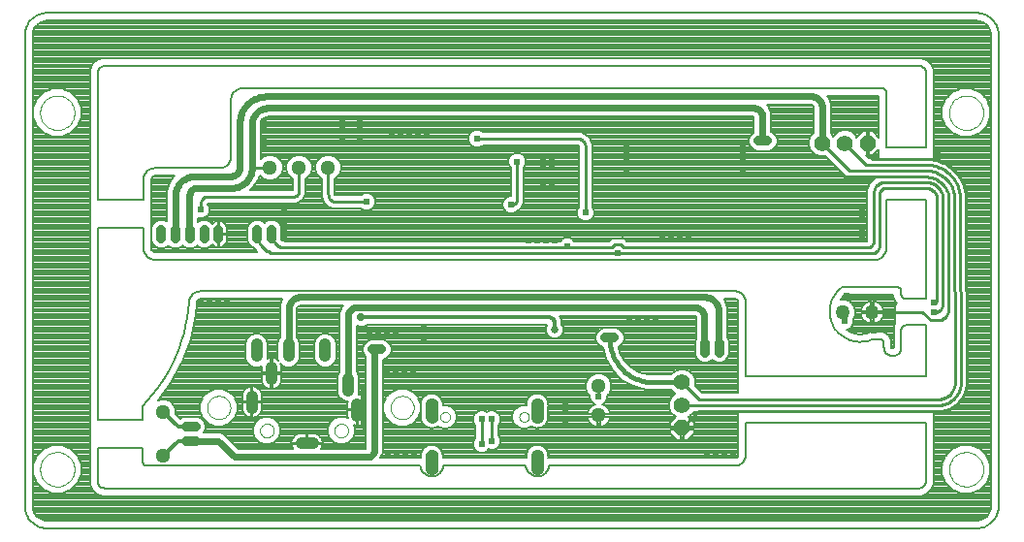
<source format=gbl>
G75*
G70*
%OFA0B0*%
%FSLAX24Y24*%
%IPPOS*%
%LPD*%
%AMOC8*
5,1,8,0,0,1.08239X$1,22.5*
%
%ADD10C,0.0050*%
%ADD11C,0.0000*%
%ADD12C,0.0500*%
%ADD13C,0.0512*%
%ADD14C,0.0400*%
%ADD15C,0.0277*%
%ADD16C,0.0004*%
%ADD17C,0.0550*%
%ADD18OC8,0.0550*%
%ADD19C,0.0317*%
%ADD20C,0.0080*%
%ADD21C,0.0240*%
%ADD22C,0.0100*%
%ADD23C,0.0200*%
%ADD24C,0.0140*%
%ADD25C,0.0280*%
%ADD26C,0.0320*%
%ADD27C,0.0220*%
%ADD28C,0.0240*%
%ADD29C,0.0160*%
%ADD30C,0.0260*%
D10*
X001677Y000927D02*
X033631Y000927D01*
X033630Y000927D02*
X033684Y000929D01*
X033738Y000934D01*
X033791Y000943D01*
X033844Y000956D01*
X033895Y000973D01*
X033945Y000993D01*
X033993Y001017D01*
X034040Y001044D01*
X034085Y001075D01*
X034127Y001108D01*
X034167Y001145D01*
X034204Y001184D01*
X034238Y001226D01*
X034269Y001270D01*
X034297Y001316D01*
X034321Y001364D01*
X034342Y001414D01*
X034360Y001465D01*
X034374Y001517D01*
X034384Y001570D01*
X034390Y001624D01*
X034392Y001677D01*
X034392Y017896D01*
X034392Y017895D02*
X034390Y017949D01*
X034383Y018003D01*
X034373Y018056D01*
X034360Y018108D01*
X034342Y018159D01*
X034321Y018209D01*
X034297Y018257D01*
X034269Y018303D01*
X034237Y018347D01*
X034203Y018388D01*
X034166Y018427D01*
X034126Y018464D01*
X034084Y018497D01*
X034040Y018528D01*
X033993Y018555D01*
X033945Y018578D01*
X033895Y018599D01*
X033843Y018615D01*
X033791Y018628D01*
X033738Y018637D01*
X033684Y018643D01*
X033631Y018644D01*
X001677Y018644D01*
X001624Y018642D01*
X001570Y018637D01*
X001518Y018627D01*
X001466Y018614D01*
X001415Y018597D01*
X001366Y018577D01*
X001318Y018553D01*
X001272Y018526D01*
X001228Y018495D01*
X001186Y018462D01*
X001147Y018425D01*
X001111Y018386D01*
X001077Y018345D01*
X001046Y018301D01*
X001019Y018255D01*
X000995Y018207D01*
X000975Y018158D01*
X000958Y018107D01*
X000944Y018055D01*
X000935Y018003D01*
X000929Y017949D01*
X000927Y017896D01*
X000927Y001677D01*
X000929Y001623D01*
X000935Y001570D01*
X000944Y001518D01*
X000957Y001466D01*
X000974Y001415D01*
X000995Y001365D01*
X001019Y001318D01*
X001046Y001272D01*
X001077Y001228D01*
X001110Y001186D01*
X001147Y001147D01*
X001186Y001110D01*
X001228Y001077D01*
X001272Y001046D01*
X001318Y001019D01*
X001365Y000995D01*
X001415Y000974D01*
X001466Y000957D01*
X001518Y000944D01*
X001570Y000935D01*
X001623Y000929D01*
X001677Y000927D01*
X003677Y002305D02*
X031642Y002305D01*
X031672Y002307D01*
X031702Y002312D01*
X031731Y002321D01*
X031758Y002334D01*
X031784Y002349D01*
X031808Y002368D01*
X031829Y002389D01*
X031848Y002413D01*
X031863Y002439D01*
X031876Y002466D01*
X031885Y002495D01*
X031890Y002525D01*
X031892Y002555D01*
X031892Y004570D01*
X025710Y004570D01*
X025710Y003477D01*
X025708Y003438D01*
X025702Y003399D01*
X025693Y003361D01*
X025680Y003324D01*
X025663Y003288D01*
X025643Y003255D01*
X025619Y003223D01*
X025593Y003194D01*
X025564Y003168D01*
X025532Y003144D01*
X025499Y003124D01*
X025463Y003107D01*
X025426Y003094D01*
X025388Y003085D01*
X025349Y003079D01*
X025310Y003077D01*
X018928Y003077D01*
X018928Y003078D02*
X018923Y003039D01*
X018914Y003001D01*
X018901Y002964D01*
X018885Y002929D01*
X018865Y002895D01*
X018842Y002863D01*
X018816Y002834D01*
X018787Y002808D01*
X018756Y002785D01*
X018722Y002764D01*
X018687Y002748D01*
X018650Y002734D01*
X018613Y002725D01*
X018574Y002719D01*
X018535Y002717D01*
X018496Y002719D01*
X018457Y002725D01*
X018420Y002734D01*
X018383Y002748D01*
X018348Y002764D01*
X018314Y002785D01*
X018283Y002808D01*
X018254Y002834D01*
X018228Y002863D01*
X018205Y002895D01*
X018185Y002929D01*
X018169Y002964D01*
X018156Y003001D01*
X018147Y003039D01*
X018142Y003078D01*
X018141Y003077D02*
X015298Y003077D01*
X015298Y003078D02*
X015293Y003039D01*
X015284Y003001D01*
X015271Y002964D01*
X015255Y002929D01*
X015235Y002895D01*
X015212Y002863D01*
X015186Y002834D01*
X015157Y002808D01*
X015126Y002785D01*
X015092Y002764D01*
X015057Y002748D01*
X015020Y002734D01*
X014983Y002725D01*
X014944Y002719D01*
X014905Y002717D01*
X014866Y002719D01*
X014827Y002725D01*
X014790Y002734D01*
X014753Y002748D01*
X014718Y002764D01*
X014684Y002785D01*
X014653Y002808D01*
X014624Y002834D01*
X014598Y002863D01*
X014575Y002895D01*
X014555Y002929D01*
X014539Y002964D01*
X014526Y003001D01*
X014517Y003039D01*
X014512Y003078D01*
X014511Y003077D02*
X005110Y003077D01*
X005085Y003082D01*
X005062Y003091D01*
X005039Y003103D01*
X005019Y003118D01*
X005001Y003136D01*
X004986Y003156D01*
X004974Y003178D01*
X004965Y003202D01*
X004960Y003227D01*
X004958Y003252D01*
X004960Y003277D01*
X004960Y003683D01*
X003427Y003683D01*
X003427Y002527D01*
X003431Y002499D01*
X003438Y002471D01*
X003448Y002444D01*
X003461Y002419D01*
X003477Y002396D01*
X003496Y002374D01*
X003517Y002355D01*
X003541Y002339D01*
X003566Y002326D01*
X003593Y002316D01*
X003620Y002309D01*
X003648Y002305D01*
X003677Y002305D01*
X003427Y004671D02*
X004960Y004671D01*
X004960Y005127D01*
X003427Y004671D02*
X003427Y011245D01*
X004994Y011245D01*
X004994Y010564D01*
X004996Y010525D01*
X005002Y010486D01*
X005011Y010448D01*
X005024Y010411D01*
X005041Y010375D01*
X005061Y010342D01*
X005085Y010310D01*
X005111Y010281D01*
X005140Y010255D01*
X005172Y010231D01*
X005205Y010211D01*
X005241Y010194D01*
X005278Y010181D01*
X005316Y010172D01*
X005355Y010166D01*
X005394Y010164D01*
X030138Y010164D01*
X030177Y010166D01*
X030216Y010172D01*
X030254Y010181D01*
X030291Y010194D01*
X030327Y010211D01*
X030360Y010231D01*
X030392Y010255D01*
X030421Y010281D01*
X030447Y010310D01*
X030471Y010342D01*
X030491Y010375D01*
X030508Y010411D01*
X030521Y010448D01*
X030530Y010486D01*
X030536Y010525D01*
X030538Y010564D01*
X030538Y012220D01*
X031892Y012220D01*
X031892Y008810D01*
X031192Y008810D01*
X031169Y008814D01*
X031147Y008821D01*
X031126Y008831D01*
X031107Y008844D01*
X031090Y008860D01*
X031076Y008878D01*
X031064Y008898D01*
X031055Y008919D01*
X031049Y008941D01*
X031046Y008964D01*
X031047Y008987D01*
X031046Y008988D02*
X031046Y009050D01*
X031046Y009073D01*
X031042Y009096D01*
X031036Y009118D01*
X031026Y009139D01*
X031014Y009158D01*
X030999Y009175D01*
X030981Y009190D01*
X030962Y009203D01*
X030941Y009212D01*
X030919Y009218D01*
X030896Y009222D01*
X029019Y009222D01*
X028969Y009184D01*
X028921Y009143D01*
X028876Y009099D01*
X028834Y009053D01*
X028794Y009004D01*
X028758Y008952D01*
X028725Y008899D01*
X028695Y008844D01*
X028668Y008787D01*
X028645Y008728D01*
X028626Y008668D01*
X028610Y008607D01*
X028598Y008546D01*
X028589Y008483D01*
X028585Y008420D01*
X028584Y008358D01*
X028587Y008295D01*
X028594Y008232D01*
X028605Y008170D01*
X028619Y008109D01*
X028637Y008049D01*
X028659Y007990D01*
X028684Y007932D01*
X028713Y007876D01*
X028745Y007822D01*
X028780Y007770D01*
X028818Y007720D01*
X028859Y007672D01*
X028904Y007627D01*
X028950Y007585D01*
X028999Y007546D01*
X029051Y007510D01*
X029104Y007477D01*
X029160Y007447D01*
X029217Y007421D01*
X029275Y007398D01*
X029335Y007379D01*
X029396Y007363D01*
X029458Y007351D01*
X029520Y007343D01*
X029583Y007339D01*
X029646Y007338D01*
X029709Y007342D01*
X029771Y007349D01*
X029833Y007360D01*
X029895Y007374D01*
X029955Y007392D01*
X030014Y007414D01*
X030071Y007440D01*
X030267Y007440D01*
X030293Y007438D01*
X030318Y007433D01*
X030342Y007424D01*
X030364Y007411D01*
X030385Y007396D01*
X030403Y007378D01*
X030418Y007357D01*
X030431Y007335D01*
X030440Y007311D01*
X030445Y007286D01*
X030447Y007260D01*
X030447Y007147D01*
X030448Y007147D02*
X030450Y007114D01*
X030455Y007080D01*
X030465Y007048D01*
X030478Y007017D01*
X030494Y006988D01*
X030513Y006961D01*
X030536Y006936D01*
X030561Y006913D01*
X030588Y006894D01*
X030617Y006878D01*
X030648Y006865D01*
X030680Y006855D01*
X030714Y006850D01*
X030747Y006848D01*
X030780Y006850D01*
X030814Y006855D01*
X030846Y006865D01*
X030877Y006878D01*
X030906Y006894D01*
X030933Y006913D01*
X030958Y006936D01*
X030981Y006961D01*
X031000Y006988D01*
X031016Y007017D01*
X031029Y007048D01*
X031039Y007080D01*
X031044Y007114D01*
X031046Y007147D01*
X031046Y007761D01*
X031047Y007761D02*
X031050Y007784D01*
X031057Y007806D01*
X031067Y007827D01*
X031080Y007847D01*
X031095Y007864D01*
X031113Y007879D01*
X031133Y007891D01*
X031154Y007901D01*
X031177Y007907D01*
X031200Y007910D01*
X031223Y007909D01*
X031223Y007910D02*
X031892Y007910D01*
X031892Y006158D01*
X025710Y006158D01*
X025710Y008677D01*
X025708Y008716D01*
X025702Y008755D01*
X025693Y008793D01*
X025680Y008830D01*
X025663Y008866D01*
X025643Y008899D01*
X025619Y008931D01*
X025593Y008960D01*
X025564Y008986D01*
X025532Y009010D01*
X025499Y009030D01*
X025463Y009047D01*
X025426Y009060D01*
X025388Y009069D01*
X025349Y009075D01*
X025310Y009077D01*
X006960Y009077D01*
X006921Y009075D01*
X006882Y009069D01*
X006844Y009060D01*
X006807Y009047D01*
X006771Y009030D01*
X006738Y009010D01*
X006706Y008986D01*
X006677Y008960D01*
X006651Y008931D01*
X006627Y008899D01*
X006607Y008866D01*
X006590Y008830D01*
X006577Y008793D01*
X006568Y008755D01*
X006562Y008716D01*
X006560Y008677D01*
X006534Y008413D01*
X006496Y008151D01*
X006446Y007891D01*
X006384Y007633D01*
X006310Y007379D01*
X006224Y007129D01*
X006126Y006882D01*
X006017Y006641D01*
X005897Y006404D01*
X005767Y006174D01*
X005625Y005950D01*
X005473Y005733D01*
X005312Y005523D01*
X005141Y005321D01*
X004960Y005127D01*
X004994Y012233D02*
X003427Y012233D01*
X003427Y016586D01*
X003429Y016616D01*
X003434Y016646D01*
X003443Y016675D01*
X003456Y016702D01*
X003471Y016728D01*
X003490Y016752D01*
X003511Y016773D01*
X003535Y016792D01*
X003561Y016807D01*
X003588Y016820D01*
X003617Y016829D01*
X003647Y016834D01*
X003677Y016836D01*
X031642Y016836D01*
X031672Y016834D01*
X031702Y016829D01*
X031731Y016820D01*
X031758Y016807D01*
X031784Y016792D01*
X031808Y016773D01*
X031829Y016752D01*
X031848Y016728D01*
X031863Y016702D01*
X031876Y016675D01*
X031885Y016646D01*
X031890Y016616D01*
X031892Y016586D01*
X031892Y014008D01*
X030538Y014008D01*
X030538Y015914D01*
X030536Y015937D01*
X030531Y015960D01*
X030522Y015982D01*
X030509Y016002D01*
X030494Y016020D01*
X030476Y016035D01*
X030456Y016048D01*
X030434Y016057D01*
X030411Y016062D01*
X030388Y016064D01*
X008410Y016064D01*
X008371Y016062D01*
X008332Y016056D01*
X008294Y016047D01*
X008257Y016034D01*
X008221Y016017D01*
X008188Y015997D01*
X008156Y015973D01*
X008127Y015947D01*
X008101Y015918D01*
X008077Y015886D01*
X008057Y015853D01*
X008040Y015817D01*
X008027Y015780D01*
X008018Y015742D01*
X008012Y015703D01*
X008010Y015664D01*
X008010Y013714D01*
X008008Y013675D01*
X008002Y013636D01*
X007993Y013598D01*
X007980Y013561D01*
X007963Y013525D01*
X007943Y013492D01*
X007919Y013460D01*
X007893Y013431D01*
X007864Y013405D01*
X007832Y013381D01*
X007799Y013361D01*
X007763Y013344D01*
X007726Y013331D01*
X007688Y013322D01*
X007649Y013316D01*
X007610Y013314D01*
X005394Y013314D01*
X005355Y013312D01*
X005316Y013306D01*
X005278Y013297D01*
X005241Y013284D01*
X005205Y013267D01*
X005172Y013247D01*
X005140Y013223D01*
X005111Y013197D01*
X005085Y013168D01*
X005061Y013136D01*
X005041Y013103D01*
X005024Y013067D01*
X005011Y013030D01*
X005002Y012992D01*
X004996Y012953D01*
X004994Y012914D01*
X004994Y012233D01*
D11*
X001440Y015215D02*
X001442Y015263D01*
X001448Y015311D01*
X001458Y015358D01*
X001471Y015404D01*
X001489Y015449D01*
X001509Y015493D01*
X001534Y015535D01*
X001562Y015574D01*
X001592Y015611D01*
X001626Y015645D01*
X001663Y015677D01*
X001701Y015706D01*
X001742Y015731D01*
X001785Y015753D01*
X001830Y015771D01*
X001876Y015785D01*
X001923Y015796D01*
X001971Y015803D01*
X002019Y015806D01*
X002067Y015805D01*
X002115Y015800D01*
X002163Y015791D01*
X002209Y015779D01*
X002254Y015762D01*
X002298Y015742D01*
X002340Y015719D01*
X002380Y015692D01*
X002418Y015662D01*
X002453Y015629D01*
X002485Y015593D01*
X002515Y015555D01*
X002541Y015514D01*
X002563Y015471D01*
X002583Y015427D01*
X002598Y015382D01*
X002610Y015335D01*
X002618Y015287D01*
X002622Y015239D01*
X002622Y015191D01*
X002618Y015143D01*
X002610Y015095D01*
X002598Y015048D01*
X002583Y015003D01*
X002563Y014959D01*
X002541Y014916D01*
X002515Y014875D01*
X002485Y014837D01*
X002453Y014801D01*
X002418Y014768D01*
X002380Y014738D01*
X002340Y014711D01*
X002298Y014688D01*
X002254Y014668D01*
X002209Y014651D01*
X002163Y014639D01*
X002115Y014630D01*
X002067Y014625D01*
X002019Y014624D01*
X001971Y014627D01*
X001923Y014634D01*
X001876Y014645D01*
X001830Y014659D01*
X001785Y014677D01*
X001742Y014699D01*
X001701Y014724D01*
X001663Y014753D01*
X001626Y014785D01*
X001592Y014819D01*
X001562Y014856D01*
X001534Y014895D01*
X001509Y014937D01*
X001489Y014981D01*
X001471Y015026D01*
X001458Y015072D01*
X001448Y015119D01*
X001442Y015167D01*
X001440Y015215D01*
X007182Y005080D02*
X007184Y005120D01*
X007190Y005159D01*
X007200Y005198D01*
X007213Y005235D01*
X007231Y005271D01*
X007252Y005305D01*
X007276Y005337D01*
X007303Y005366D01*
X007333Y005393D01*
X007365Y005416D01*
X007400Y005436D01*
X007436Y005452D01*
X007474Y005465D01*
X007513Y005474D01*
X007552Y005479D01*
X007592Y005480D01*
X007632Y005477D01*
X007671Y005470D01*
X007709Y005459D01*
X007747Y005445D01*
X007782Y005426D01*
X007815Y005405D01*
X007847Y005380D01*
X007875Y005352D01*
X007901Y005322D01*
X007923Y005289D01*
X007942Y005254D01*
X007958Y005217D01*
X007970Y005179D01*
X007978Y005140D01*
X007982Y005100D01*
X007982Y005060D01*
X007978Y005020D01*
X007970Y004981D01*
X007958Y004943D01*
X007942Y004906D01*
X007923Y004871D01*
X007901Y004838D01*
X007875Y004808D01*
X007847Y004780D01*
X007815Y004755D01*
X007782Y004734D01*
X007747Y004715D01*
X007709Y004701D01*
X007671Y004690D01*
X007632Y004683D01*
X007592Y004680D01*
X007552Y004681D01*
X007513Y004686D01*
X007474Y004695D01*
X007436Y004708D01*
X007400Y004724D01*
X007365Y004744D01*
X007333Y004767D01*
X007303Y004794D01*
X007276Y004823D01*
X007252Y004855D01*
X007231Y004889D01*
X007213Y004925D01*
X007200Y004962D01*
X007190Y005001D01*
X007184Y005040D01*
X007182Y005080D01*
X009001Y004288D02*
X009003Y004318D01*
X009009Y004348D01*
X009018Y004377D01*
X009031Y004404D01*
X009048Y004429D01*
X009067Y004452D01*
X009090Y004473D01*
X009115Y004490D01*
X009141Y004504D01*
X009170Y004514D01*
X009199Y004521D01*
X009229Y004524D01*
X009260Y004523D01*
X009290Y004518D01*
X009319Y004509D01*
X009346Y004497D01*
X009372Y004482D01*
X009396Y004463D01*
X009417Y004441D01*
X009435Y004417D01*
X009450Y004390D01*
X009461Y004362D01*
X009469Y004333D01*
X009473Y004303D01*
X009473Y004273D01*
X009469Y004243D01*
X009461Y004214D01*
X009450Y004186D01*
X009435Y004159D01*
X009417Y004135D01*
X009396Y004113D01*
X009372Y004094D01*
X009346Y004079D01*
X009319Y004067D01*
X009290Y004058D01*
X009260Y004053D01*
X009229Y004052D01*
X009199Y004055D01*
X009170Y004062D01*
X009141Y004072D01*
X009115Y004086D01*
X009090Y004103D01*
X009067Y004124D01*
X009048Y004147D01*
X009031Y004172D01*
X009018Y004199D01*
X009009Y004228D01*
X009003Y004258D01*
X009001Y004288D01*
X011560Y004288D02*
X011562Y004318D01*
X011568Y004348D01*
X011577Y004377D01*
X011590Y004404D01*
X011607Y004429D01*
X011626Y004452D01*
X011649Y004473D01*
X011674Y004490D01*
X011700Y004504D01*
X011729Y004514D01*
X011758Y004521D01*
X011788Y004524D01*
X011819Y004523D01*
X011849Y004518D01*
X011878Y004509D01*
X011905Y004497D01*
X011931Y004482D01*
X011955Y004463D01*
X011976Y004441D01*
X011994Y004417D01*
X012009Y004390D01*
X012020Y004362D01*
X012028Y004333D01*
X012032Y004303D01*
X012032Y004273D01*
X012028Y004243D01*
X012020Y004214D01*
X012009Y004186D01*
X011994Y004159D01*
X011976Y004135D01*
X011955Y004113D01*
X011931Y004094D01*
X011905Y004079D01*
X011878Y004067D01*
X011849Y004058D01*
X011819Y004053D01*
X011788Y004052D01*
X011758Y004055D01*
X011729Y004062D01*
X011700Y004072D01*
X011674Y004086D01*
X011649Y004103D01*
X011626Y004124D01*
X011607Y004147D01*
X011590Y004172D01*
X011577Y004199D01*
X011568Y004228D01*
X011562Y004258D01*
X011560Y004288D01*
X013487Y005080D02*
X013489Y005120D01*
X013495Y005159D01*
X013505Y005198D01*
X013518Y005235D01*
X013536Y005271D01*
X013557Y005305D01*
X013581Y005337D01*
X013608Y005366D01*
X013638Y005393D01*
X013670Y005416D01*
X013705Y005436D01*
X013741Y005452D01*
X013779Y005465D01*
X013818Y005474D01*
X013857Y005479D01*
X013897Y005480D01*
X013937Y005477D01*
X013976Y005470D01*
X014014Y005459D01*
X014052Y005445D01*
X014087Y005426D01*
X014120Y005405D01*
X014152Y005380D01*
X014180Y005352D01*
X014206Y005322D01*
X014228Y005289D01*
X014247Y005254D01*
X014263Y005217D01*
X014275Y005179D01*
X014283Y005140D01*
X014287Y005100D01*
X014287Y005060D01*
X014283Y005020D01*
X014275Y004981D01*
X014263Y004943D01*
X014247Y004906D01*
X014228Y004871D01*
X014206Y004838D01*
X014180Y004808D01*
X014152Y004780D01*
X014120Y004755D01*
X014087Y004734D01*
X014052Y004715D01*
X014014Y004701D01*
X013976Y004690D01*
X013937Y004683D01*
X013897Y004680D01*
X013857Y004681D01*
X013818Y004686D01*
X013779Y004695D01*
X013741Y004708D01*
X013705Y004724D01*
X013670Y004744D01*
X013638Y004767D01*
X013608Y004794D01*
X013581Y004823D01*
X013557Y004855D01*
X013536Y004889D01*
X013518Y004925D01*
X013505Y004962D01*
X013495Y005001D01*
X013489Y005040D01*
X013487Y005080D01*
X015196Y004757D02*
X015198Y004782D01*
X015204Y004807D01*
X015213Y004830D01*
X015226Y004852D01*
X015242Y004871D01*
X015261Y004888D01*
X015282Y004902D01*
X015305Y004912D01*
X015330Y004919D01*
X015355Y004922D01*
X015380Y004921D01*
X015405Y004916D01*
X015428Y004908D01*
X015451Y004895D01*
X015471Y004880D01*
X015488Y004862D01*
X015503Y004841D01*
X015514Y004819D01*
X015522Y004795D01*
X015526Y004770D01*
X015526Y004744D01*
X015522Y004719D01*
X015514Y004695D01*
X015503Y004673D01*
X015488Y004652D01*
X015471Y004634D01*
X015451Y004619D01*
X015428Y004606D01*
X015405Y004598D01*
X015380Y004593D01*
X015355Y004592D01*
X015330Y004595D01*
X015305Y004602D01*
X015282Y004612D01*
X015261Y004626D01*
X015242Y004643D01*
X015226Y004662D01*
X015213Y004684D01*
X015204Y004707D01*
X015198Y004732D01*
X015196Y004757D01*
X017913Y004757D02*
X017915Y004782D01*
X017921Y004807D01*
X017930Y004830D01*
X017943Y004852D01*
X017959Y004871D01*
X017978Y004888D01*
X017999Y004902D01*
X018022Y004912D01*
X018047Y004919D01*
X018072Y004922D01*
X018097Y004921D01*
X018122Y004916D01*
X018145Y004908D01*
X018168Y004895D01*
X018188Y004880D01*
X018205Y004862D01*
X018220Y004841D01*
X018231Y004819D01*
X018239Y004795D01*
X018243Y004770D01*
X018243Y004744D01*
X018239Y004719D01*
X018231Y004695D01*
X018220Y004673D01*
X018205Y004652D01*
X018188Y004634D01*
X018168Y004619D01*
X018145Y004606D01*
X018122Y004598D01*
X018097Y004593D01*
X018072Y004592D01*
X018047Y004595D01*
X018022Y004602D01*
X017999Y004612D01*
X017978Y004626D01*
X017959Y004643D01*
X017943Y004662D01*
X017930Y004684D01*
X017921Y004707D01*
X017915Y004732D01*
X017913Y004757D01*
X032687Y002959D02*
X032689Y003007D01*
X032695Y003055D01*
X032705Y003102D01*
X032718Y003148D01*
X032736Y003193D01*
X032756Y003237D01*
X032781Y003279D01*
X032809Y003318D01*
X032839Y003355D01*
X032873Y003389D01*
X032910Y003421D01*
X032948Y003450D01*
X032989Y003475D01*
X033032Y003497D01*
X033077Y003515D01*
X033123Y003529D01*
X033170Y003540D01*
X033218Y003547D01*
X033266Y003550D01*
X033314Y003549D01*
X033362Y003544D01*
X033410Y003535D01*
X033456Y003523D01*
X033501Y003506D01*
X033545Y003486D01*
X033587Y003463D01*
X033627Y003436D01*
X033665Y003406D01*
X033700Y003373D01*
X033732Y003337D01*
X033762Y003299D01*
X033788Y003258D01*
X033810Y003215D01*
X033830Y003171D01*
X033845Y003126D01*
X033857Y003079D01*
X033865Y003031D01*
X033869Y002983D01*
X033869Y002935D01*
X033865Y002887D01*
X033857Y002839D01*
X033845Y002792D01*
X033830Y002747D01*
X033810Y002703D01*
X033788Y002660D01*
X033762Y002619D01*
X033732Y002581D01*
X033700Y002545D01*
X033665Y002512D01*
X033627Y002482D01*
X033587Y002455D01*
X033545Y002432D01*
X033501Y002412D01*
X033456Y002395D01*
X033410Y002383D01*
X033362Y002374D01*
X033314Y002369D01*
X033266Y002368D01*
X033218Y002371D01*
X033170Y002378D01*
X033123Y002389D01*
X033077Y002403D01*
X033032Y002421D01*
X032989Y002443D01*
X032948Y002468D01*
X032910Y002497D01*
X032873Y002529D01*
X032839Y002563D01*
X032809Y002600D01*
X032781Y002639D01*
X032756Y002681D01*
X032736Y002725D01*
X032718Y002770D01*
X032705Y002816D01*
X032695Y002863D01*
X032689Y002911D01*
X032687Y002959D01*
X032687Y015215D02*
X032689Y015263D01*
X032695Y015311D01*
X032705Y015358D01*
X032718Y015404D01*
X032736Y015449D01*
X032756Y015493D01*
X032781Y015535D01*
X032809Y015574D01*
X032839Y015611D01*
X032873Y015645D01*
X032910Y015677D01*
X032948Y015706D01*
X032989Y015731D01*
X033032Y015753D01*
X033077Y015771D01*
X033123Y015785D01*
X033170Y015796D01*
X033218Y015803D01*
X033266Y015806D01*
X033314Y015805D01*
X033362Y015800D01*
X033410Y015791D01*
X033456Y015779D01*
X033501Y015762D01*
X033545Y015742D01*
X033587Y015719D01*
X033627Y015692D01*
X033665Y015662D01*
X033700Y015629D01*
X033732Y015593D01*
X033762Y015555D01*
X033788Y015514D01*
X033810Y015471D01*
X033830Y015427D01*
X033845Y015382D01*
X033857Y015335D01*
X033865Y015287D01*
X033869Y015239D01*
X033869Y015191D01*
X033865Y015143D01*
X033857Y015095D01*
X033845Y015048D01*
X033830Y015003D01*
X033810Y014959D01*
X033788Y014916D01*
X033762Y014875D01*
X033732Y014837D01*
X033700Y014801D01*
X033665Y014768D01*
X033627Y014738D01*
X033587Y014711D01*
X033545Y014688D01*
X033501Y014668D01*
X033456Y014651D01*
X033410Y014639D01*
X033362Y014630D01*
X033314Y014625D01*
X033266Y014624D01*
X033218Y014627D01*
X033170Y014634D01*
X033123Y014645D01*
X033077Y014659D01*
X033032Y014677D01*
X032989Y014699D01*
X032948Y014724D01*
X032910Y014753D01*
X032873Y014785D01*
X032839Y014819D01*
X032809Y014856D01*
X032781Y014895D01*
X032756Y014937D01*
X032736Y014981D01*
X032718Y015026D01*
X032705Y015072D01*
X032695Y015119D01*
X032689Y015167D01*
X032687Y015215D01*
X001440Y002959D02*
X001442Y003007D01*
X001448Y003055D01*
X001458Y003102D01*
X001471Y003148D01*
X001489Y003193D01*
X001509Y003237D01*
X001534Y003279D01*
X001562Y003318D01*
X001592Y003355D01*
X001626Y003389D01*
X001663Y003421D01*
X001701Y003450D01*
X001742Y003475D01*
X001785Y003497D01*
X001830Y003515D01*
X001876Y003529D01*
X001923Y003540D01*
X001971Y003547D01*
X002019Y003550D01*
X002067Y003549D01*
X002115Y003544D01*
X002163Y003535D01*
X002209Y003523D01*
X002254Y003506D01*
X002298Y003486D01*
X002340Y003463D01*
X002380Y003436D01*
X002418Y003406D01*
X002453Y003373D01*
X002485Y003337D01*
X002515Y003299D01*
X002541Y003258D01*
X002563Y003215D01*
X002583Y003171D01*
X002598Y003126D01*
X002610Y003079D01*
X002618Y003031D01*
X002622Y002983D01*
X002622Y002935D01*
X002618Y002887D01*
X002610Y002839D01*
X002598Y002792D01*
X002583Y002747D01*
X002563Y002703D01*
X002541Y002660D01*
X002515Y002619D01*
X002485Y002581D01*
X002453Y002545D01*
X002418Y002512D01*
X002380Y002482D01*
X002340Y002455D01*
X002298Y002432D01*
X002254Y002412D01*
X002209Y002395D01*
X002163Y002383D01*
X002115Y002374D01*
X002067Y002369D01*
X002019Y002368D01*
X001971Y002371D01*
X001923Y002378D01*
X001876Y002389D01*
X001830Y002403D01*
X001785Y002421D01*
X001742Y002443D01*
X001701Y002468D01*
X001663Y002497D01*
X001626Y002529D01*
X001592Y002563D01*
X001562Y002600D01*
X001534Y002639D01*
X001509Y002681D01*
X001489Y002725D01*
X001471Y002770D01*
X001458Y002816D01*
X001448Y002863D01*
X001442Y002911D01*
X001440Y002959D01*
D12*
X029046Y008352D03*
X030046Y008352D03*
D13*
X020645Y005809D03*
X020645Y004809D03*
X005677Y004927D03*
X005677Y003427D03*
X009346Y013327D03*
X010346Y013327D03*
X011346Y013327D03*
D14*
X011245Y007244D02*
X011245Y006844D01*
X009985Y006844D02*
X009985Y007244D01*
X008883Y007244D02*
X008883Y006844D01*
X009395Y006457D02*
X009395Y006057D01*
X008725Y005473D02*
X008725Y005073D01*
X010415Y003855D02*
X010815Y003855D01*
X012347Y004797D02*
X012347Y005197D01*
X012033Y005663D02*
X012033Y006063D01*
D15*
X014905Y004978D03*
X014905Y003206D03*
X018535Y003206D03*
X018535Y004978D03*
D16*
X018731Y004978D02*
X018338Y004978D01*
X018338Y004976D02*
X018731Y004976D01*
X018731Y004973D02*
X018338Y004973D01*
X018338Y004971D02*
X018731Y004971D01*
X018731Y004968D02*
X018338Y004968D01*
X018338Y004966D02*
X018731Y004966D01*
X018731Y004963D02*
X018338Y004963D01*
X018338Y004961D02*
X018731Y004961D01*
X018731Y004959D02*
X018338Y004959D01*
X018338Y004956D02*
X018731Y004956D01*
X018731Y004954D02*
X018338Y004954D01*
X018338Y004951D02*
X018731Y004951D01*
X018731Y004949D02*
X018338Y004949D01*
X018338Y004946D02*
X018731Y004946D01*
X018731Y004944D02*
X018338Y004944D01*
X018338Y004942D02*
X018731Y004942D01*
X018731Y004939D02*
X018338Y004939D01*
X018338Y004937D02*
X018731Y004937D01*
X018731Y004934D02*
X018338Y004934D01*
X018338Y004932D02*
X018731Y004932D01*
X018731Y004929D02*
X018338Y004929D01*
X018338Y004927D02*
X018731Y004927D01*
X018731Y004924D02*
X018338Y004924D01*
X018338Y004922D02*
X018731Y004922D01*
X018731Y004920D02*
X018338Y004920D01*
X018338Y004917D02*
X018731Y004917D01*
X018731Y004915D02*
X018338Y004915D01*
X018338Y004912D02*
X018731Y004912D01*
X018731Y004910D02*
X018338Y004910D01*
X018338Y004907D02*
X018731Y004907D01*
X018731Y004905D02*
X018338Y004905D01*
X018338Y004903D02*
X018731Y004903D01*
X018731Y004900D02*
X018338Y004900D01*
X018338Y004898D02*
X018731Y004898D01*
X018731Y004895D02*
X018338Y004895D01*
X018338Y004893D02*
X018731Y004893D01*
X018731Y004890D02*
X018338Y004890D01*
X018338Y004888D02*
X018731Y004888D01*
X018731Y004886D02*
X018338Y004886D01*
X018338Y004883D02*
X018731Y004883D01*
X018731Y004881D02*
X018338Y004881D01*
X018338Y004878D02*
X018731Y004878D01*
X018731Y004876D02*
X018338Y004876D01*
X018338Y004873D02*
X018731Y004873D01*
X018731Y004871D02*
X018338Y004871D01*
X018338Y004868D02*
X018731Y004868D01*
X018731Y004866D02*
X018338Y004866D01*
X018338Y004864D02*
X018731Y004864D01*
X018731Y004861D02*
X018338Y004861D01*
X018338Y004859D02*
X018731Y004859D01*
X018731Y004856D02*
X018338Y004856D01*
X018338Y004854D02*
X018731Y004854D01*
X018731Y004851D02*
X018338Y004851D01*
X018338Y004849D02*
X018731Y004849D01*
X018731Y004847D02*
X018338Y004847D01*
X018338Y004844D02*
X018731Y004844D01*
X018731Y004842D02*
X018338Y004842D01*
X018338Y004839D02*
X018731Y004839D01*
X018731Y004837D02*
X018338Y004837D01*
X018338Y004834D02*
X018731Y004834D01*
X018731Y004832D02*
X018338Y004832D01*
X018338Y004829D02*
X018731Y004829D01*
X018731Y004827D02*
X018338Y004827D01*
X018338Y004825D02*
X018731Y004825D01*
X018731Y004822D02*
X018338Y004822D01*
X018338Y004820D02*
X018731Y004820D01*
X018731Y004817D02*
X018338Y004817D01*
X018338Y004815D02*
X018731Y004815D01*
X018731Y004812D02*
X018338Y004812D01*
X018338Y004810D02*
X018731Y004810D01*
X018731Y004808D02*
X018338Y004808D01*
X018338Y004805D02*
X018731Y004805D01*
X018731Y004803D02*
X018338Y004803D01*
X018338Y004800D02*
X018731Y004800D01*
X018731Y004798D02*
X018338Y004798D01*
X018338Y004795D02*
X018731Y004795D01*
X018731Y004793D02*
X018338Y004793D01*
X018338Y004790D02*
X018731Y004790D01*
X018731Y004788D02*
X018338Y004788D01*
X018338Y004786D02*
X018731Y004786D01*
X018731Y004783D02*
X018338Y004783D01*
X018338Y004781D02*
X018731Y004781D01*
X018731Y004778D02*
X018338Y004778D01*
X018338Y004776D02*
X018731Y004776D01*
X018731Y004773D02*
X018338Y004773D01*
X018338Y004771D02*
X018731Y004771D01*
X018731Y004769D02*
X018338Y004769D01*
X018338Y004766D02*
X018731Y004766D01*
X018731Y004764D02*
X018338Y004764D01*
X018338Y004761D02*
X018343Y004717D01*
X018727Y004717D01*
X018731Y004761D01*
X018338Y004761D01*
X018338Y005194D01*
X018343Y005238D01*
X018357Y005280D01*
X018381Y005317D01*
X018412Y005348D01*
X018449Y005372D01*
X018491Y005386D01*
X018535Y005391D01*
X018578Y005386D01*
X018620Y005372D01*
X018657Y005348D01*
X018689Y005317D01*
X018381Y005317D01*
X018383Y005319D02*
X018686Y005319D01*
X018689Y005317D02*
X018712Y005280D01*
X018727Y005238D01*
X018731Y005194D01*
X018731Y004761D01*
X018731Y004759D02*
X018338Y004759D01*
X018338Y004756D02*
X018731Y004756D01*
X018731Y004754D02*
X018339Y004754D01*
X018339Y004751D02*
X018730Y004751D01*
X018730Y004749D02*
X018339Y004749D01*
X018339Y004747D02*
X018730Y004747D01*
X018730Y004744D02*
X018340Y004744D01*
X018340Y004742D02*
X018729Y004742D01*
X018729Y004739D02*
X018340Y004739D01*
X018341Y004737D02*
X018729Y004737D01*
X018728Y004734D02*
X018341Y004734D01*
X018341Y004732D02*
X018728Y004732D01*
X018728Y004730D02*
X018341Y004730D01*
X018342Y004727D02*
X018728Y004727D01*
X018727Y004725D02*
X018342Y004725D01*
X018342Y004722D02*
X018727Y004722D01*
X018727Y004720D02*
X018342Y004720D01*
X018343Y004717D02*
X018357Y004676D01*
X018712Y004676D01*
X018727Y004717D01*
X018726Y004715D02*
X018344Y004715D01*
X018344Y004712D02*
X018725Y004712D01*
X018724Y004710D02*
X018345Y004710D01*
X018346Y004708D02*
X018723Y004708D01*
X018722Y004705D02*
X018347Y004705D01*
X018348Y004703D02*
X018721Y004703D01*
X018721Y004700D02*
X018349Y004700D01*
X018350Y004698D02*
X018720Y004698D01*
X018719Y004695D02*
X018350Y004695D01*
X018351Y004693D02*
X018718Y004693D01*
X018717Y004691D02*
X018352Y004691D01*
X018353Y004688D02*
X018716Y004688D01*
X018715Y004686D02*
X018354Y004686D01*
X018355Y004683D02*
X018715Y004683D01*
X018714Y004681D02*
X018356Y004681D01*
X018356Y004678D02*
X018713Y004678D01*
X018712Y004676D02*
X018689Y004639D01*
X018380Y004639D01*
X018381Y004639D02*
X018412Y004607D01*
X018449Y004584D01*
X018491Y004569D01*
X018535Y004564D01*
X018578Y004569D01*
X018620Y004584D01*
X018657Y004607D01*
X018689Y004639D01*
X018687Y004637D02*
X018382Y004637D01*
X018381Y004639D02*
X018357Y004676D01*
X018359Y004673D02*
X018710Y004673D01*
X018709Y004671D02*
X018360Y004671D01*
X018362Y004669D02*
X018707Y004669D01*
X018706Y004666D02*
X018363Y004666D01*
X018365Y004664D02*
X018704Y004664D01*
X018703Y004661D02*
X018366Y004661D01*
X018368Y004659D02*
X018701Y004659D01*
X018700Y004656D02*
X018370Y004656D01*
X018371Y004654D02*
X018698Y004654D01*
X018697Y004652D02*
X018373Y004652D01*
X018374Y004649D02*
X018695Y004649D01*
X018694Y004647D02*
X018376Y004647D01*
X018377Y004644D02*
X018692Y004644D01*
X018691Y004642D02*
X018379Y004642D01*
X018385Y004634D02*
X018684Y004634D01*
X018682Y004632D02*
X018387Y004632D01*
X018390Y004630D02*
X018680Y004630D01*
X018677Y004627D02*
X018392Y004627D01*
X018395Y004625D02*
X018675Y004625D01*
X018672Y004622D02*
X018397Y004622D01*
X018399Y004620D02*
X018670Y004620D01*
X018667Y004617D02*
X018402Y004617D01*
X018404Y004615D02*
X018665Y004615D01*
X018663Y004613D02*
X018407Y004613D01*
X018409Y004610D02*
X018660Y004610D01*
X018658Y004608D02*
X018412Y004608D01*
X018415Y004605D02*
X018654Y004605D01*
X018650Y004603D02*
X018419Y004603D01*
X018423Y004600D02*
X018646Y004600D01*
X018642Y004598D02*
X018427Y004598D01*
X018431Y004595D02*
X018638Y004595D01*
X018635Y004593D02*
X018435Y004593D01*
X018439Y004591D02*
X018631Y004591D01*
X018627Y004588D02*
X018442Y004588D01*
X018446Y004586D02*
X018623Y004586D01*
X018618Y004583D02*
X018451Y004583D01*
X018458Y004581D02*
X018611Y004581D01*
X018604Y004578D02*
X018465Y004578D01*
X018472Y004576D02*
X018597Y004576D01*
X018590Y004574D02*
X018479Y004574D01*
X018486Y004571D02*
X018583Y004571D01*
X018572Y004569D02*
X018497Y004569D01*
X018519Y004566D02*
X018551Y004566D01*
X018731Y004981D02*
X018338Y004981D01*
X018338Y004983D02*
X018731Y004983D01*
X018731Y004985D02*
X018338Y004985D01*
X018338Y004988D02*
X018731Y004988D01*
X018731Y004990D02*
X018338Y004990D01*
X018338Y004993D02*
X018731Y004993D01*
X018731Y004995D02*
X018338Y004995D01*
X018338Y004998D02*
X018731Y004998D01*
X018731Y005000D02*
X018338Y005000D01*
X018338Y005002D02*
X018731Y005002D01*
X018731Y005005D02*
X018338Y005005D01*
X018338Y005007D02*
X018731Y005007D01*
X018731Y005010D02*
X018338Y005010D01*
X018338Y005012D02*
X018731Y005012D01*
X018731Y005015D02*
X018338Y005015D01*
X018338Y005017D02*
X018731Y005017D01*
X018731Y005020D02*
X018338Y005020D01*
X018338Y005022D02*
X018731Y005022D01*
X018731Y005024D02*
X018338Y005024D01*
X018338Y005027D02*
X018731Y005027D01*
X018731Y005029D02*
X018338Y005029D01*
X018338Y005032D02*
X018731Y005032D01*
X018731Y005034D02*
X018338Y005034D01*
X018338Y005037D02*
X018731Y005037D01*
X018731Y005039D02*
X018338Y005039D01*
X018338Y005041D02*
X018731Y005041D01*
X018731Y005044D02*
X018338Y005044D01*
X018338Y005046D02*
X018731Y005046D01*
X018731Y005049D02*
X018338Y005049D01*
X018338Y005051D02*
X018731Y005051D01*
X018731Y005054D02*
X018338Y005054D01*
X018338Y005056D02*
X018731Y005056D01*
X018731Y005059D02*
X018338Y005059D01*
X018338Y005061D02*
X018731Y005061D01*
X018731Y005063D02*
X018338Y005063D01*
X018338Y005066D02*
X018731Y005066D01*
X018731Y005068D02*
X018338Y005068D01*
X018338Y005071D02*
X018731Y005071D01*
X018731Y005073D02*
X018338Y005073D01*
X018338Y005076D02*
X018731Y005076D01*
X018731Y005078D02*
X018338Y005078D01*
X018338Y005080D02*
X018731Y005080D01*
X018731Y005083D02*
X018338Y005083D01*
X018338Y005085D02*
X018731Y005085D01*
X018731Y005088D02*
X018338Y005088D01*
X018338Y005090D02*
X018731Y005090D01*
X018731Y005093D02*
X018338Y005093D01*
X018338Y005095D02*
X018731Y005095D01*
X018731Y005098D02*
X018338Y005098D01*
X018338Y005100D02*
X018731Y005100D01*
X018731Y005102D02*
X018338Y005102D01*
X018338Y005105D02*
X018731Y005105D01*
X018731Y005107D02*
X018338Y005107D01*
X018338Y005110D02*
X018731Y005110D01*
X018731Y005112D02*
X018338Y005112D01*
X018338Y005115D02*
X018731Y005115D01*
X018731Y005117D02*
X018338Y005117D01*
X018338Y005119D02*
X018731Y005119D01*
X018731Y005122D02*
X018338Y005122D01*
X018338Y005124D02*
X018731Y005124D01*
X018731Y005127D02*
X018338Y005127D01*
X018338Y005129D02*
X018731Y005129D01*
X018731Y005132D02*
X018338Y005132D01*
X018338Y005134D02*
X018731Y005134D01*
X018731Y005137D02*
X018338Y005137D01*
X018338Y005139D02*
X018731Y005139D01*
X018731Y005141D02*
X018338Y005141D01*
X018338Y005144D02*
X018731Y005144D01*
X018731Y005146D02*
X018338Y005146D01*
X018338Y005149D02*
X018731Y005149D01*
X018731Y005151D02*
X018338Y005151D01*
X018338Y005154D02*
X018731Y005154D01*
X018731Y005156D02*
X018338Y005156D01*
X018338Y005158D02*
X018731Y005158D01*
X018731Y005161D02*
X018338Y005161D01*
X018338Y005163D02*
X018731Y005163D01*
X018731Y005166D02*
X018338Y005166D01*
X018338Y005168D02*
X018731Y005168D01*
X018731Y005171D02*
X018338Y005171D01*
X018338Y005173D02*
X018731Y005173D01*
X018731Y005176D02*
X018338Y005176D01*
X018338Y005178D02*
X018731Y005178D01*
X018731Y005180D02*
X018338Y005180D01*
X018338Y005183D02*
X018731Y005183D01*
X018731Y005185D02*
X018338Y005185D01*
X018338Y005188D02*
X018731Y005188D01*
X018731Y005190D02*
X018338Y005190D01*
X018338Y005193D02*
X018731Y005193D01*
X018731Y005195D02*
X018338Y005195D01*
X018338Y005197D02*
X018731Y005197D01*
X018731Y005200D02*
X018338Y005200D01*
X018339Y005202D02*
X018731Y005202D01*
X018730Y005205D02*
X018339Y005205D01*
X018339Y005207D02*
X018730Y005207D01*
X018730Y005210D02*
X018340Y005210D01*
X018340Y005212D02*
X018729Y005212D01*
X018729Y005215D02*
X018340Y005215D01*
X018340Y005217D02*
X018729Y005217D01*
X018729Y005219D02*
X018341Y005219D01*
X018341Y005222D02*
X018728Y005222D01*
X018728Y005224D02*
X018341Y005224D01*
X018341Y005227D02*
X018728Y005227D01*
X018728Y005229D02*
X018342Y005229D01*
X018342Y005232D02*
X018727Y005232D01*
X018727Y005234D02*
X018342Y005234D01*
X018343Y005236D02*
X018727Y005236D01*
X018726Y005239D02*
X018343Y005239D01*
X018344Y005241D02*
X018725Y005241D01*
X018725Y005244D02*
X018345Y005244D01*
X018346Y005246D02*
X018724Y005246D01*
X018723Y005249D02*
X018346Y005249D01*
X018347Y005251D02*
X018722Y005251D01*
X018721Y005254D02*
X018348Y005254D01*
X018349Y005256D02*
X018720Y005256D01*
X018719Y005258D02*
X018350Y005258D01*
X018351Y005261D02*
X018719Y005261D01*
X018718Y005263D02*
X018352Y005263D01*
X018352Y005266D02*
X018717Y005266D01*
X018716Y005268D02*
X018353Y005268D01*
X018354Y005271D02*
X018715Y005271D01*
X018714Y005273D02*
X018355Y005273D01*
X018356Y005275D02*
X018713Y005275D01*
X018713Y005278D02*
X018357Y005278D01*
X018358Y005280D02*
X018712Y005280D01*
X018710Y005283D02*
X018359Y005283D01*
X018361Y005285D02*
X018709Y005285D01*
X018707Y005288D02*
X018362Y005288D01*
X018364Y005290D02*
X018706Y005290D01*
X018704Y005293D02*
X018365Y005293D01*
X018367Y005295D02*
X018702Y005295D01*
X018701Y005297D02*
X018368Y005297D01*
X018370Y005300D02*
X018699Y005300D01*
X018698Y005302D02*
X018371Y005302D01*
X018373Y005305D02*
X018696Y005305D01*
X018695Y005307D02*
X018375Y005307D01*
X018376Y005310D02*
X018693Y005310D01*
X018692Y005312D02*
X018378Y005312D01*
X018379Y005314D02*
X018690Y005314D01*
X018684Y005322D02*
X018385Y005322D01*
X018388Y005324D02*
X018681Y005324D01*
X018679Y005327D02*
X018390Y005327D01*
X018393Y005329D02*
X018677Y005329D01*
X018674Y005332D02*
X018395Y005332D01*
X018398Y005334D02*
X018672Y005334D01*
X018669Y005336D02*
X018400Y005336D01*
X018403Y005339D02*
X018667Y005339D01*
X018664Y005341D02*
X018405Y005341D01*
X018407Y005344D02*
X018662Y005344D01*
X018659Y005346D02*
X018410Y005346D01*
X018412Y005349D02*
X018657Y005349D01*
X018653Y005351D02*
X018416Y005351D01*
X018420Y005353D02*
X018649Y005353D01*
X018645Y005356D02*
X018424Y005356D01*
X018428Y005358D02*
X018641Y005358D01*
X018637Y005361D02*
X018432Y005361D01*
X018436Y005363D02*
X018634Y005363D01*
X018630Y005366D02*
X018440Y005366D01*
X018443Y005368D02*
X018626Y005368D01*
X018622Y005371D02*
X018447Y005371D01*
X018453Y005373D02*
X018616Y005373D01*
X018609Y005375D02*
X018460Y005375D01*
X018467Y005378D02*
X018603Y005378D01*
X018596Y005380D02*
X018474Y005380D01*
X018481Y005383D02*
X018589Y005383D01*
X018582Y005385D02*
X018488Y005385D01*
X018503Y005388D02*
X018567Y005388D01*
X018545Y005390D02*
X018524Y005390D01*
X018535Y003620D02*
X018491Y003615D01*
X018449Y003600D01*
X018412Y003577D01*
X018657Y003577D01*
X018620Y003600D01*
X018578Y003615D01*
X018535Y003620D01*
X018547Y003618D02*
X018522Y003618D01*
X018501Y003616D02*
X018569Y003616D01*
X018582Y003613D02*
X018487Y003613D01*
X018480Y003611D02*
X018589Y003611D01*
X018596Y003608D02*
X018473Y003608D01*
X018466Y003606D02*
X018603Y003606D01*
X018610Y003604D02*
X018459Y003604D01*
X018452Y003601D02*
X018617Y003601D01*
X018622Y003599D02*
X018447Y003599D01*
X018443Y003596D02*
X018626Y003596D01*
X018630Y003594D02*
X018439Y003594D01*
X018435Y003591D02*
X018634Y003591D01*
X018638Y003589D02*
X018431Y003589D01*
X018428Y003586D02*
X018642Y003586D01*
X018646Y003584D02*
X018424Y003584D01*
X018420Y003582D02*
X018649Y003582D01*
X018653Y003579D02*
X018416Y003579D01*
X018412Y003577D02*
X018381Y003545D01*
X018357Y003508D01*
X018343Y003466D01*
X018338Y003423D01*
X018731Y003423D01*
X018727Y003466D01*
X018712Y003508D01*
X018689Y003545D01*
X018380Y003545D01*
X018379Y003543D02*
X018690Y003543D01*
X018689Y003545D02*
X018657Y003577D01*
X018660Y003574D02*
X018410Y003574D01*
X018407Y003572D02*
X018662Y003572D01*
X018665Y003569D02*
X018405Y003569D01*
X018402Y003567D02*
X018667Y003567D01*
X018669Y003565D02*
X018400Y003565D01*
X018397Y003562D02*
X018672Y003562D01*
X018674Y003560D02*
X018395Y003560D01*
X018393Y003557D02*
X018677Y003557D01*
X018679Y003555D02*
X018390Y003555D01*
X018388Y003552D02*
X018682Y003552D01*
X018684Y003550D02*
X018385Y003550D01*
X018383Y003547D02*
X018687Y003547D01*
X018692Y003540D02*
X018377Y003540D01*
X018376Y003538D02*
X018693Y003538D01*
X018695Y003535D02*
X018374Y003535D01*
X018373Y003533D02*
X018696Y003533D01*
X018698Y003530D02*
X018371Y003530D01*
X018370Y003528D02*
X018700Y003528D01*
X018701Y003526D02*
X018368Y003526D01*
X018367Y003523D02*
X018703Y003523D01*
X018704Y003521D02*
X018365Y003521D01*
X018364Y003518D02*
X018706Y003518D01*
X018707Y003516D02*
X018362Y003516D01*
X018361Y003513D02*
X018709Y003513D01*
X018710Y003511D02*
X018359Y003511D01*
X018358Y003508D02*
X018712Y003508D01*
X018713Y003506D02*
X018357Y003506D01*
X018356Y003504D02*
X018714Y003504D01*
X018714Y003501D02*
X018355Y003501D01*
X018354Y003499D02*
X018715Y003499D01*
X018716Y003496D02*
X018353Y003496D01*
X018352Y003494D02*
X018717Y003494D01*
X018718Y003491D02*
X018351Y003491D01*
X018351Y003489D02*
X018719Y003489D01*
X018720Y003487D02*
X018350Y003487D01*
X018349Y003484D02*
X018720Y003484D01*
X018721Y003482D02*
X018348Y003482D01*
X018347Y003479D02*
X018722Y003479D01*
X018723Y003477D02*
X018346Y003477D01*
X018345Y003474D02*
X018724Y003474D01*
X018725Y003472D02*
X018345Y003472D01*
X018344Y003469D02*
X018726Y003469D01*
X018726Y003467D02*
X018343Y003467D01*
X018343Y003465D02*
X018727Y003465D01*
X018727Y003462D02*
X018342Y003462D01*
X018342Y003460D02*
X018727Y003460D01*
X018728Y003457D02*
X018342Y003457D01*
X018341Y003455D02*
X018728Y003455D01*
X018728Y003452D02*
X018341Y003452D01*
X018341Y003450D02*
X018728Y003450D01*
X018729Y003448D02*
X018341Y003448D01*
X018340Y003445D02*
X018729Y003445D01*
X018729Y003443D02*
X018340Y003443D01*
X018340Y003440D02*
X018730Y003440D01*
X018730Y003438D02*
X018339Y003438D01*
X018339Y003435D02*
X018730Y003435D01*
X018730Y003433D02*
X018339Y003433D01*
X018339Y003430D02*
X018731Y003430D01*
X018731Y003428D02*
X018338Y003428D01*
X018338Y003426D02*
X018731Y003426D01*
X018731Y003423D02*
X018731Y002990D01*
X018727Y002946D01*
X018712Y002904D01*
X018357Y002904D01*
X018381Y002867D01*
X018412Y002836D01*
X018657Y002836D01*
X018689Y002867D01*
X018380Y002867D01*
X018379Y002870D02*
X018690Y002870D01*
X018692Y002872D02*
X018377Y002872D01*
X018376Y002875D02*
X018694Y002875D01*
X018695Y002877D02*
X018374Y002877D01*
X018373Y002880D02*
X018697Y002880D01*
X018698Y002882D02*
X018371Y002882D01*
X018370Y002885D02*
X018700Y002885D01*
X018701Y002887D02*
X018368Y002887D01*
X018367Y002889D02*
X018703Y002889D01*
X018704Y002892D02*
X018365Y002892D01*
X018364Y002894D02*
X018706Y002894D01*
X018707Y002897D02*
X018362Y002897D01*
X018360Y002899D02*
X018709Y002899D01*
X018710Y002902D02*
X018359Y002902D01*
X018357Y002904D02*
X018343Y002946D01*
X018338Y002990D01*
X018338Y003423D01*
X018338Y003421D02*
X018731Y003421D01*
X018731Y003418D02*
X018338Y003418D01*
X018338Y003416D02*
X018731Y003416D01*
X018731Y003413D02*
X018338Y003413D01*
X018338Y003411D02*
X018731Y003411D01*
X018731Y003409D02*
X018338Y003409D01*
X018338Y003406D02*
X018731Y003406D01*
X018731Y003404D02*
X018338Y003404D01*
X018338Y003401D02*
X018731Y003401D01*
X018731Y003399D02*
X018338Y003399D01*
X018338Y003396D02*
X018731Y003396D01*
X018731Y003394D02*
X018338Y003394D01*
X018338Y003391D02*
X018731Y003391D01*
X018731Y003389D02*
X018338Y003389D01*
X018338Y003387D02*
X018731Y003387D01*
X018731Y003384D02*
X018338Y003384D01*
X018338Y003382D02*
X018731Y003382D01*
X018731Y003379D02*
X018338Y003379D01*
X018338Y003377D02*
X018731Y003377D01*
X018731Y003374D02*
X018338Y003374D01*
X018338Y003372D02*
X018731Y003372D01*
X018731Y003370D02*
X018338Y003370D01*
X018338Y003367D02*
X018731Y003367D01*
X018731Y003365D02*
X018338Y003365D01*
X018338Y003362D02*
X018731Y003362D01*
X018731Y003360D02*
X018338Y003360D01*
X018338Y003357D02*
X018731Y003357D01*
X018731Y003355D02*
X018338Y003355D01*
X018338Y003352D02*
X018731Y003352D01*
X018731Y003350D02*
X018338Y003350D01*
X018338Y003348D02*
X018731Y003348D01*
X018731Y003345D02*
X018338Y003345D01*
X018338Y003343D02*
X018731Y003343D01*
X018731Y003340D02*
X018338Y003340D01*
X018338Y003338D02*
X018731Y003338D01*
X018731Y003335D02*
X018338Y003335D01*
X018338Y003333D02*
X018731Y003333D01*
X018731Y003331D02*
X018338Y003331D01*
X018338Y003328D02*
X018731Y003328D01*
X018731Y003326D02*
X018338Y003326D01*
X018338Y003323D02*
X018731Y003323D01*
X018731Y003321D02*
X018338Y003321D01*
X018338Y003318D02*
X018731Y003318D01*
X018731Y003316D02*
X018338Y003316D01*
X018338Y003313D02*
X018731Y003313D01*
X018731Y003311D02*
X018338Y003311D01*
X018338Y003309D02*
X018731Y003309D01*
X018731Y003306D02*
X018338Y003306D01*
X018338Y003304D02*
X018731Y003304D01*
X018731Y003301D02*
X018338Y003301D01*
X018338Y003299D02*
X018731Y003299D01*
X018731Y003296D02*
X018338Y003296D01*
X018338Y003294D02*
X018731Y003294D01*
X018731Y003292D02*
X018338Y003292D01*
X018338Y003289D02*
X018731Y003289D01*
X018731Y003287D02*
X018338Y003287D01*
X018338Y003284D02*
X018731Y003284D01*
X018731Y003282D02*
X018338Y003282D01*
X018338Y003279D02*
X018731Y003279D01*
X018731Y003277D02*
X018338Y003277D01*
X018338Y003274D02*
X018731Y003274D01*
X018731Y003272D02*
X018338Y003272D01*
X018338Y003270D02*
X018731Y003270D01*
X018731Y003267D02*
X018338Y003267D01*
X018338Y003265D02*
X018731Y003265D01*
X018731Y003262D02*
X018338Y003262D01*
X018338Y003260D02*
X018731Y003260D01*
X018731Y003257D02*
X018338Y003257D01*
X018338Y003255D02*
X018731Y003255D01*
X018731Y003253D02*
X018338Y003253D01*
X018338Y003250D02*
X018731Y003250D01*
X018731Y003248D02*
X018338Y003248D01*
X018338Y003245D02*
X018731Y003245D01*
X018731Y003243D02*
X018338Y003243D01*
X018338Y003240D02*
X018731Y003240D01*
X018731Y003238D02*
X018338Y003238D01*
X018338Y003235D02*
X018731Y003235D01*
X018731Y003233D02*
X018338Y003233D01*
X018338Y003231D02*
X018731Y003231D01*
X018731Y003228D02*
X018338Y003228D01*
X018338Y003226D02*
X018731Y003226D01*
X018731Y003223D02*
X018338Y003223D01*
X018338Y003221D02*
X018731Y003221D01*
X018731Y003218D02*
X018338Y003218D01*
X018338Y003216D02*
X018731Y003216D01*
X018731Y003214D02*
X018338Y003214D01*
X018338Y003211D02*
X018731Y003211D01*
X018731Y003209D02*
X018338Y003209D01*
X018338Y003206D02*
X018731Y003206D01*
X018731Y003204D02*
X018338Y003204D01*
X018338Y003201D02*
X018731Y003201D01*
X018731Y003199D02*
X018338Y003199D01*
X018338Y003196D02*
X018731Y003196D01*
X018731Y003194D02*
X018338Y003194D01*
X018338Y003192D02*
X018731Y003192D01*
X018731Y003189D02*
X018338Y003189D01*
X018338Y003187D02*
X018731Y003187D01*
X018731Y003184D02*
X018338Y003184D01*
X018338Y003182D02*
X018731Y003182D01*
X018731Y003179D02*
X018338Y003179D01*
X018338Y003177D02*
X018731Y003177D01*
X018731Y003175D02*
X018338Y003175D01*
X018338Y003172D02*
X018731Y003172D01*
X018731Y003170D02*
X018338Y003170D01*
X018338Y003167D02*
X018731Y003167D01*
X018731Y003165D02*
X018338Y003165D01*
X018338Y003162D02*
X018731Y003162D01*
X018731Y003160D02*
X018338Y003160D01*
X018338Y003157D02*
X018731Y003157D01*
X018731Y003155D02*
X018338Y003155D01*
X018338Y003153D02*
X018731Y003153D01*
X018731Y003150D02*
X018338Y003150D01*
X018338Y003148D02*
X018731Y003148D01*
X018731Y003145D02*
X018338Y003145D01*
X018338Y003143D02*
X018731Y003143D01*
X018731Y003140D02*
X018338Y003140D01*
X018338Y003138D02*
X018731Y003138D01*
X018731Y003136D02*
X018338Y003136D01*
X018338Y003133D02*
X018731Y003133D01*
X018731Y003131D02*
X018338Y003131D01*
X018338Y003128D02*
X018731Y003128D01*
X018731Y003126D02*
X018338Y003126D01*
X018338Y003123D02*
X018731Y003123D01*
X018731Y003121D02*
X018338Y003121D01*
X018338Y003118D02*
X018731Y003118D01*
X018731Y003116D02*
X018338Y003116D01*
X018338Y003114D02*
X018731Y003114D01*
X018731Y003111D02*
X018338Y003111D01*
X018338Y003109D02*
X018731Y003109D01*
X018731Y003106D02*
X018338Y003106D01*
X018338Y003104D02*
X018731Y003104D01*
X018731Y003101D02*
X018338Y003101D01*
X018338Y003099D02*
X018731Y003099D01*
X018731Y003097D02*
X018338Y003097D01*
X018338Y003094D02*
X018731Y003094D01*
X018731Y003092D02*
X018338Y003092D01*
X018338Y003089D02*
X018731Y003089D01*
X018731Y003087D02*
X018338Y003087D01*
X018338Y003084D02*
X018731Y003084D01*
X018731Y003082D02*
X018338Y003082D01*
X018338Y003079D02*
X018731Y003079D01*
X018731Y003077D02*
X018338Y003077D01*
X018338Y003075D02*
X018731Y003075D01*
X018731Y003072D02*
X018338Y003072D01*
X018338Y003070D02*
X018731Y003070D01*
X018731Y003067D02*
X018338Y003067D01*
X018338Y003065D02*
X018731Y003065D01*
X018731Y003062D02*
X018338Y003062D01*
X018338Y003060D02*
X018731Y003060D01*
X018731Y003058D02*
X018338Y003058D01*
X018338Y003055D02*
X018731Y003055D01*
X018731Y003053D02*
X018338Y003053D01*
X018338Y003050D02*
X018731Y003050D01*
X018731Y003048D02*
X018338Y003048D01*
X018338Y003045D02*
X018731Y003045D01*
X018731Y003043D02*
X018338Y003043D01*
X018338Y003041D02*
X018731Y003041D01*
X018731Y003038D02*
X018338Y003038D01*
X018338Y003036D02*
X018731Y003036D01*
X018731Y003033D02*
X018338Y003033D01*
X018338Y003031D02*
X018731Y003031D01*
X018731Y003028D02*
X018338Y003028D01*
X018338Y003026D02*
X018731Y003026D01*
X018731Y003023D02*
X018338Y003023D01*
X018338Y003021D02*
X018731Y003021D01*
X018731Y003019D02*
X018338Y003019D01*
X018338Y003016D02*
X018731Y003016D01*
X018731Y003014D02*
X018338Y003014D01*
X018338Y003011D02*
X018731Y003011D01*
X018731Y003009D02*
X018338Y003009D01*
X018338Y003006D02*
X018731Y003006D01*
X018731Y003004D02*
X018338Y003004D01*
X018338Y003002D02*
X018731Y003002D01*
X018731Y002999D02*
X018338Y002999D01*
X018338Y002997D02*
X018731Y002997D01*
X018731Y002994D02*
X018338Y002994D01*
X018338Y002992D02*
X018731Y002992D01*
X018731Y002989D02*
X018338Y002989D01*
X018338Y002987D02*
X018731Y002987D01*
X018731Y002984D02*
X018338Y002984D01*
X018339Y002982D02*
X018731Y002982D01*
X018730Y002980D02*
X018339Y002980D01*
X018339Y002977D02*
X018730Y002977D01*
X018730Y002975D02*
X018339Y002975D01*
X018340Y002972D02*
X018730Y002972D01*
X018729Y002970D02*
X018340Y002970D01*
X018340Y002967D02*
X018729Y002967D01*
X018729Y002965D02*
X018341Y002965D01*
X018341Y002963D02*
X018728Y002963D01*
X018728Y002960D02*
X018341Y002960D01*
X018341Y002958D02*
X018728Y002958D01*
X018728Y002955D02*
X018342Y002955D01*
X018342Y002953D02*
X018727Y002953D01*
X018727Y002950D02*
X018342Y002950D01*
X018342Y002948D02*
X018727Y002948D01*
X018726Y002945D02*
X018343Y002945D01*
X018344Y002943D02*
X018726Y002943D01*
X018725Y002941D02*
X018345Y002941D01*
X018345Y002938D02*
X018724Y002938D01*
X018723Y002936D02*
X018346Y002936D01*
X018347Y002933D02*
X018722Y002933D01*
X018721Y002931D02*
X018348Y002931D01*
X018349Y002928D02*
X018720Y002928D01*
X018720Y002926D02*
X018350Y002926D01*
X018351Y002924D02*
X018719Y002924D01*
X018718Y002921D02*
X018351Y002921D01*
X018352Y002919D02*
X018717Y002919D01*
X018716Y002916D02*
X018353Y002916D01*
X018354Y002914D02*
X018715Y002914D01*
X018714Y002911D02*
X018355Y002911D01*
X018356Y002909D02*
X018714Y002909D01*
X018713Y002906D02*
X018356Y002906D01*
X018383Y002865D02*
X018687Y002865D01*
X018689Y002867D02*
X018712Y002904D01*
X018684Y002863D02*
X018385Y002863D01*
X018387Y002860D02*
X018682Y002860D01*
X018679Y002858D02*
X018390Y002858D01*
X018392Y002855D02*
X018677Y002855D01*
X018675Y002853D02*
X018395Y002853D01*
X018397Y002850D02*
X018672Y002850D01*
X018670Y002848D02*
X018400Y002848D01*
X018402Y002846D02*
X018667Y002846D01*
X018665Y002843D02*
X018405Y002843D01*
X018407Y002841D02*
X018662Y002841D01*
X018660Y002838D02*
X018409Y002838D01*
X018412Y002836D02*
X018449Y002812D01*
X018491Y002798D01*
X018535Y002793D01*
X018578Y002798D01*
X018620Y002812D01*
X018657Y002836D01*
X018654Y002833D02*
X018416Y002833D01*
X018420Y002831D02*
X018650Y002831D01*
X018646Y002828D02*
X018423Y002828D01*
X018427Y002826D02*
X018642Y002826D01*
X018638Y002824D02*
X018431Y002824D01*
X018435Y002821D02*
X018634Y002821D01*
X018630Y002819D02*
X018439Y002819D01*
X018443Y002816D02*
X018626Y002816D01*
X018623Y002814D02*
X018447Y002814D01*
X018452Y002811D02*
X018618Y002811D01*
X018611Y002809D02*
X018459Y002809D01*
X018466Y002807D02*
X018604Y002807D01*
X018597Y002804D02*
X018473Y002804D01*
X018480Y002802D02*
X018590Y002802D01*
X018583Y002799D02*
X018486Y002799D01*
X018499Y002797D02*
X018570Y002797D01*
X018549Y002794D02*
X018521Y002794D01*
X015102Y002990D02*
X015102Y003423D01*
X014708Y003423D01*
X014713Y003466D01*
X014727Y003508D01*
X014751Y003545D01*
X015059Y003545D01*
X015027Y003577D01*
X014782Y003577D01*
X014751Y003545D01*
X014753Y003547D02*
X015057Y003547D01*
X015059Y003545D02*
X015082Y003508D01*
X015097Y003466D01*
X015102Y003423D01*
X015102Y003421D02*
X014708Y003421D01*
X014708Y003423D02*
X014708Y002990D01*
X014713Y002946D01*
X014727Y002904D01*
X014751Y002867D01*
X014782Y002836D01*
X015028Y002836D01*
X015027Y002836D02*
X015059Y002867D01*
X015082Y002904D01*
X014727Y002904D01*
X014727Y002906D02*
X015083Y002906D01*
X015082Y002904D02*
X015097Y002946D01*
X015102Y002990D01*
X015102Y002989D02*
X014708Y002989D01*
X014708Y002987D02*
X015101Y002987D01*
X015101Y002984D02*
X014708Y002984D01*
X014709Y002982D02*
X015101Y002982D01*
X015100Y002980D02*
X014709Y002980D01*
X014709Y002977D02*
X015100Y002977D01*
X015100Y002975D02*
X014710Y002975D01*
X014710Y002972D02*
X015100Y002972D01*
X015099Y002970D02*
X014710Y002970D01*
X014710Y002967D02*
X015099Y002967D01*
X015099Y002965D02*
X014711Y002965D01*
X014711Y002963D02*
X015099Y002963D01*
X015098Y002960D02*
X014711Y002960D01*
X014711Y002958D02*
X015098Y002958D01*
X015098Y002955D02*
X014712Y002955D01*
X014712Y002953D02*
X015097Y002953D01*
X015097Y002950D02*
X014712Y002950D01*
X014713Y002948D02*
X015097Y002948D01*
X015097Y002945D02*
X014713Y002945D01*
X014714Y002943D02*
X015096Y002943D01*
X015095Y002941D02*
X014715Y002941D01*
X014715Y002938D02*
X015094Y002938D01*
X015093Y002936D02*
X014716Y002936D01*
X014717Y002933D02*
X015092Y002933D01*
X015091Y002931D02*
X014718Y002931D01*
X014719Y002928D02*
X015091Y002928D01*
X015090Y002926D02*
X014720Y002926D01*
X014721Y002924D02*
X015089Y002924D01*
X015088Y002921D02*
X014721Y002921D01*
X014722Y002919D02*
X015087Y002919D01*
X015086Y002916D02*
X014723Y002916D01*
X014724Y002914D02*
X015085Y002914D01*
X015085Y002911D02*
X014725Y002911D01*
X014726Y002909D02*
X015084Y002909D01*
X015080Y002902D02*
X014729Y002902D01*
X014731Y002899D02*
X015079Y002899D01*
X015077Y002897D02*
X014732Y002897D01*
X014734Y002894D02*
X015076Y002894D01*
X015074Y002892D02*
X014735Y002892D01*
X014737Y002889D02*
X015073Y002889D01*
X015071Y002887D02*
X014738Y002887D01*
X014740Y002885D02*
X015070Y002885D01*
X015068Y002882D02*
X014741Y002882D01*
X014743Y002880D02*
X015067Y002880D01*
X015065Y002877D02*
X014744Y002877D01*
X014746Y002875D02*
X015064Y002875D01*
X015062Y002872D02*
X014747Y002872D01*
X014749Y002870D02*
X015061Y002870D01*
X015059Y002867D02*
X014750Y002867D01*
X014753Y002865D02*
X015057Y002865D01*
X015054Y002863D02*
X014755Y002863D01*
X014758Y002860D02*
X015052Y002860D01*
X015049Y002858D02*
X014760Y002858D01*
X014762Y002855D02*
X015047Y002855D01*
X015045Y002853D02*
X014765Y002853D01*
X014767Y002850D02*
X015042Y002850D01*
X015040Y002848D02*
X014770Y002848D01*
X014772Y002846D02*
X015037Y002846D01*
X015035Y002843D02*
X014775Y002843D01*
X014777Y002841D02*
X015032Y002841D01*
X015030Y002838D02*
X014779Y002838D01*
X014782Y002836D02*
X014819Y002812D01*
X014861Y002798D01*
X014905Y002793D01*
X014949Y002798D01*
X014990Y002812D01*
X015027Y002836D01*
X015024Y002833D02*
X014786Y002833D01*
X014790Y002831D02*
X015020Y002831D01*
X015016Y002828D02*
X014794Y002828D01*
X014797Y002826D02*
X015012Y002826D01*
X015008Y002824D02*
X014801Y002824D01*
X014805Y002821D02*
X015004Y002821D01*
X015000Y002819D02*
X014809Y002819D01*
X014813Y002816D02*
X014997Y002816D01*
X014993Y002814D02*
X014817Y002814D01*
X014822Y002811D02*
X014988Y002811D01*
X014981Y002809D02*
X014829Y002809D01*
X014836Y002807D02*
X014974Y002807D01*
X014967Y002804D02*
X014843Y002804D01*
X014850Y002802D02*
X014960Y002802D01*
X014953Y002799D02*
X014857Y002799D01*
X014869Y002797D02*
X014940Y002797D01*
X014919Y002794D02*
X014891Y002794D01*
X014708Y002992D02*
X015102Y002992D01*
X015102Y002994D02*
X014708Y002994D01*
X014708Y002997D02*
X015102Y002997D01*
X015102Y002999D02*
X014708Y002999D01*
X014708Y003002D02*
X015102Y003002D01*
X015102Y003004D02*
X014708Y003004D01*
X014708Y003006D02*
X015102Y003006D01*
X015102Y003009D02*
X014708Y003009D01*
X014708Y003011D02*
X015102Y003011D01*
X015102Y003014D02*
X014708Y003014D01*
X014708Y003016D02*
X015102Y003016D01*
X015102Y003019D02*
X014708Y003019D01*
X014708Y003021D02*
X015102Y003021D01*
X015102Y003023D02*
X014708Y003023D01*
X014708Y003026D02*
X015102Y003026D01*
X015102Y003028D02*
X014708Y003028D01*
X014708Y003031D02*
X015102Y003031D01*
X015102Y003033D02*
X014708Y003033D01*
X014708Y003036D02*
X015102Y003036D01*
X015102Y003038D02*
X014708Y003038D01*
X014708Y003041D02*
X015102Y003041D01*
X015102Y003043D02*
X014708Y003043D01*
X014708Y003045D02*
X015102Y003045D01*
X015102Y003048D02*
X014708Y003048D01*
X014708Y003050D02*
X015102Y003050D01*
X015102Y003053D02*
X014708Y003053D01*
X014708Y003055D02*
X015102Y003055D01*
X015102Y003058D02*
X014708Y003058D01*
X014708Y003060D02*
X015102Y003060D01*
X015102Y003062D02*
X014708Y003062D01*
X014708Y003065D02*
X015102Y003065D01*
X015102Y003067D02*
X014708Y003067D01*
X014708Y003070D02*
X015102Y003070D01*
X015102Y003072D02*
X014708Y003072D01*
X014708Y003075D02*
X015102Y003075D01*
X015102Y003077D02*
X014708Y003077D01*
X014708Y003079D02*
X015102Y003079D01*
X015102Y003082D02*
X014708Y003082D01*
X014708Y003084D02*
X015102Y003084D01*
X015102Y003087D02*
X014708Y003087D01*
X014708Y003089D02*
X015102Y003089D01*
X015102Y003092D02*
X014708Y003092D01*
X014708Y003094D02*
X015102Y003094D01*
X015102Y003097D02*
X014708Y003097D01*
X014708Y003099D02*
X015102Y003099D01*
X015102Y003101D02*
X014708Y003101D01*
X014708Y003104D02*
X015102Y003104D01*
X015102Y003106D02*
X014708Y003106D01*
X014708Y003109D02*
X015102Y003109D01*
X015102Y003111D02*
X014708Y003111D01*
X014708Y003114D02*
X015102Y003114D01*
X015102Y003116D02*
X014708Y003116D01*
X014708Y003118D02*
X015102Y003118D01*
X015102Y003121D02*
X014708Y003121D01*
X014708Y003123D02*
X015102Y003123D01*
X015102Y003126D02*
X014708Y003126D01*
X014708Y003128D02*
X015102Y003128D01*
X015102Y003131D02*
X014708Y003131D01*
X014708Y003133D02*
X015102Y003133D01*
X015102Y003136D02*
X014708Y003136D01*
X014708Y003138D02*
X015102Y003138D01*
X015102Y003140D02*
X014708Y003140D01*
X014708Y003143D02*
X015102Y003143D01*
X015102Y003145D02*
X014708Y003145D01*
X014708Y003148D02*
X015102Y003148D01*
X015102Y003150D02*
X014708Y003150D01*
X014708Y003153D02*
X015102Y003153D01*
X015102Y003155D02*
X014708Y003155D01*
X014708Y003157D02*
X015102Y003157D01*
X015102Y003160D02*
X014708Y003160D01*
X014708Y003162D02*
X015102Y003162D01*
X015102Y003165D02*
X014708Y003165D01*
X014708Y003167D02*
X015102Y003167D01*
X015102Y003170D02*
X014708Y003170D01*
X014708Y003172D02*
X015102Y003172D01*
X015102Y003175D02*
X014708Y003175D01*
X014708Y003177D02*
X015102Y003177D01*
X015102Y003179D02*
X014708Y003179D01*
X014708Y003182D02*
X015102Y003182D01*
X015102Y003184D02*
X014708Y003184D01*
X014708Y003187D02*
X015102Y003187D01*
X015102Y003189D02*
X014708Y003189D01*
X014708Y003192D02*
X015102Y003192D01*
X015102Y003194D02*
X014708Y003194D01*
X014708Y003196D02*
X015102Y003196D01*
X015102Y003199D02*
X014708Y003199D01*
X014708Y003201D02*
X015102Y003201D01*
X015102Y003204D02*
X014708Y003204D01*
X014708Y003206D02*
X015102Y003206D01*
X015102Y003209D02*
X014708Y003209D01*
X014708Y003211D02*
X015102Y003211D01*
X015102Y003214D02*
X014708Y003214D01*
X014708Y003216D02*
X015102Y003216D01*
X015102Y003218D02*
X014708Y003218D01*
X014708Y003221D02*
X015102Y003221D01*
X015102Y003223D02*
X014708Y003223D01*
X014708Y003226D02*
X015102Y003226D01*
X015102Y003228D02*
X014708Y003228D01*
X014708Y003231D02*
X015102Y003231D01*
X015102Y003233D02*
X014708Y003233D01*
X014708Y003235D02*
X015102Y003235D01*
X015102Y003238D02*
X014708Y003238D01*
X014708Y003240D02*
X015102Y003240D01*
X015102Y003243D02*
X014708Y003243D01*
X014708Y003245D02*
X015102Y003245D01*
X015102Y003248D02*
X014708Y003248D01*
X014708Y003250D02*
X015102Y003250D01*
X015102Y003253D02*
X014708Y003253D01*
X014708Y003255D02*
X015102Y003255D01*
X015102Y003257D02*
X014708Y003257D01*
X014708Y003260D02*
X015102Y003260D01*
X015102Y003262D02*
X014708Y003262D01*
X014708Y003265D02*
X015102Y003265D01*
X015102Y003267D02*
X014708Y003267D01*
X014708Y003270D02*
X015102Y003270D01*
X015102Y003272D02*
X014708Y003272D01*
X014708Y003274D02*
X015102Y003274D01*
X015102Y003277D02*
X014708Y003277D01*
X014708Y003279D02*
X015102Y003279D01*
X015102Y003282D02*
X014708Y003282D01*
X014708Y003284D02*
X015102Y003284D01*
X015102Y003287D02*
X014708Y003287D01*
X014708Y003289D02*
X015102Y003289D01*
X015102Y003292D02*
X014708Y003292D01*
X014708Y003294D02*
X015102Y003294D01*
X015102Y003296D02*
X014708Y003296D01*
X014708Y003299D02*
X015102Y003299D01*
X015102Y003301D02*
X014708Y003301D01*
X014708Y003304D02*
X015102Y003304D01*
X015102Y003306D02*
X014708Y003306D01*
X014708Y003309D02*
X015102Y003309D01*
X015102Y003311D02*
X014708Y003311D01*
X014708Y003313D02*
X015102Y003313D01*
X015102Y003316D02*
X014708Y003316D01*
X014708Y003318D02*
X015102Y003318D01*
X015102Y003321D02*
X014708Y003321D01*
X014708Y003323D02*
X015102Y003323D01*
X015102Y003326D02*
X014708Y003326D01*
X014708Y003328D02*
X015102Y003328D01*
X015102Y003331D02*
X014708Y003331D01*
X014708Y003333D02*
X015102Y003333D01*
X015102Y003335D02*
X014708Y003335D01*
X014708Y003338D02*
X015102Y003338D01*
X015102Y003340D02*
X014708Y003340D01*
X014708Y003343D02*
X015102Y003343D01*
X015102Y003345D02*
X014708Y003345D01*
X014708Y003348D02*
X015102Y003348D01*
X015102Y003350D02*
X014708Y003350D01*
X014708Y003352D02*
X015102Y003352D01*
X015102Y003355D02*
X014708Y003355D01*
X014708Y003357D02*
X015102Y003357D01*
X015102Y003360D02*
X014708Y003360D01*
X014708Y003362D02*
X015102Y003362D01*
X015102Y003365D02*
X014708Y003365D01*
X014708Y003367D02*
X015102Y003367D01*
X015102Y003370D02*
X014708Y003370D01*
X014708Y003372D02*
X015102Y003372D01*
X015102Y003374D02*
X014708Y003374D01*
X014708Y003377D02*
X015102Y003377D01*
X015102Y003379D02*
X014708Y003379D01*
X014708Y003382D02*
X015102Y003382D01*
X015102Y003384D02*
X014708Y003384D01*
X014708Y003387D02*
X015102Y003387D01*
X015102Y003389D02*
X014708Y003389D01*
X014708Y003391D02*
X015102Y003391D01*
X015102Y003394D02*
X014708Y003394D01*
X014708Y003396D02*
X015102Y003396D01*
X015102Y003399D02*
X014708Y003399D01*
X014708Y003401D02*
X015102Y003401D01*
X015102Y003404D02*
X014708Y003404D01*
X014708Y003406D02*
X015102Y003406D01*
X015102Y003409D02*
X014708Y003409D01*
X014708Y003411D02*
X015102Y003411D01*
X015102Y003413D02*
X014708Y003413D01*
X014708Y003416D02*
X015102Y003416D01*
X015102Y003418D02*
X014708Y003418D01*
X014708Y003426D02*
X015101Y003426D01*
X015101Y003428D02*
X014708Y003428D01*
X014709Y003430D02*
X015101Y003430D01*
X015100Y003433D02*
X014709Y003433D01*
X014709Y003435D02*
X015100Y003435D01*
X015100Y003438D02*
X014710Y003438D01*
X014710Y003440D02*
X015100Y003440D01*
X015099Y003443D02*
X014710Y003443D01*
X014710Y003445D02*
X015099Y003445D01*
X015099Y003448D02*
X014711Y003448D01*
X014711Y003450D02*
X015099Y003450D01*
X015098Y003452D02*
X014711Y003452D01*
X014711Y003455D02*
X015098Y003455D01*
X015098Y003457D02*
X014712Y003457D01*
X014712Y003460D02*
X015097Y003460D01*
X015097Y003462D02*
X014712Y003462D01*
X014713Y003465D02*
X015097Y003465D01*
X015096Y003467D02*
X014713Y003467D01*
X014714Y003469D02*
X015096Y003469D01*
X015095Y003472D02*
X014715Y003472D01*
X014716Y003474D02*
X015094Y003474D01*
X015093Y003477D02*
X014716Y003477D01*
X014717Y003479D02*
X015092Y003479D01*
X015091Y003482D02*
X014718Y003482D01*
X014719Y003484D02*
X015090Y003484D01*
X015090Y003487D02*
X014720Y003487D01*
X014721Y003489D02*
X015089Y003489D01*
X015088Y003491D02*
X014722Y003491D01*
X014722Y003494D02*
X015087Y003494D01*
X015086Y003496D02*
X014723Y003496D01*
X014724Y003499D02*
X015085Y003499D01*
X015085Y003501D02*
X014725Y003501D01*
X014726Y003504D02*
X015084Y003504D01*
X015083Y003506D02*
X014727Y003506D01*
X014728Y003508D02*
X015082Y003508D01*
X015080Y003511D02*
X014729Y003511D01*
X014731Y003513D02*
X015079Y003513D01*
X015077Y003516D02*
X014732Y003516D01*
X014734Y003518D02*
X015076Y003518D01*
X015074Y003521D02*
X014735Y003521D01*
X014737Y003523D02*
X015073Y003523D01*
X015071Y003526D02*
X014738Y003526D01*
X014740Y003528D02*
X015070Y003528D01*
X015068Y003530D02*
X014741Y003530D01*
X014743Y003533D02*
X015067Y003533D01*
X015065Y003535D02*
X014744Y003535D01*
X014746Y003538D02*
X015063Y003538D01*
X015062Y003540D02*
X014748Y003540D01*
X014749Y003543D02*
X015060Y003543D01*
X015054Y003550D02*
X014755Y003550D01*
X014758Y003552D02*
X015052Y003552D01*
X015049Y003555D02*
X014760Y003555D01*
X014763Y003557D02*
X015047Y003557D01*
X015044Y003560D02*
X014765Y003560D01*
X014767Y003562D02*
X015042Y003562D01*
X015040Y003565D02*
X014770Y003565D01*
X014772Y003567D02*
X015037Y003567D01*
X015035Y003569D02*
X014775Y003569D01*
X014777Y003572D02*
X015032Y003572D01*
X015030Y003574D02*
X014780Y003574D01*
X014782Y003577D02*
X014819Y003600D01*
X014861Y003615D01*
X014905Y003620D01*
X014949Y003615D01*
X014990Y003600D01*
X015027Y003577D01*
X015023Y003579D02*
X014786Y003579D01*
X014790Y003582D02*
X015020Y003582D01*
X015016Y003584D02*
X014794Y003584D01*
X014798Y003586D02*
X015012Y003586D01*
X015008Y003589D02*
X014802Y003589D01*
X014805Y003591D02*
X015004Y003591D01*
X015000Y003594D02*
X014809Y003594D01*
X014813Y003596D02*
X014996Y003596D01*
X014992Y003599D02*
X014817Y003599D01*
X014822Y003601D02*
X014987Y003601D01*
X014980Y003604D02*
X014829Y003604D01*
X014836Y003606D02*
X014973Y003606D01*
X014966Y003608D02*
X014843Y003608D01*
X014850Y003611D02*
X014959Y003611D01*
X014952Y003613D02*
X014857Y003613D01*
X014871Y003616D02*
X014939Y003616D01*
X014917Y003618D02*
X014892Y003618D01*
X014905Y004564D02*
X014949Y004569D01*
X014990Y004584D01*
X015027Y004607D01*
X015059Y004639D01*
X014750Y004639D01*
X014751Y004639D02*
X014782Y004607D01*
X014819Y004584D01*
X014861Y004569D01*
X014905Y004564D01*
X014889Y004566D02*
X014921Y004566D01*
X014942Y004569D02*
X014867Y004569D01*
X014856Y004571D02*
X014954Y004571D01*
X014960Y004574D02*
X014849Y004574D01*
X014842Y004576D02*
X014967Y004576D01*
X014974Y004578D02*
X014835Y004578D01*
X014828Y004581D02*
X014981Y004581D01*
X014988Y004583D02*
X014821Y004583D01*
X014816Y004586D02*
X014993Y004586D01*
X014997Y004588D02*
X014813Y004588D01*
X014809Y004591D02*
X015001Y004591D01*
X015005Y004593D02*
X014805Y004593D01*
X014801Y004595D02*
X015009Y004595D01*
X015012Y004598D02*
X014797Y004598D01*
X014793Y004600D02*
X015016Y004600D01*
X015020Y004603D02*
X014789Y004603D01*
X014785Y004605D02*
X015024Y004605D01*
X015028Y004608D02*
X014782Y004608D01*
X014779Y004610D02*
X015030Y004610D01*
X015033Y004613D02*
X014777Y004613D01*
X014774Y004615D02*
X015035Y004615D01*
X015038Y004617D02*
X014772Y004617D01*
X014770Y004620D02*
X015040Y004620D01*
X015042Y004622D02*
X014767Y004622D01*
X014765Y004625D02*
X015045Y004625D01*
X015047Y004627D02*
X014762Y004627D01*
X014760Y004630D02*
X015050Y004630D01*
X015052Y004632D02*
X014757Y004632D01*
X014755Y004634D02*
X015055Y004634D01*
X015057Y004637D02*
X014752Y004637D01*
X014751Y004639D02*
X014727Y004676D01*
X015082Y004676D01*
X015097Y004717D01*
X014713Y004717D01*
X014727Y004676D01*
X014726Y004678D02*
X015083Y004678D01*
X015082Y004676D02*
X015059Y004639D01*
X015061Y004642D02*
X014749Y004642D01*
X014747Y004644D02*
X015062Y004644D01*
X015064Y004647D02*
X014746Y004647D01*
X014744Y004649D02*
X015065Y004649D01*
X015067Y004652D02*
X014743Y004652D01*
X014741Y004654D02*
X015068Y004654D01*
X015070Y004656D02*
X014740Y004656D01*
X014738Y004659D02*
X015071Y004659D01*
X015073Y004661D02*
X014737Y004661D01*
X014735Y004664D02*
X015074Y004664D01*
X015076Y004666D02*
X014733Y004666D01*
X014732Y004669D02*
X015078Y004669D01*
X015079Y004671D02*
X014730Y004671D01*
X014729Y004673D02*
X015081Y004673D01*
X015084Y004681D02*
X014726Y004681D01*
X014725Y004683D02*
X015085Y004683D01*
X015086Y004686D02*
X014724Y004686D01*
X014723Y004688D02*
X015086Y004688D01*
X015087Y004691D02*
X014722Y004691D01*
X014721Y004693D02*
X015088Y004693D01*
X015089Y004695D02*
X014721Y004695D01*
X014720Y004698D02*
X015090Y004698D01*
X015091Y004700D02*
X014719Y004700D01*
X014718Y004703D02*
X015091Y004703D01*
X015092Y004705D02*
X014717Y004705D01*
X014716Y004708D02*
X015093Y004708D01*
X015094Y004710D02*
X014715Y004710D01*
X014715Y004712D02*
X015095Y004712D01*
X015096Y004715D02*
X014714Y004715D01*
X014713Y004717D02*
X014708Y004761D01*
X015102Y004761D01*
X015102Y005194D01*
X015097Y005238D01*
X015082Y005280D01*
X015059Y005317D01*
X014751Y005317D01*
X014727Y005280D01*
X014713Y005238D01*
X014708Y005194D01*
X014708Y004761D01*
X014708Y004759D02*
X015101Y004759D01*
X015102Y004761D02*
X015097Y004717D01*
X015097Y004720D02*
X014713Y004720D01*
X014712Y004722D02*
X015097Y004722D01*
X015097Y004725D02*
X014712Y004725D01*
X014712Y004727D02*
X015098Y004727D01*
X015098Y004730D02*
X014711Y004730D01*
X014711Y004732D02*
X015098Y004732D01*
X015099Y004734D02*
X014711Y004734D01*
X014711Y004737D02*
X015099Y004737D01*
X015099Y004739D02*
X014710Y004739D01*
X014710Y004742D02*
X015099Y004742D01*
X015100Y004744D02*
X014710Y004744D01*
X014710Y004747D02*
X015100Y004747D01*
X015100Y004749D02*
X014709Y004749D01*
X014709Y004751D02*
X015100Y004751D01*
X015101Y004754D02*
X014709Y004754D01*
X014708Y004756D02*
X015101Y004756D01*
X015102Y004764D02*
X014708Y004764D01*
X014708Y004766D02*
X015102Y004766D01*
X015102Y004769D02*
X014708Y004769D01*
X014708Y004771D02*
X015102Y004771D01*
X015102Y004773D02*
X014708Y004773D01*
X014708Y004776D02*
X015102Y004776D01*
X015102Y004778D02*
X014708Y004778D01*
X014708Y004781D02*
X015102Y004781D01*
X015102Y004783D02*
X014708Y004783D01*
X014708Y004786D02*
X015102Y004786D01*
X015102Y004788D02*
X014708Y004788D01*
X014708Y004790D02*
X015102Y004790D01*
X015102Y004793D02*
X014708Y004793D01*
X014708Y004795D02*
X015102Y004795D01*
X015102Y004798D02*
X014708Y004798D01*
X014708Y004800D02*
X015102Y004800D01*
X015102Y004803D02*
X014708Y004803D01*
X014708Y004805D02*
X015102Y004805D01*
X015102Y004808D02*
X014708Y004808D01*
X014708Y004810D02*
X015102Y004810D01*
X015102Y004812D02*
X014708Y004812D01*
X014708Y004815D02*
X015102Y004815D01*
X015102Y004817D02*
X014708Y004817D01*
X014708Y004820D02*
X015102Y004820D01*
X015102Y004822D02*
X014708Y004822D01*
X014708Y004825D02*
X015102Y004825D01*
X015102Y004827D02*
X014708Y004827D01*
X014708Y004829D02*
X015102Y004829D01*
X015102Y004832D02*
X014708Y004832D01*
X014708Y004834D02*
X015102Y004834D01*
X015102Y004837D02*
X014708Y004837D01*
X014708Y004839D02*
X015102Y004839D01*
X015102Y004842D02*
X014708Y004842D01*
X014708Y004844D02*
X015102Y004844D01*
X015102Y004847D02*
X014708Y004847D01*
X014708Y004849D02*
X015102Y004849D01*
X015102Y004851D02*
X014708Y004851D01*
X014708Y004854D02*
X015102Y004854D01*
X015102Y004856D02*
X014708Y004856D01*
X014708Y004859D02*
X015102Y004859D01*
X015102Y004861D02*
X014708Y004861D01*
X014708Y004864D02*
X015102Y004864D01*
X015102Y004866D02*
X014708Y004866D01*
X014708Y004868D02*
X015102Y004868D01*
X015102Y004871D02*
X014708Y004871D01*
X014708Y004873D02*
X015102Y004873D01*
X015102Y004876D02*
X014708Y004876D01*
X014708Y004878D02*
X015102Y004878D01*
X015102Y004881D02*
X014708Y004881D01*
X014708Y004883D02*
X015102Y004883D01*
X015102Y004886D02*
X014708Y004886D01*
X014708Y004888D02*
X015102Y004888D01*
X015102Y004890D02*
X014708Y004890D01*
X014708Y004893D02*
X015102Y004893D01*
X015102Y004895D02*
X014708Y004895D01*
X014708Y004898D02*
X015102Y004898D01*
X015102Y004900D02*
X014708Y004900D01*
X014708Y004903D02*
X015102Y004903D01*
X015102Y004905D02*
X014708Y004905D01*
X014708Y004907D02*
X015102Y004907D01*
X015102Y004910D02*
X014708Y004910D01*
X014708Y004912D02*
X015102Y004912D01*
X015102Y004915D02*
X014708Y004915D01*
X014708Y004917D02*
X015102Y004917D01*
X015102Y004920D02*
X014708Y004920D01*
X014708Y004922D02*
X015102Y004922D01*
X015102Y004924D02*
X014708Y004924D01*
X014708Y004927D02*
X015102Y004927D01*
X015102Y004929D02*
X014708Y004929D01*
X014708Y004932D02*
X015102Y004932D01*
X015102Y004934D02*
X014708Y004934D01*
X014708Y004937D02*
X015102Y004937D01*
X015102Y004939D02*
X014708Y004939D01*
X014708Y004942D02*
X015102Y004942D01*
X015102Y004944D02*
X014708Y004944D01*
X014708Y004946D02*
X015102Y004946D01*
X015102Y004949D02*
X014708Y004949D01*
X014708Y004951D02*
X015102Y004951D01*
X015102Y004954D02*
X014708Y004954D01*
X014708Y004956D02*
X015102Y004956D01*
X015102Y004959D02*
X014708Y004959D01*
X014708Y004961D02*
X015102Y004961D01*
X015102Y004963D02*
X014708Y004963D01*
X014708Y004966D02*
X015102Y004966D01*
X015102Y004968D02*
X014708Y004968D01*
X014708Y004971D02*
X015102Y004971D01*
X015102Y004973D02*
X014708Y004973D01*
X014708Y004976D02*
X015102Y004976D01*
X015102Y004978D02*
X014708Y004978D01*
X014708Y004981D02*
X015102Y004981D01*
X015102Y004983D02*
X014708Y004983D01*
X014708Y004985D02*
X015102Y004985D01*
X015102Y004988D02*
X014708Y004988D01*
X014708Y004990D02*
X015102Y004990D01*
X015102Y004993D02*
X014708Y004993D01*
X014708Y004995D02*
X015102Y004995D01*
X015102Y004998D02*
X014708Y004998D01*
X014708Y005000D02*
X015102Y005000D01*
X015102Y005002D02*
X014708Y005002D01*
X014708Y005005D02*
X015102Y005005D01*
X015102Y005007D02*
X014708Y005007D01*
X014708Y005010D02*
X015102Y005010D01*
X015102Y005012D02*
X014708Y005012D01*
X014708Y005015D02*
X015102Y005015D01*
X015102Y005017D02*
X014708Y005017D01*
X014708Y005020D02*
X015102Y005020D01*
X015102Y005022D02*
X014708Y005022D01*
X014708Y005024D02*
X015102Y005024D01*
X015102Y005027D02*
X014708Y005027D01*
X014708Y005029D02*
X015102Y005029D01*
X015102Y005032D02*
X014708Y005032D01*
X014708Y005034D02*
X015102Y005034D01*
X015102Y005037D02*
X014708Y005037D01*
X014708Y005039D02*
X015102Y005039D01*
X015102Y005041D02*
X014708Y005041D01*
X014708Y005044D02*
X015102Y005044D01*
X015102Y005046D02*
X014708Y005046D01*
X014708Y005049D02*
X015102Y005049D01*
X015102Y005051D02*
X014708Y005051D01*
X014708Y005054D02*
X015102Y005054D01*
X015102Y005056D02*
X014708Y005056D01*
X014708Y005059D02*
X015102Y005059D01*
X015102Y005061D02*
X014708Y005061D01*
X014708Y005063D02*
X015102Y005063D01*
X015102Y005066D02*
X014708Y005066D01*
X014708Y005068D02*
X015102Y005068D01*
X015102Y005071D02*
X014708Y005071D01*
X014708Y005073D02*
X015102Y005073D01*
X015102Y005076D02*
X014708Y005076D01*
X014708Y005078D02*
X015102Y005078D01*
X015102Y005080D02*
X014708Y005080D01*
X014708Y005083D02*
X015102Y005083D01*
X015102Y005085D02*
X014708Y005085D01*
X014708Y005088D02*
X015102Y005088D01*
X015102Y005090D02*
X014708Y005090D01*
X014708Y005093D02*
X015102Y005093D01*
X015102Y005095D02*
X014708Y005095D01*
X014708Y005098D02*
X015102Y005098D01*
X015102Y005100D02*
X014708Y005100D01*
X014708Y005102D02*
X015102Y005102D01*
X015102Y005105D02*
X014708Y005105D01*
X014708Y005107D02*
X015102Y005107D01*
X015102Y005110D02*
X014708Y005110D01*
X014708Y005112D02*
X015102Y005112D01*
X015102Y005115D02*
X014708Y005115D01*
X014708Y005117D02*
X015102Y005117D01*
X015102Y005119D02*
X014708Y005119D01*
X014708Y005122D02*
X015102Y005122D01*
X015102Y005124D02*
X014708Y005124D01*
X014708Y005127D02*
X015102Y005127D01*
X015102Y005129D02*
X014708Y005129D01*
X014708Y005132D02*
X015102Y005132D01*
X015102Y005134D02*
X014708Y005134D01*
X014708Y005137D02*
X015102Y005137D01*
X015102Y005139D02*
X014708Y005139D01*
X014708Y005141D02*
X015102Y005141D01*
X015102Y005144D02*
X014708Y005144D01*
X014708Y005146D02*
X015102Y005146D01*
X015102Y005149D02*
X014708Y005149D01*
X014708Y005151D02*
X015102Y005151D01*
X015102Y005154D02*
X014708Y005154D01*
X014708Y005156D02*
X015102Y005156D01*
X015102Y005158D02*
X014708Y005158D01*
X014708Y005161D02*
X015102Y005161D01*
X015102Y005163D02*
X014708Y005163D01*
X014708Y005166D02*
X015102Y005166D01*
X015102Y005168D02*
X014708Y005168D01*
X014708Y005171D02*
X015102Y005171D01*
X015102Y005173D02*
X014708Y005173D01*
X014708Y005176D02*
X015102Y005176D01*
X015102Y005178D02*
X014708Y005178D01*
X014708Y005180D02*
X015102Y005180D01*
X015102Y005183D02*
X014708Y005183D01*
X014708Y005185D02*
X015102Y005185D01*
X015102Y005188D02*
X014708Y005188D01*
X014708Y005190D02*
X015102Y005190D01*
X015102Y005193D02*
X014708Y005193D01*
X014708Y005195D02*
X015101Y005195D01*
X015101Y005197D02*
X014708Y005197D01*
X014709Y005200D02*
X015101Y005200D01*
X015101Y005202D02*
X014709Y005202D01*
X014709Y005205D02*
X015100Y005205D01*
X015100Y005207D02*
X014709Y005207D01*
X014710Y005210D02*
X015100Y005210D01*
X015100Y005212D02*
X014710Y005212D01*
X014710Y005215D02*
X015099Y005215D01*
X015099Y005217D02*
X014710Y005217D01*
X014711Y005219D02*
X015099Y005219D01*
X015098Y005222D02*
X014711Y005222D01*
X014711Y005224D02*
X015098Y005224D01*
X015098Y005227D02*
X014712Y005227D01*
X014712Y005229D02*
X015098Y005229D01*
X015097Y005232D02*
X014712Y005232D01*
X014712Y005234D02*
X015097Y005234D01*
X015097Y005236D02*
X014713Y005236D01*
X014713Y005239D02*
X015096Y005239D01*
X015096Y005241D02*
X014714Y005241D01*
X014715Y005244D02*
X015095Y005244D01*
X015094Y005246D02*
X014716Y005246D01*
X014716Y005249D02*
X015093Y005249D01*
X015092Y005251D02*
X014717Y005251D01*
X014718Y005254D02*
X015091Y005254D01*
X015090Y005256D02*
X014719Y005256D01*
X014720Y005258D02*
X015090Y005258D01*
X015089Y005261D02*
X014721Y005261D01*
X014722Y005263D02*
X015088Y005263D01*
X015087Y005266D02*
X014722Y005266D01*
X014723Y005268D02*
X015086Y005268D01*
X015085Y005271D02*
X014724Y005271D01*
X014725Y005273D02*
X015084Y005273D01*
X015084Y005275D02*
X014726Y005275D01*
X014727Y005278D02*
X015083Y005278D01*
X015082Y005280D02*
X014728Y005280D01*
X014729Y005283D02*
X015080Y005283D01*
X015079Y005285D02*
X014731Y005285D01*
X014732Y005288D02*
X015077Y005288D01*
X015076Y005290D02*
X014734Y005290D01*
X014735Y005293D02*
X015074Y005293D01*
X015073Y005295D02*
X014737Y005295D01*
X014738Y005297D02*
X015071Y005297D01*
X015069Y005300D02*
X014740Y005300D01*
X014742Y005302D02*
X015068Y005302D01*
X015066Y005305D02*
X014743Y005305D01*
X014745Y005307D02*
X015065Y005307D01*
X015063Y005310D02*
X014746Y005310D01*
X014748Y005312D02*
X015062Y005312D01*
X015060Y005314D02*
X014749Y005314D01*
X014751Y005317D02*
X014782Y005348D01*
X014819Y005372D01*
X014861Y005386D01*
X014905Y005391D01*
X014949Y005386D01*
X014990Y005372D01*
X015027Y005348D01*
X015059Y005317D01*
X015056Y005319D02*
X014753Y005319D01*
X014756Y005322D02*
X015054Y005322D01*
X015051Y005324D02*
X014758Y005324D01*
X014760Y005327D02*
X015049Y005327D01*
X015047Y005329D02*
X014763Y005329D01*
X014765Y005332D02*
X015044Y005332D01*
X015042Y005334D02*
X014768Y005334D01*
X014770Y005336D02*
X015039Y005336D01*
X015037Y005339D02*
X014773Y005339D01*
X014775Y005341D02*
X015034Y005341D01*
X015032Y005344D02*
X014777Y005344D01*
X014780Y005346D02*
X015030Y005346D01*
X015027Y005349D02*
X014783Y005349D01*
X014786Y005351D02*
X015023Y005351D01*
X015019Y005353D02*
X014790Y005353D01*
X014794Y005356D02*
X015015Y005356D01*
X015011Y005358D02*
X014798Y005358D01*
X014802Y005361D02*
X015008Y005361D01*
X015004Y005363D02*
X014806Y005363D01*
X014810Y005366D02*
X015000Y005366D01*
X014996Y005368D02*
X014814Y005368D01*
X014817Y005371D02*
X014992Y005371D01*
X014987Y005373D02*
X014823Y005373D01*
X014830Y005375D02*
X014980Y005375D01*
X014973Y005378D02*
X014837Y005378D01*
X014844Y005380D02*
X014966Y005380D01*
X014959Y005383D02*
X014851Y005383D01*
X014858Y005385D02*
X014952Y005385D01*
X014937Y005388D02*
X014873Y005388D01*
X014894Y005390D02*
X014915Y005390D01*
D17*
X023509Y005164D03*
X023509Y005951D03*
X028319Y014167D03*
X029106Y014167D03*
D18*
X029894Y014167D03*
X023509Y004377D03*
D19*
X024297Y006968D02*
X024297Y007285D01*
X024789Y007285D02*
X024789Y006968D01*
X009399Y010881D02*
X009399Y011198D01*
X008906Y011198D02*
X008906Y010881D01*
X007574Y010881D02*
X007574Y011198D01*
X007082Y011198D02*
X007082Y010881D01*
X006590Y010881D02*
X006590Y011198D01*
X006097Y011198D02*
X006097Y010881D01*
X005605Y010881D02*
X005605Y011198D01*
X006469Y004423D02*
X006786Y004423D01*
X006786Y003931D02*
X006469Y003931D01*
D20*
X007062Y004221D02*
X007073Y004232D01*
X007124Y004356D01*
X007124Y004491D01*
X007073Y004615D01*
X006978Y004710D01*
X006853Y004762D01*
X006402Y004762D01*
X006277Y004710D01*
X006263Y004696D01*
X006113Y004845D01*
X006113Y005014D01*
X006047Y005174D01*
X005924Y005297D01*
X005764Y005363D01*
X005591Y005363D01*
X005504Y005327D01*
X005933Y005913D01*
X006328Y006646D01*
X006328Y006646D01*
X006616Y007428D01*
X006616Y007428D01*
X006793Y008242D01*
X006793Y008242D01*
X006821Y008615D01*
X006825Y008625D01*
X006825Y008668D01*
X006827Y008704D01*
X006847Y008752D01*
X006885Y008790D01*
X006933Y008810D01*
X006960Y008812D01*
X009775Y008812D01*
X009695Y008621D01*
X009695Y007492D01*
X009663Y007460D01*
X009605Y007320D01*
X009605Y006769D01*
X009635Y006698D01*
X009611Y006721D01*
X009556Y006758D01*
X009494Y006784D01*
X009428Y006797D01*
X009414Y006797D01*
X009414Y006276D01*
X009735Y006276D01*
X009735Y006490D01*
X009722Y006556D01*
X009711Y006581D01*
X009770Y006522D01*
X009910Y006464D01*
X010061Y006464D01*
X010201Y006522D01*
X010307Y006629D01*
X010365Y006769D01*
X010365Y007320D01*
X010307Y007460D01*
X010275Y007492D01*
X010275Y008485D01*
X010277Y008505D01*
X010292Y008542D01*
X011819Y008542D01*
X011827Y008562D02*
X011737Y008345D01*
X011737Y006306D01*
X011710Y006278D01*
X011653Y006139D01*
X011653Y005588D01*
X011710Y005448D01*
X011817Y005341D01*
X011957Y005283D01*
X012018Y005283D01*
X012007Y005231D01*
X012007Y005016D01*
X012328Y005016D01*
X012328Y004978D01*
X012007Y004978D01*
X012007Y004764D01*
X012018Y004712D01*
X011891Y004765D01*
X011702Y004765D01*
X011527Y004692D01*
X011393Y004558D01*
X011320Y004383D01*
X011320Y004194D01*
X011393Y004019D01*
X011527Y003885D01*
X011702Y003812D01*
X011891Y003812D01*
X012066Y003885D01*
X012200Y004019D01*
X012273Y004194D01*
X012273Y004383D01*
X012234Y004476D01*
X012248Y004470D01*
X012314Y004457D01*
X012328Y004457D01*
X012328Y004978D01*
X012367Y004978D01*
X012367Y004457D01*
X012381Y004457D01*
X012447Y004470D01*
X012509Y004496D01*
X012564Y004533D01*
X012612Y004580D01*
X012637Y004619D01*
X012637Y003667D01*
X011099Y003667D01*
X011116Y003694D01*
X011142Y003756D01*
X011155Y003822D01*
X011155Y003836D01*
X010634Y003836D01*
X010634Y003874D01*
X011155Y003874D01*
X011155Y003889D01*
X011142Y003955D01*
X011116Y004016D01*
X011079Y004072D01*
X011032Y004119D01*
X010976Y004157D01*
X010914Y004182D01*
X010849Y004195D01*
X010634Y004195D01*
X010634Y003874D01*
X010596Y003874D01*
X010596Y003836D01*
X010075Y003836D01*
X010075Y003822D01*
X010088Y003756D01*
X010114Y003694D01*
X010132Y003667D01*
X008248Y003667D01*
X007819Y004096D01*
X007738Y004177D01*
X007631Y004221D01*
X007062Y004221D01*
X007065Y004224D02*
X008761Y004224D01*
X008761Y004194D02*
X008834Y004019D01*
X008967Y003885D01*
X009143Y003812D01*
X009332Y003812D01*
X009507Y003885D01*
X009641Y004019D01*
X009713Y004194D01*
X009713Y004383D01*
X009641Y004558D01*
X009507Y004692D01*
X009332Y004765D01*
X009143Y004765D01*
X008967Y004692D01*
X008834Y004558D01*
X008761Y004383D01*
X008761Y004194D01*
X008781Y004146D02*
X007769Y004146D01*
X007848Y004067D02*
X008813Y004067D01*
X008863Y003989D02*
X007926Y003989D01*
X008005Y003910D02*
X008942Y003910D01*
X009095Y003832D02*
X008083Y003832D01*
X008162Y003753D02*
X010089Y003753D01*
X010075Y003832D02*
X009380Y003832D01*
X009533Y003910D02*
X010079Y003910D01*
X010075Y003889D02*
X010075Y003874D01*
X010596Y003874D01*
X010596Y004195D01*
X010382Y004195D01*
X010316Y004182D01*
X010254Y004157D01*
X010198Y004119D01*
X010151Y004072D01*
X010114Y004016D01*
X010088Y003955D01*
X010075Y003889D01*
X010103Y003989D02*
X009611Y003989D01*
X009661Y004067D02*
X010148Y004067D01*
X010238Y004146D02*
X009694Y004146D01*
X009713Y004224D02*
X011320Y004224D01*
X011320Y004303D02*
X009713Y004303D01*
X009713Y004381D02*
X011320Y004381D01*
X011352Y004460D02*
X009682Y004460D01*
X009649Y004538D02*
X011384Y004538D01*
X011451Y004617D02*
X009582Y004617D01*
X009499Y004695D02*
X011534Y004695D01*
X012007Y004774D02*
X008890Y004774D01*
X008886Y004771D02*
X008942Y004809D01*
X008990Y004856D01*
X009027Y004912D01*
X009052Y004974D01*
X009065Y005039D01*
X009065Y005254D01*
X008744Y005254D01*
X008744Y004733D01*
X008759Y004733D01*
X008825Y004746D01*
X008886Y004771D01*
X008975Y004695D02*
X008102Y004695D01*
X008125Y004718D02*
X007945Y004538D01*
X007710Y004440D01*
X007455Y004440D01*
X007220Y004538D01*
X007040Y004718D01*
X006942Y004953D01*
X006942Y005208D01*
X007040Y005443D01*
X007220Y005623D01*
X007455Y005720D01*
X007710Y005720D01*
X007945Y005623D01*
X008125Y005443D01*
X008222Y005208D01*
X008222Y004953D01*
X008125Y004718D01*
X008148Y004774D02*
X008561Y004774D01*
X008564Y004771D02*
X008626Y004746D01*
X008692Y004733D01*
X008706Y004733D01*
X008706Y005254D01*
X008385Y005254D01*
X008385Y005039D01*
X008398Y004974D01*
X008424Y004912D01*
X008461Y004856D01*
X008509Y004809D01*
X008564Y004771D01*
X008465Y004852D02*
X008180Y004852D01*
X008213Y004931D02*
X008416Y004931D01*
X008391Y005009D02*
X008222Y005009D01*
X008222Y005088D02*
X008385Y005088D01*
X008385Y005166D02*
X008222Y005166D01*
X008207Y005245D02*
X008385Y005245D01*
X008385Y005292D02*
X008706Y005292D01*
X008706Y005254D01*
X008744Y005254D01*
X008744Y005292D01*
X008706Y005292D01*
X008706Y005813D01*
X008692Y005813D01*
X008626Y005800D01*
X008564Y005774D01*
X008509Y005737D01*
X008461Y005689D01*
X008424Y005634D01*
X008398Y005572D01*
X008385Y005506D01*
X008385Y005292D01*
X008385Y005323D02*
X008174Y005323D01*
X008142Y005402D02*
X008385Y005402D01*
X008385Y005480D02*
X008087Y005480D01*
X008009Y005559D02*
X008396Y005559D01*
X008427Y005637D02*
X007910Y005637D01*
X007721Y005716D02*
X008488Y005716D01*
X008614Y005794D02*
X005846Y005794D01*
X005789Y005716D02*
X007444Y005716D01*
X007254Y005637D02*
X005731Y005637D01*
X005674Y005559D02*
X007156Y005559D01*
X007077Y005480D02*
X005616Y005480D01*
X005558Y005402D02*
X007023Y005402D01*
X006990Y005323D02*
X005860Y005323D01*
X005976Y005245D02*
X006958Y005245D01*
X006942Y005166D02*
X006050Y005166D01*
X006083Y005088D02*
X006942Y005088D01*
X006942Y005009D02*
X006113Y005009D01*
X006113Y004931D02*
X006951Y004931D01*
X006984Y004852D02*
X006113Y004852D01*
X006184Y004774D02*
X007016Y004774D01*
X006992Y004695D02*
X007062Y004695D01*
X007071Y004617D02*
X007141Y004617D01*
X007105Y004538D02*
X007219Y004538D01*
X007124Y004460D02*
X007408Y004460D01*
X007124Y004381D02*
X008761Y004381D01*
X008761Y004303D02*
X007102Y004303D01*
X007756Y004460D02*
X008793Y004460D01*
X008825Y004538D02*
X007945Y004538D01*
X008024Y004617D02*
X008892Y004617D01*
X008744Y004774D02*
X008706Y004774D01*
X008706Y004852D02*
X008744Y004852D01*
X008744Y004931D02*
X008706Y004931D01*
X008706Y005009D02*
X008744Y005009D01*
X008744Y005088D02*
X008706Y005088D01*
X008706Y005166D02*
X008744Y005166D01*
X008744Y005245D02*
X008706Y005245D01*
X008744Y005292D02*
X009065Y005292D01*
X009065Y005506D01*
X009052Y005572D01*
X009027Y005634D01*
X008990Y005689D01*
X008942Y005737D01*
X008886Y005774D01*
X008825Y005800D01*
X008759Y005813D01*
X008744Y005813D01*
X008744Y005292D01*
X008744Y005323D02*
X008706Y005323D01*
X008706Y005402D02*
X008744Y005402D01*
X008744Y005480D02*
X008706Y005480D01*
X008706Y005559D02*
X008744Y005559D01*
X008744Y005637D02*
X008706Y005637D01*
X008706Y005716D02*
X008744Y005716D01*
X008744Y005794D02*
X008706Y005794D01*
X008837Y005794D02*
X009176Y005794D01*
X009178Y005793D02*
X009234Y005756D01*
X009296Y005730D01*
X009361Y005717D01*
X009376Y005717D01*
X009376Y006238D01*
X009414Y006238D01*
X009414Y006276D01*
X009376Y006276D01*
X009376Y006797D01*
X009361Y006797D01*
X009296Y006784D01*
X009263Y006770D01*
X009263Y007320D01*
X009205Y007460D01*
X009098Y007566D01*
X008959Y007624D01*
X008807Y007624D01*
X008668Y007566D01*
X008561Y007460D01*
X008503Y007320D01*
X008503Y006769D01*
X008561Y006629D01*
X008668Y006522D01*
X008807Y006464D01*
X008959Y006464D01*
X009058Y006505D01*
X009055Y006490D01*
X009055Y006276D01*
X009376Y006276D01*
X009376Y006238D01*
X009055Y006238D01*
X009055Y006023D01*
X009068Y005958D01*
X009093Y005896D01*
X009131Y005840D01*
X009178Y005793D01*
X009109Y005873D02*
X005904Y005873D01*
X005933Y005913D02*
X005933Y005913D01*
X005954Y005951D02*
X009070Y005951D01*
X009055Y006030D02*
X005996Y006030D01*
X006038Y006108D02*
X009055Y006108D01*
X009055Y006187D02*
X006080Y006187D01*
X006123Y006265D02*
X009376Y006265D01*
X009414Y006265D02*
X011705Y006265D01*
X011672Y006187D02*
X009735Y006187D01*
X009735Y006238D02*
X009414Y006238D01*
X009414Y005717D01*
X009428Y005717D01*
X009494Y005730D01*
X009556Y005756D01*
X009611Y005793D01*
X009659Y005840D01*
X009696Y005896D01*
X009722Y005958D01*
X009735Y006023D01*
X009735Y006238D01*
X009735Y006344D02*
X011737Y006344D01*
X011737Y006422D02*
X009735Y006422D01*
X009733Y006501D02*
X009821Y006501D01*
X009713Y006579D02*
X009712Y006579D01*
X009619Y006736D02*
X009588Y006736D01*
X009605Y006815D02*
X009263Y006815D01*
X009263Y006893D02*
X009605Y006893D01*
X009605Y006972D02*
X009263Y006972D01*
X009263Y007050D02*
X009605Y007050D01*
X009605Y007129D02*
X009263Y007129D01*
X009263Y007207D02*
X009605Y007207D01*
X009605Y007286D02*
X009263Y007286D01*
X009244Y007364D02*
X009624Y007364D01*
X009656Y007443D02*
X009212Y007443D01*
X009143Y007521D02*
X009695Y007521D01*
X009695Y007600D02*
X009017Y007600D01*
X008748Y007600D02*
X006653Y007600D01*
X006636Y007521D02*
X008623Y007521D01*
X008554Y007443D02*
X006619Y007443D01*
X006593Y007364D02*
X008521Y007364D01*
X008503Y007286D02*
X006564Y007286D01*
X006535Y007207D02*
X008503Y007207D01*
X008503Y007129D02*
X006506Y007129D01*
X006477Y007050D02*
X008503Y007050D01*
X008503Y006972D02*
X006448Y006972D01*
X006419Y006893D02*
X008503Y006893D01*
X008503Y006815D02*
X006390Y006815D01*
X006361Y006736D02*
X008516Y006736D01*
X008549Y006658D02*
X006332Y006658D01*
X006291Y006579D02*
X008610Y006579D01*
X008719Y006501D02*
X006249Y006501D01*
X006207Y006422D02*
X009055Y006422D01*
X009055Y006344D02*
X006165Y006344D01*
X006670Y007678D02*
X009695Y007678D01*
X009695Y007757D02*
X006688Y007757D01*
X006705Y007835D02*
X009695Y007835D01*
X009695Y007914D02*
X006722Y007914D01*
X006739Y007992D02*
X009695Y007992D01*
X009695Y008071D02*
X006756Y008071D01*
X006773Y008149D02*
X009695Y008149D01*
X009695Y008228D02*
X006790Y008228D01*
X006798Y008306D02*
X009695Y008306D01*
X009695Y008385D02*
X006804Y008385D01*
X006809Y008463D02*
X009695Y008463D01*
X009695Y008542D02*
X006815Y008542D01*
X006823Y008620D02*
X009695Y008620D01*
X009728Y008699D02*
X006827Y008699D01*
X006872Y008777D02*
X009760Y008777D01*
X010292Y008542D02*
X010321Y008570D01*
X010357Y008585D01*
X010377Y008587D01*
X011853Y008587D01*
X011827Y008562D01*
X011827Y008562D01*
X011787Y008463D02*
X010275Y008463D01*
X010275Y008385D02*
X011754Y008385D01*
X011737Y008306D02*
X010275Y008306D01*
X010275Y008228D02*
X011737Y008228D01*
X011737Y008149D02*
X010275Y008149D01*
X010275Y008071D02*
X011737Y008071D01*
X011737Y007992D02*
X010275Y007992D01*
X010275Y007914D02*
X011737Y007914D01*
X011737Y007835D02*
X010275Y007835D01*
X010275Y007757D02*
X011737Y007757D01*
X011737Y007678D02*
X010275Y007678D01*
X010275Y007600D02*
X011111Y007600D01*
X011170Y007624D02*
X011030Y007566D01*
X010923Y007460D01*
X010865Y007320D01*
X010865Y006769D01*
X010923Y006629D01*
X011030Y006522D01*
X011170Y006464D01*
X011321Y006464D01*
X011460Y006522D01*
X011567Y006629D01*
X011625Y006769D01*
X011625Y007320D01*
X011567Y007460D01*
X011460Y007566D01*
X011321Y007624D01*
X011170Y007624D01*
X011380Y007600D02*
X011737Y007600D01*
X011737Y007521D02*
X011505Y007521D01*
X011574Y007443D02*
X011737Y007443D01*
X011737Y007364D02*
X011607Y007364D01*
X011625Y007286D02*
X011737Y007286D01*
X011737Y007207D02*
X011625Y007207D01*
X011625Y007129D02*
X011737Y007129D01*
X011737Y007050D02*
X011625Y007050D01*
X011625Y006972D02*
X011737Y006972D01*
X011737Y006893D02*
X011625Y006893D01*
X011625Y006815D02*
X011737Y006815D01*
X011737Y006736D02*
X011612Y006736D01*
X011579Y006658D02*
X011737Y006658D01*
X011737Y006579D02*
X011518Y006579D01*
X011409Y006501D02*
X011737Y006501D01*
X012317Y006501D02*
X012637Y006501D01*
X012637Y006579D02*
X012317Y006579D01*
X012317Y006658D02*
X012637Y006658D01*
X012637Y006736D02*
X012317Y006736D01*
X012317Y006815D02*
X012637Y006815D01*
X012637Y006837D02*
X012637Y005375D01*
X012612Y005414D01*
X012564Y005461D01*
X012509Y005498D01*
X012447Y005524D01*
X012391Y005535D01*
X012413Y005588D01*
X012413Y006139D01*
X012355Y006278D01*
X012317Y006316D01*
X012317Y007897D01*
X012414Y007857D01*
X012541Y007857D01*
X012659Y007906D01*
X012680Y007927D01*
X018865Y007927D01*
X018818Y007814D01*
X018818Y007690D01*
X018865Y007576D01*
X018952Y007489D01*
X019066Y007442D01*
X019189Y007442D01*
X019303Y007489D01*
X019391Y007576D01*
X019438Y007690D01*
X019438Y007814D01*
X019391Y007927D01*
X019378Y007940D01*
X019378Y008112D01*
X019306Y008237D01*
X023927Y008237D01*
X023939Y008236D01*
X023961Y008227D01*
X023977Y008211D01*
X023986Y008189D01*
X023987Y008177D01*
X023987Y007421D01*
X023959Y007352D01*
X023959Y006900D01*
X024010Y006776D01*
X024105Y006681D01*
X024230Y006629D01*
X024364Y006629D01*
X024489Y006681D01*
X024543Y006735D01*
X024598Y006681D01*
X024722Y006629D01*
X024857Y006629D01*
X024981Y006681D01*
X025076Y006776D01*
X025128Y006900D01*
X025128Y007352D01*
X025076Y007476D01*
X025067Y007485D01*
X025067Y008535D01*
X024952Y008812D01*
X025310Y008812D01*
X025336Y008810D01*
X025385Y008790D01*
X025422Y008752D01*
X025442Y008704D01*
X025445Y008677D01*
X025445Y005594D01*
X024192Y005594D01*
X023952Y005833D01*
X023964Y005861D01*
X023964Y006042D01*
X023895Y006209D01*
X023767Y006337D01*
X023599Y006406D01*
X023418Y006406D01*
X023251Y006337D01*
X023125Y006211D01*
X022503Y006211D01*
X022345Y006222D01*
X022038Y006304D01*
X021763Y006463D01*
X021539Y006687D01*
X021380Y006962D01*
X021324Y007170D01*
X021370Y007189D01*
X021466Y007285D01*
X021517Y007410D01*
X021517Y007545D01*
X021466Y007670D01*
X021370Y007766D01*
X021245Y007817D01*
X020810Y007817D01*
X020685Y007766D01*
X020589Y007670D01*
X020537Y007545D01*
X020537Y007410D01*
X020589Y007285D01*
X020685Y007189D01*
X020781Y007149D01*
X020886Y006757D01*
X021114Y006361D01*
X021437Y006038D01*
X021833Y005810D01*
X022275Y005691D01*
X023125Y005691D01*
X023251Y005566D01*
X023270Y005558D01*
X023251Y005550D01*
X023123Y005422D01*
X023054Y005255D01*
X023054Y005074D01*
X023123Y004906D01*
X023251Y004778D01*
X023302Y004757D01*
X023094Y004549D01*
X023094Y004415D01*
X023470Y004415D01*
X023470Y004338D01*
X023094Y004338D01*
X023094Y004205D01*
X023337Y003962D01*
X023470Y003962D01*
X023470Y004338D01*
X023548Y004338D01*
X023548Y004415D01*
X023924Y004415D01*
X023924Y004549D01*
X023715Y004757D01*
X023767Y004778D01*
X023895Y004906D01*
X023906Y004934D01*
X025445Y004934D01*
X025445Y003477D01*
X025442Y003451D01*
X025422Y003402D01*
X025385Y003365D01*
X025336Y003345D01*
X025310Y003342D01*
X018940Y003342D01*
X018913Y003345D01*
X018913Y003359D01*
X018921Y003368D01*
X018913Y003433D01*
X018913Y003435D01*
X018923Y003455D01*
X018913Y003483D01*
X018913Y003498D01*
X018906Y003506D01*
X018905Y003507D01*
X018903Y003527D01*
X018906Y003541D01*
X018900Y003551D01*
X018899Y003562D01*
X018887Y003571D01*
X018877Y003588D01*
X018871Y003606D01*
X018871Y003621D01*
X018863Y003629D01*
X018859Y003639D01*
X018846Y003646D01*
X018832Y003660D01*
X018821Y003676D01*
X018818Y003691D01*
X018809Y003697D01*
X018803Y003706D01*
X018788Y003709D01*
X018772Y003720D01*
X018758Y003734D01*
X018751Y003747D01*
X018741Y003751D01*
X018733Y003759D01*
X018718Y003759D01*
X018700Y003765D01*
X018683Y003775D01*
X018674Y003787D01*
X018663Y003788D01*
X018653Y003794D01*
X018639Y003791D01*
X018619Y003793D01*
X018601Y003800D01*
X018589Y003809D01*
X018578Y003808D01*
X018567Y003811D01*
X018554Y003805D01*
X018535Y003803D01*
X018515Y003805D01*
X018502Y003811D01*
X018491Y003808D01*
X018480Y003809D01*
X018469Y003800D01*
X018450Y003793D01*
X018431Y003791D01*
X018416Y003794D01*
X018407Y003788D01*
X018396Y003787D01*
X018386Y003775D01*
X018370Y003765D01*
X018351Y003759D01*
X018337Y003759D01*
X018329Y003751D01*
X018318Y003747D01*
X018312Y003734D01*
X018298Y003720D01*
X018281Y003709D01*
X018267Y003706D01*
X018261Y003697D01*
X018251Y003691D01*
X018248Y003676D01*
X018238Y003660D01*
X018224Y003646D01*
X018210Y003639D01*
X018207Y003629D01*
X018199Y003621D01*
X018199Y003606D01*
X018192Y003588D01*
X018182Y003571D01*
X018170Y003562D01*
X018169Y003551D01*
X018163Y003541D01*
X018166Y003527D01*
X018164Y003507D01*
X018164Y003506D01*
X018156Y003498D01*
X018156Y003483D01*
X018146Y003455D01*
X018156Y003435D01*
X018156Y003433D01*
X018149Y003368D01*
X018156Y003359D01*
X018156Y003345D01*
X018129Y003342D01*
X015310Y003342D01*
X015284Y003345D01*
X015284Y003359D01*
X015291Y003368D01*
X015284Y003433D01*
X015284Y003435D01*
X015293Y003455D01*
X015284Y003483D01*
X015284Y003498D01*
X015276Y003506D01*
X015275Y003507D01*
X015273Y003527D01*
X015276Y003541D01*
X015270Y003551D01*
X015269Y003562D01*
X015257Y003571D01*
X015247Y003588D01*
X015241Y003606D01*
X015241Y003621D01*
X015233Y003629D01*
X015229Y003639D01*
X015216Y003646D01*
X015202Y003660D01*
X015191Y003676D01*
X015188Y003691D01*
X015179Y003697D01*
X015173Y003706D01*
X015158Y003709D01*
X015142Y003720D01*
X015128Y003734D01*
X015121Y003747D01*
X015111Y003751D01*
X015103Y003759D01*
X015088Y003759D01*
X015070Y003765D01*
X015053Y003775D01*
X015044Y003787D01*
X015033Y003788D01*
X015023Y003794D01*
X015009Y003791D01*
X014989Y003793D01*
X014971Y003800D01*
X014959Y003809D01*
X014948Y003808D01*
X014937Y003811D01*
X014924Y003805D01*
X014905Y003803D01*
X014885Y003805D01*
X014872Y003811D01*
X014861Y003808D01*
X014850Y003809D01*
X014839Y003800D01*
X014820Y003793D01*
X014801Y003791D01*
X014786Y003794D01*
X014777Y003788D01*
X014766Y003787D01*
X014756Y003775D01*
X014740Y003765D01*
X014721Y003759D01*
X014707Y003759D01*
X014699Y003751D01*
X014688Y003747D01*
X014682Y003734D01*
X014668Y003720D01*
X014651Y003709D01*
X014637Y003706D01*
X014631Y003697D01*
X014621Y003691D01*
X014618Y003676D01*
X014608Y003660D01*
X014594Y003646D01*
X014581Y003639D01*
X014577Y003629D01*
X014569Y003621D01*
X014569Y003606D01*
X014562Y003588D01*
X014552Y003571D01*
X014540Y003562D01*
X014539Y003551D01*
X014533Y003541D01*
X014536Y003527D01*
X014534Y003507D01*
X014534Y003506D01*
X014526Y003498D01*
X014526Y003483D01*
X014516Y003455D01*
X014526Y003435D01*
X014526Y003433D01*
X014519Y003368D01*
X014526Y003359D01*
X014526Y003345D01*
X014499Y003342D01*
X013144Y003342D01*
X013217Y003520D01*
X013217Y006737D01*
X013245Y006737D01*
X013370Y006789D01*
X013466Y006885D01*
X013517Y007010D01*
X013517Y007145D01*
X013466Y007270D01*
X013370Y007366D01*
X013245Y007417D01*
X012810Y007417D01*
X012685Y007366D01*
X012589Y007270D01*
X012537Y007145D01*
X012537Y007010D01*
X012589Y006885D01*
X012637Y006837D01*
X012586Y006893D02*
X012317Y006893D01*
X012317Y006972D02*
X012553Y006972D01*
X012537Y007050D02*
X012317Y007050D01*
X012317Y007129D02*
X012537Y007129D01*
X012563Y007207D02*
X012317Y007207D01*
X012317Y007286D02*
X012605Y007286D01*
X012684Y007364D02*
X012317Y007364D01*
X012317Y007443D02*
X019064Y007443D01*
X019192Y007443D02*
X020537Y007443D01*
X020537Y007521D02*
X019336Y007521D01*
X019400Y007600D02*
X020560Y007600D01*
X020598Y007678D02*
X019433Y007678D01*
X019438Y007757D02*
X020676Y007757D01*
X020556Y007364D02*
X013371Y007364D01*
X013450Y007286D02*
X020589Y007286D01*
X020667Y007207D02*
X013492Y007207D01*
X013517Y007129D02*
X020786Y007129D01*
X020807Y007050D02*
X013517Y007050D01*
X013502Y006972D02*
X020828Y006972D01*
X020849Y006893D02*
X013469Y006893D01*
X013396Y006815D02*
X020870Y006815D01*
X020886Y006757D02*
X020886Y006757D01*
X020898Y006736D02*
X013217Y006736D01*
X013217Y006658D02*
X020943Y006658D01*
X020988Y006579D02*
X013217Y006579D01*
X013217Y006501D02*
X021034Y006501D01*
X021079Y006422D02*
X013217Y006422D01*
X013217Y006344D02*
X021132Y006344D01*
X021114Y006361D02*
X021114Y006361D01*
X021210Y006265D02*
X013217Y006265D01*
X013217Y006187D02*
X020418Y006187D01*
X020398Y006178D02*
X020275Y006056D01*
X020209Y005896D01*
X020209Y005722D01*
X020275Y005562D01*
X020345Y005492D01*
X020345Y005413D01*
X020390Y005303D01*
X020475Y005218D01*
X020539Y005192D01*
X020529Y005190D01*
X020457Y005160D01*
X020392Y005116D01*
X020337Y005061D01*
X020294Y004996D01*
X020264Y004924D01*
X020249Y004849D01*
X020605Y004849D01*
X020605Y004769D01*
X020685Y004769D01*
X020685Y004849D01*
X021040Y004849D01*
X021025Y004924D01*
X020995Y004996D01*
X020952Y005061D01*
X020897Y005116D01*
X020832Y005160D01*
X020760Y005190D01*
X020750Y005192D01*
X020814Y005218D01*
X020899Y005303D01*
X020945Y005413D01*
X020945Y005492D01*
X021014Y005562D01*
X021080Y005722D01*
X021080Y005896D01*
X021014Y006056D01*
X020891Y006178D01*
X020731Y006245D01*
X020558Y006245D01*
X020398Y006178D01*
X020328Y006108D02*
X013217Y006108D01*
X013217Y006030D02*
X020264Y006030D01*
X020232Y005951D02*
X013217Y005951D01*
X013217Y005873D02*
X020209Y005873D01*
X020209Y005794D02*
X013217Y005794D01*
X013217Y005716D02*
X013749Y005716D01*
X013760Y005720D02*
X013525Y005623D01*
X013345Y005443D01*
X013247Y005208D01*
X013247Y004953D01*
X013345Y004718D01*
X013525Y004538D01*
X013760Y004440D01*
X014015Y004440D01*
X014250Y004538D01*
X014430Y004718D01*
X014526Y004950D01*
X014526Y004825D01*
X014519Y004816D01*
X014526Y004751D01*
X014526Y004749D01*
X014516Y004729D01*
X014526Y004701D01*
X014526Y004686D01*
X014534Y004678D01*
X014534Y004677D01*
X014536Y004657D01*
X014533Y004643D01*
X014539Y004633D01*
X014540Y004622D01*
X014552Y004613D01*
X014562Y004596D01*
X014569Y004578D01*
X014569Y004563D01*
X014577Y004555D01*
X014581Y004545D01*
X014594Y004538D01*
X014608Y004524D01*
X014618Y004508D01*
X014621Y004493D01*
X014631Y004487D01*
X014637Y004478D01*
X014651Y004475D01*
X014668Y004464D01*
X014682Y004450D01*
X014688Y004437D01*
X014699Y004433D01*
X014707Y004425D01*
X014721Y004425D01*
X014740Y004419D01*
X014756Y004408D01*
X014766Y004397D01*
X014777Y004396D01*
X014786Y004390D01*
X014801Y004393D01*
X014820Y004391D01*
X014839Y004384D01*
X014850Y004375D01*
X014861Y004376D01*
X014872Y004373D01*
X014885Y004379D01*
X014905Y004381D01*
X014924Y004379D01*
X014937Y004373D01*
X014948Y004376D01*
X014959Y004375D01*
X014971Y004384D01*
X014989Y004391D01*
X015009Y004393D01*
X015023Y004390D01*
X015033Y004396D01*
X015044Y004397D01*
X015053Y004408D01*
X015070Y004419D01*
X015088Y004425D01*
X015103Y004425D01*
X015111Y004433D01*
X015112Y004434D01*
X015132Y004414D01*
X015281Y004352D01*
X015442Y004352D01*
X015591Y004414D01*
X015705Y004528D01*
X015766Y004677D01*
X015766Y004838D01*
X015705Y004987D01*
X015591Y005101D01*
X015442Y005162D01*
X015288Y005162D01*
X015284Y005205D01*
X015284Y005207D01*
X015293Y005227D01*
X015284Y005255D01*
X015284Y005270D01*
X015276Y005278D01*
X015275Y005279D01*
X015273Y005298D01*
X015276Y005313D01*
X015270Y005322D01*
X015269Y005333D01*
X015257Y005343D01*
X015247Y005359D01*
X015241Y005378D01*
X015241Y005392D01*
X015233Y005400D01*
X015229Y005411D01*
X015216Y005417D01*
X015202Y005431D01*
X015191Y005448D01*
X015188Y005462D01*
X015179Y005468D01*
X015173Y005478D01*
X015158Y005481D01*
X015142Y005491D01*
X015128Y005505D01*
X015121Y005519D01*
X015111Y005522D01*
X015103Y005530D01*
X015088Y005530D01*
X015070Y005537D01*
X015053Y005547D01*
X015044Y005559D01*
X015033Y005560D01*
X015023Y005566D01*
X015009Y005563D01*
X014989Y005565D01*
X014971Y005571D01*
X014959Y005580D01*
X014948Y005579D01*
X014937Y005583D01*
X014924Y005576D01*
X014905Y005574D01*
X014885Y005576D01*
X014872Y005583D01*
X014861Y005579D01*
X014850Y005580D01*
X014839Y005571D01*
X014820Y005565D01*
X014801Y005563D01*
X014786Y005566D01*
X014777Y005560D01*
X014766Y005559D01*
X014756Y005547D01*
X014740Y005537D01*
X014721Y005530D01*
X014707Y005530D01*
X014699Y005522D01*
X014688Y005519D01*
X014682Y005505D01*
X014668Y005491D01*
X014651Y005481D01*
X014637Y005478D01*
X014631Y005468D01*
X014621Y005462D01*
X014618Y005448D01*
X014608Y005431D01*
X014594Y005417D01*
X014581Y005411D01*
X014577Y005400D01*
X014569Y005392D01*
X014569Y005378D01*
X014562Y005359D01*
X014552Y005343D01*
X014540Y005333D01*
X014539Y005322D01*
X014533Y005313D01*
X014536Y005298D01*
X014534Y005279D01*
X014534Y005278D01*
X014526Y005270D01*
X014526Y005255D01*
X014518Y005231D01*
X014430Y005443D01*
X014250Y005623D01*
X014015Y005720D01*
X013760Y005720D01*
X013559Y005637D02*
X013217Y005637D01*
X013217Y005559D02*
X013461Y005559D01*
X013382Y005480D02*
X013217Y005480D01*
X013217Y005402D02*
X013328Y005402D01*
X013295Y005323D02*
X013217Y005323D01*
X013217Y005245D02*
X013263Y005245D01*
X013247Y005166D02*
X013217Y005166D01*
X013217Y005088D02*
X013247Y005088D01*
X013247Y005009D02*
X013217Y005009D01*
X013217Y004931D02*
X013256Y004931D01*
X013289Y004852D02*
X013217Y004852D01*
X013217Y004774D02*
X013321Y004774D01*
X013367Y004695D02*
X013217Y004695D01*
X013217Y004617D02*
X013446Y004617D01*
X013524Y004538D02*
X013217Y004538D01*
X013217Y004460D02*
X013713Y004460D01*
X014061Y004460D02*
X014672Y004460D01*
X014593Y004538D02*
X014250Y004538D01*
X014329Y004617D02*
X014547Y004617D01*
X014526Y004695D02*
X014407Y004695D01*
X014453Y004774D02*
X014523Y004774D01*
X014517Y004727D02*
X014517Y005377D01*
X014539Y005323D02*
X014479Y005323D01*
X014512Y005245D02*
X014522Y005245D01*
X014577Y005402D02*
X014447Y005402D01*
X014392Y005480D02*
X014649Y005480D01*
X014768Y005559D02*
X014314Y005559D01*
X014215Y005637D02*
X020244Y005637D01*
X020278Y005559D02*
X018671Y005559D01*
X018674Y005559D02*
X018663Y005560D01*
X018653Y005566D01*
X018639Y005563D01*
X018619Y005565D01*
X018601Y005571D01*
X018589Y005580D01*
X018578Y005579D01*
X018567Y005583D01*
X018554Y005576D01*
X018535Y005574D01*
X018515Y005576D01*
X018502Y005583D01*
X018491Y005579D01*
X018480Y005580D01*
X018469Y005571D01*
X018450Y005565D01*
X018431Y005563D01*
X018416Y005566D01*
X018407Y005560D01*
X018396Y005559D01*
X018386Y005547D01*
X018370Y005537D01*
X018351Y005530D01*
X018337Y005530D01*
X018329Y005522D01*
X018318Y005519D01*
X018312Y005505D01*
X018298Y005491D01*
X018281Y005481D01*
X018267Y005478D01*
X018261Y005468D01*
X018251Y005462D01*
X018248Y005448D01*
X018238Y005431D01*
X018224Y005417D01*
X018210Y005411D01*
X018207Y005400D01*
X018199Y005392D01*
X018199Y005378D01*
X018192Y005359D01*
X018182Y005343D01*
X018170Y005333D01*
X018169Y005322D01*
X018163Y005313D01*
X018166Y005298D01*
X018164Y005279D01*
X018164Y005278D01*
X018156Y005270D01*
X018156Y005255D01*
X018146Y005227D01*
X018156Y005207D01*
X018156Y005205D01*
X018151Y005162D01*
X017997Y005162D01*
X017849Y005101D01*
X017735Y004987D01*
X017673Y004838D01*
X017673Y004677D01*
X017735Y004528D01*
X017849Y004414D01*
X017997Y004352D01*
X018159Y004352D01*
X018307Y004414D01*
X018327Y004434D01*
X018329Y004433D01*
X018337Y004425D01*
X018351Y004425D01*
X018370Y004419D01*
X018386Y004408D01*
X018396Y004397D01*
X018407Y004396D01*
X018416Y004390D01*
X018431Y004393D01*
X018450Y004391D01*
X018469Y004384D01*
X018480Y004375D01*
X018491Y004376D01*
X018502Y004373D01*
X018515Y004379D01*
X018535Y004381D01*
X018554Y004379D01*
X018567Y004373D01*
X018578Y004376D01*
X018589Y004375D01*
X018601Y004384D01*
X018619Y004391D01*
X018639Y004393D01*
X018653Y004390D01*
X018663Y004396D01*
X018674Y004397D01*
X018683Y004408D01*
X018700Y004419D01*
X018718Y004425D01*
X018733Y004425D01*
X018741Y004433D01*
X018751Y004437D01*
X018758Y004450D01*
X018772Y004464D01*
X018788Y004475D01*
X018803Y004478D01*
X018809Y004487D01*
X018818Y004493D01*
X018821Y004508D01*
X018832Y004524D01*
X018846Y004538D01*
X020355Y004538D01*
X020337Y004557D02*
X020392Y004501D01*
X020457Y004458D01*
X020529Y004428D01*
X020605Y004413D01*
X020605Y004769D01*
X020249Y004769D01*
X020264Y004693D01*
X020294Y004621D01*
X020337Y004557D01*
X020297Y004617D02*
X018892Y004617D01*
X018887Y004613D02*
X018899Y004622D01*
X018900Y004633D01*
X018906Y004643D01*
X018903Y004657D01*
X018905Y004677D01*
X018906Y004678D01*
X018913Y004686D01*
X018913Y004701D01*
X018923Y004729D01*
X018913Y004749D01*
X018913Y004751D01*
X018921Y004816D01*
X018913Y004825D01*
X018913Y005131D01*
X018921Y005140D01*
X018913Y005205D01*
X018913Y005207D01*
X018923Y005227D01*
X018913Y005255D01*
X018913Y005270D01*
X018906Y005278D01*
X018905Y005279D01*
X018903Y005298D01*
X018906Y005313D01*
X018900Y005322D01*
X018899Y005333D01*
X018887Y005343D01*
X018877Y005359D01*
X018871Y005378D01*
X018871Y005392D01*
X018863Y005400D01*
X018859Y005411D01*
X018846Y005417D01*
X018832Y005431D01*
X018821Y005448D01*
X018818Y005462D01*
X018809Y005468D01*
X018803Y005478D01*
X018788Y005481D01*
X018772Y005491D01*
X018758Y005505D01*
X018751Y005519D01*
X018741Y005522D01*
X018733Y005530D01*
X018718Y005530D01*
X018700Y005537D01*
X018683Y005547D01*
X018674Y005559D01*
X018791Y005480D02*
X020345Y005480D01*
X020349Y005402D02*
X018862Y005402D01*
X018900Y005323D02*
X020382Y005323D01*
X020448Y005245D02*
X018917Y005245D01*
X018918Y005166D02*
X020473Y005166D01*
X020364Y005088D02*
X018913Y005088D01*
X018913Y005009D02*
X020302Y005009D01*
X020267Y004931D02*
X018913Y004931D01*
X018913Y004852D02*
X020250Y004852D01*
X020263Y004695D02*
X018913Y004695D01*
X018916Y004774D02*
X020605Y004774D01*
X020605Y004695D02*
X020685Y004695D01*
X020685Y004769D02*
X020685Y004413D01*
X020760Y004428D01*
X020832Y004458D01*
X020897Y004501D01*
X020952Y004557D01*
X020995Y004621D01*
X021025Y004693D01*
X021040Y004769D01*
X020685Y004769D01*
X020685Y004774D02*
X023262Y004774D01*
X023241Y004695D02*
X021026Y004695D01*
X020992Y004617D02*
X023162Y004617D01*
X023094Y004538D02*
X020934Y004538D01*
X020835Y004460D02*
X023094Y004460D01*
X023094Y004303D02*
X017207Y004303D01*
X017207Y004381D02*
X017927Y004381D01*
X017803Y004460D02*
X017207Y004460D01*
X017207Y004483D02*
X017232Y004507D01*
X017277Y004618D01*
X017277Y004737D01*
X017232Y004847D01*
X017147Y004932D01*
X017037Y004977D01*
X016918Y004977D01*
X016807Y004932D01*
X016802Y004927D01*
X016797Y004932D01*
X016687Y004977D01*
X016568Y004977D01*
X016457Y004932D01*
X016373Y004847D01*
X016327Y004737D01*
X016327Y004618D01*
X016373Y004507D01*
X016397Y004483D01*
X016397Y004022D01*
X016373Y003997D01*
X016327Y003887D01*
X016327Y003768D01*
X016373Y003657D01*
X016457Y003573D01*
X016568Y003527D01*
X016687Y003527D01*
X016797Y003573D01*
X016871Y003647D01*
X016918Y003627D01*
X017037Y003627D01*
X017147Y003673D01*
X017232Y003757D01*
X017277Y003868D01*
X017277Y003987D01*
X017232Y004097D01*
X017207Y004122D01*
X017207Y004483D01*
X017245Y004538D02*
X017730Y004538D01*
X017698Y004617D02*
X017277Y004617D01*
X017277Y004695D02*
X017673Y004695D01*
X017673Y004774D02*
X017262Y004774D01*
X017227Y004852D02*
X017679Y004852D01*
X017711Y004931D02*
X017148Y004931D01*
X016807Y004931D02*
X016798Y004931D01*
X016457Y004931D02*
X015728Y004931D01*
X015760Y004852D02*
X016378Y004852D01*
X016343Y004774D02*
X015766Y004774D01*
X015766Y004695D02*
X016327Y004695D01*
X016328Y004617D02*
X015742Y004617D01*
X015709Y004538D02*
X016360Y004538D01*
X016397Y004460D02*
X015637Y004460D01*
X015512Y004381D02*
X016397Y004381D01*
X016397Y004303D02*
X013217Y004303D01*
X013217Y004381D02*
X014842Y004381D01*
X014967Y004381D02*
X015211Y004381D01*
X014526Y004852D02*
X014485Y004852D01*
X014518Y004931D02*
X014526Y004931D01*
X015288Y005166D02*
X018152Y005166D01*
X018152Y005245D02*
X015287Y005245D01*
X015270Y005323D02*
X018169Y005323D01*
X018207Y005402D02*
X015232Y005402D01*
X015161Y005480D02*
X018279Y005480D01*
X018398Y005559D02*
X015041Y005559D01*
X015604Y005088D02*
X017836Y005088D01*
X017757Y005009D02*
X015682Y005009D01*
X016397Y004224D02*
X013217Y004224D01*
X013217Y004146D02*
X016397Y004146D01*
X016397Y004067D02*
X013217Y004067D01*
X013217Y003989D02*
X016370Y003989D01*
X016337Y003910D02*
X013217Y003910D01*
X013217Y003832D02*
X016327Y003832D01*
X016333Y003753D02*
X015108Y003753D01*
X015192Y003675D02*
X016366Y003675D01*
X016434Y003596D02*
X015244Y003596D01*
X015274Y003518D02*
X018165Y003518D01*
X018154Y003439D02*
X015286Y003439D01*
X015285Y003361D02*
X018154Y003361D01*
X018195Y003596D02*
X016821Y003596D01*
X017149Y003675D02*
X018247Y003675D01*
X018331Y003753D02*
X017228Y003753D01*
X017263Y003832D02*
X025445Y003832D01*
X025445Y003910D02*
X017277Y003910D01*
X017277Y003989D02*
X023310Y003989D01*
X023231Y004067D02*
X017244Y004067D01*
X017207Y004146D02*
X023153Y004146D01*
X023094Y004224D02*
X017207Y004224D01*
X018229Y004381D02*
X018472Y004381D01*
X018597Y004381D02*
X023470Y004381D01*
X023548Y004381D02*
X025445Y004381D01*
X025445Y004303D02*
X023924Y004303D01*
X023924Y004338D02*
X023924Y004205D01*
X023681Y003962D01*
X023548Y003962D01*
X023548Y004338D01*
X023924Y004338D01*
X023924Y004224D02*
X025445Y004224D01*
X025445Y004146D02*
X023865Y004146D01*
X023787Y004067D02*
X025445Y004067D01*
X025445Y003989D02*
X023708Y003989D01*
X023548Y003989D02*
X023470Y003989D01*
X023470Y004067D02*
X023548Y004067D01*
X023548Y004146D02*
X023470Y004146D01*
X023470Y004224D02*
X023548Y004224D01*
X023548Y004303D02*
X023470Y004303D01*
X023924Y004460D02*
X025445Y004460D01*
X025445Y004538D02*
X023924Y004538D01*
X023855Y004617D02*
X025445Y004617D01*
X025445Y004695D02*
X023777Y004695D01*
X023756Y004774D02*
X025445Y004774D01*
X025445Y004852D02*
X023841Y004852D01*
X023905Y004931D02*
X025445Y004931D01*
X025445Y005637D02*
X024148Y005637D01*
X024070Y005716D02*
X025445Y005716D01*
X025445Y005794D02*
X023991Y005794D01*
X023964Y005873D02*
X025445Y005873D01*
X025445Y005951D02*
X023964Y005951D01*
X023964Y006030D02*
X025445Y006030D01*
X025445Y006108D02*
X023936Y006108D01*
X023904Y006187D02*
X025445Y006187D01*
X025445Y006265D02*
X023838Y006265D01*
X023750Y006344D02*
X025445Y006344D01*
X025445Y006422D02*
X021833Y006422D01*
X021725Y006501D02*
X025445Y006501D01*
X025445Y006579D02*
X021646Y006579D01*
X021568Y006658D02*
X024161Y006658D01*
X024050Y006736D02*
X021510Y006736D01*
X021465Y006815D02*
X023994Y006815D01*
X023962Y006893D02*
X021420Y006893D01*
X021377Y006972D02*
X023959Y006972D01*
X023959Y007050D02*
X021356Y007050D01*
X021335Y007129D02*
X023959Y007129D01*
X023959Y007207D02*
X021388Y007207D01*
X021466Y007286D02*
X023959Y007286D01*
X023964Y007364D02*
X021499Y007364D01*
X021517Y007443D02*
X023987Y007443D01*
X023987Y007521D02*
X021517Y007521D01*
X021495Y007600D02*
X023987Y007600D01*
X023987Y007678D02*
X021457Y007678D01*
X021379Y007757D02*
X023987Y007757D01*
X023987Y007835D02*
X019429Y007835D01*
X019396Y007914D02*
X023987Y007914D01*
X023987Y007992D02*
X019378Y007992D01*
X019378Y008071D02*
X023987Y008071D01*
X023987Y008149D02*
X019356Y008149D01*
X019311Y008228D02*
X023959Y008228D01*
X025067Y008228D02*
X025445Y008228D01*
X025445Y008306D02*
X025067Y008306D01*
X025067Y008385D02*
X025445Y008385D01*
X025445Y008463D02*
X025067Y008463D01*
X025064Y008542D02*
X025445Y008542D01*
X025445Y008620D02*
X025032Y008620D01*
X024999Y008699D02*
X025443Y008699D01*
X025397Y008777D02*
X024967Y008777D01*
X025067Y008149D02*
X025445Y008149D01*
X025445Y008071D02*
X025067Y008071D01*
X025067Y007992D02*
X025445Y007992D01*
X025445Y007914D02*
X025067Y007914D01*
X025067Y007835D02*
X025445Y007835D01*
X025445Y007757D02*
X025067Y007757D01*
X025067Y007678D02*
X025445Y007678D01*
X025445Y007600D02*
X025067Y007600D01*
X025067Y007521D02*
X025445Y007521D01*
X025445Y007443D02*
X025090Y007443D01*
X025122Y007364D02*
X025445Y007364D01*
X025445Y007286D02*
X025128Y007286D01*
X025128Y007207D02*
X025445Y007207D01*
X025445Y007129D02*
X025128Y007129D01*
X025128Y007050D02*
X025445Y007050D01*
X025445Y006972D02*
X025128Y006972D01*
X025125Y006893D02*
X025445Y006893D01*
X025445Y006815D02*
X025092Y006815D01*
X025037Y006736D02*
X025445Y006736D01*
X025445Y006658D02*
X024926Y006658D01*
X024653Y006658D02*
X024434Y006658D01*
X023268Y006344D02*
X021969Y006344D01*
X022182Y006265D02*
X023179Y006265D01*
X022183Y005716D02*
X021078Y005716D01*
X021080Y005794D02*
X021890Y005794D01*
X021724Y005873D02*
X021080Y005873D01*
X021057Y005951D02*
X021588Y005951D01*
X021452Y006030D02*
X021025Y006030D01*
X020961Y006108D02*
X021367Y006108D01*
X021437Y006038D02*
X021437Y006038D01*
X021289Y006187D02*
X020871Y006187D01*
X020211Y005716D02*
X014026Y005716D01*
X012637Y005716D02*
X012413Y005716D01*
X012413Y005794D02*
X012637Y005794D01*
X012637Y005873D02*
X012413Y005873D01*
X012413Y005951D02*
X012637Y005951D01*
X012637Y006030D02*
X012413Y006030D01*
X012413Y006108D02*
X012637Y006108D01*
X012637Y006187D02*
X012393Y006187D01*
X012360Y006265D02*
X012637Y006265D01*
X012637Y006344D02*
X012317Y006344D01*
X012317Y006422D02*
X012637Y006422D01*
X011653Y006108D02*
X009735Y006108D01*
X009735Y006030D02*
X011653Y006030D01*
X011653Y005951D02*
X009719Y005951D01*
X009681Y005873D02*
X011653Y005873D01*
X011653Y005794D02*
X009613Y005794D01*
X009414Y005794D02*
X009376Y005794D01*
X009376Y005873D02*
X009414Y005873D01*
X009414Y005951D02*
X009376Y005951D01*
X009376Y006030D02*
X009414Y006030D01*
X009414Y006108D02*
X009376Y006108D01*
X009376Y006187D02*
X009414Y006187D01*
X009414Y006344D02*
X009376Y006344D01*
X009376Y006422D02*
X009414Y006422D01*
X009414Y006501D02*
X009376Y006501D01*
X009376Y006579D02*
X009414Y006579D01*
X009414Y006658D02*
X009376Y006658D01*
X009376Y006736D02*
X009414Y006736D01*
X009057Y006501D02*
X009047Y006501D01*
X010149Y006501D02*
X011081Y006501D01*
X010973Y006579D02*
X010258Y006579D01*
X010319Y006658D02*
X010911Y006658D01*
X010879Y006736D02*
X010352Y006736D01*
X010365Y006815D02*
X010865Y006815D01*
X010865Y006893D02*
X010365Y006893D01*
X010365Y006972D02*
X010865Y006972D01*
X010865Y007050D02*
X010365Y007050D01*
X010365Y007129D02*
X010865Y007129D01*
X010865Y007207D02*
X010365Y007207D01*
X010365Y007286D02*
X010865Y007286D01*
X010884Y007364D02*
X010347Y007364D01*
X010314Y007443D02*
X010916Y007443D01*
X010985Y007521D02*
X010275Y007521D01*
X012317Y007521D02*
X018920Y007521D01*
X018855Y007600D02*
X012317Y007600D01*
X012317Y007678D02*
X018823Y007678D01*
X018818Y007757D02*
X012317Y007757D01*
X012317Y007835D02*
X018827Y007835D01*
X018859Y007914D02*
X012666Y007914D01*
X011653Y005716D02*
X008963Y005716D01*
X009024Y005637D02*
X011653Y005637D01*
X011664Y005559D02*
X009055Y005559D01*
X009065Y005480D02*
X011697Y005480D01*
X011756Y005402D02*
X009065Y005402D01*
X009065Y005323D02*
X011860Y005323D01*
X012010Y005245D02*
X009065Y005245D01*
X009065Y005166D02*
X012007Y005166D01*
X012007Y005088D02*
X009065Y005088D01*
X009060Y005009D02*
X012328Y005009D01*
X012328Y004931D02*
X012367Y004931D01*
X012367Y004852D02*
X012328Y004852D01*
X012328Y004774D02*
X012367Y004774D01*
X012367Y004695D02*
X012328Y004695D01*
X012328Y004617D02*
X012367Y004617D01*
X012367Y004538D02*
X012328Y004538D01*
X012328Y004460D02*
X012367Y004460D01*
X012395Y004460D02*
X012637Y004460D01*
X012637Y004538D02*
X012570Y004538D01*
X012636Y004617D02*
X012637Y004617D01*
X012637Y004381D02*
X012273Y004381D01*
X012273Y004303D02*
X012637Y004303D01*
X012637Y004224D02*
X012273Y004224D01*
X012253Y004146D02*
X012637Y004146D01*
X012637Y004067D02*
X012220Y004067D01*
X012170Y003989D02*
X012637Y003989D01*
X012637Y003910D02*
X012092Y003910D01*
X011939Y003832D02*
X012637Y003832D01*
X012637Y003753D02*
X011141Y003753D01*
X011155Y003832D02*
X011654Y003832D01*
X011501Y003910D02*
X011151Y003910D01*
X011128Y003989D02*
X011422Y003989D01*
X011372Y004067D02*
X011082Y004067D01*
X010992Y004146D02*
X011340Y004146D01*
X010634Y004146D02*
X010596Y004146D01*
X010596Y004067D02*
X010634Y004067D01*
X010634Y003989D02*
X010596Y003989D01*
X010596Y003910D02*
X010634Y003910D01*
X011104Y003675D02*
X012637Y003675D01*
X013217Y003675D02*
X014617Y003675D01*
X014565Y003596D02*
X013217Y003596D01*
X013217Y003518D02*
X014535Y003518D01*
X014524Y003439D02*
X013184Y003439D01*
X013152Y003361D02*
X014524Y003361D01*
X014701Y003753D02*
X013217Y003753D01*
X012300Y004460D02*
X012241Y004460D01*
X012007Y004852D02*
X008986Y004852D01*
X009035Y004931D02*
X012007Y004931D01*
X012620Y005402D02*
X012637Y005402D01*
X012637Y005480D02*
X012535Y005480D01*
X012637Y005559D02*
X012401Y005559D01*
X012413Y005637D02*
X012637Y005637D01*
X010127Y003675D02*
X008240Y003675D01*
X003685Y002040D02*
X031744Y002040D01*
X031934Y002119D01*
X032079Y002264D01*
X032157Y002453D01*
X032157Y004934D01*
X032470Y004934D01*
X032775Y005033D01*
X033034Y005221D01*
X033222Y005480D01*
X033222Y005480D01*
X033321Y005785D01*
X033321Y005850D01*
X033321Y005850D01*
X033321Y005945D01*
X033321Y006040D01*
X033321Y006040D01*
X033307Y012242D01*
X033307Y012466D01*
X033169Y012893D01*
X032905Y013255D01*
X032543Y013519D01*
X032543Y013519D01*
X032157Y013644D01*
X032157Y016689D01*
X032079Y016878D01*
X031934Y017023D01*
X031934Y017023D01*
X031744Y017101D01*
X003575Y017101D01*
X003386Y017023D01*
X003241Y016878D01*
X003241Y016878D01*
X003162Y016689D01*
X003162Y002572D01*
X003160Y002564D01*
X003162Y002520D01*
X003162Y002475D01*
X003166Y002467D01*
X003169Y002412D01*
X003256Y002233D01*
X003256Y002233D01*
X003405Y002100D01*
X003593Y002035D01*
X003593Y002035D01*
X003685Y002040D01*
X003405Y002100D02*
X003405Y002100D01*
X003400Y002105D02*
X001192Y002105D01*
X001192Y002183D02*
X001732Y002183D01*
X001865Y002128D02*
X001560Y002255D01*
X001326Y002488D01*
X001200Y002794D01*
X001200Y003124D01*
X001326Y003429D01*
X001560Y003663D01*
X001865Y003789D01*
X002196Y003789D01*
X002501Y003663D01*
X002735Y003429D01*
X002861Y003124D01*
X002861Y002794D01*
X002735Y002488D01*
X002501Y002255D01*
X002196Y002128D01*
X001865Y002128D01*
X001553Y002262D02*
X001192Y002262D01*
X001192Y002340D02*
X001474Y002340D01*
X001396Y002419D02*
X001192Y002419D01*
X001192Y002497D02*
X001323Y002497D01*
X001290Y002576D02*
X001192Y002576D01*
X001192Y002654D02*
X001258Y002654D01*
X001225Y002733D02*
X001192Y002733D01*
X001192Y002811D02*
X001200Y002811D01*
X001192Y002890D02*
X001200Y002890D01*
X001192Y002968D02*
X001200Y002968D01*
X001192Y003047D02*
X001200Y003047D01*
X001192Y003125D02*
X001201Y003125D01*
X001192Y003204D02*
X001233Y003204D01*
X001266Y003282D02*
X001192Y003282D01*
X001192Y003361D02*
X001298Y003361D01*
X001336Y003439D02*
X001192Y003439D01*
X001192Y003518D02*
X001415Y003518D01*
X001493Y003596D02*
X001192Y003596D01*
X001192Y003675D02*
X001589Y003675D01*
X001778Y003753D02*
X001192Y003753D01*
X001192Y003832D02*
X003162Y003832D01*
X003162Y003910D02*
X001192Y003910D01*
X001192Y003989D02*
X003162Y003989D01*
X003162Y004067D02*
X001192Y004067D01*
X001192Y004146D02*
X003162Y004146D01*
X003162Y004224D02*
X001192Y004224D01*
X001192Y004303D02*
X003162Y004303D01*
X003162Y004381D02*
X001192Y004381D01*
X001192Y004460D02*
X003162Y004460D01*
X003162Y004538D02*
X001192Y004538D01*
X001192Y004617D02*
X003162Y004617D01*
X003162Y004695D02*
X001192Y004695D01*
X001192Y004774D02*
X003162Y004774D01*
X003162Y004852D02*
X001192Y004852D01*
X001192Y004931D02*
X003162Y004931D01*
X003162Y005009D02*
X001192Y005009D01*
X001192Y005088D02*
X003162Y005088D01*
X003162Y005166D02*
X001192Y005166D01*
X001192Y005245D02*
X003162Y005245D01*
X003162Y005323D02*
X001192Y005323D01*
X001192Y005402D02*
X003162Y005402D01*
X003162Y005480D02*
X001192Y005480D01*
X001192Y005559D02*
X003162Y005559D01*
X003162Y005637D02*
X001192Y005637D01*
X001192Y005716D02*
X003162Y005716D01*
X003162Y005794D02*
X001192Y005794D01*
X001192Y005873D02*
X003162Y005873D01*
X003162Y005951D02*
X001192Y005951D01*
X001192Y006030D02*
X003162Y006030D01*
X003162Y006108D02*
X001192Y006108D01*
X001192Y006187D02*
X003162Y006187D01*
X003162Y006265D02*
X001192Y006265D01*
X001192Y006344D02*
X003162Y006344D01*
X003162Y006422D02*
X001192Y006422D01*
X001192Y006501D02*
X003162Y006501D01*
X003162Y006579D02*
X001192Y006579D01*
X001192Y006658D02*
X003162Y006658D01*
X003162Y006736D02*
X001192Y006736D01*
X001192Y006815D02*
X003162Y006815D01*
X003162Y006893D02*
X001192Y006893D01*
X001192Y006972D02*
X003162Y006972D01*
X003162Y007050D02*
X001192Y007050D01*
X001192Y007129D02*
X003162Y007129D01*
X003162Y007207D02*
X001192Y007207D01*
X001192Y007286D02*
X003162Y007286D01*
X003162Y007364D02*
X001192Y007364D01*
X001192Y007443D02*
X003162Y007443D01*
X003162Y007521D02*
X001192Y007521D01*
X001192Y007600D02*
X003162Y007600D01*
X003162Y007678D02*
X001192Y007678D01*
X001192Y007757D02*
X003162Y007757D01*
X003162Y007835D02*
X001192Y007835D01*
X001192Y007914D02*
X003162Y007914D01*
X003162Y007992D02*
X001192Y007992D01*
X001192Y008071D02*
X003162Y008071D01*
X003162Y008149D02*
X001192Y008149D01*
X001192Y008228D02*
X003162Y008228D01*
X003162Y008306D02*
X001192Y008306D01*
X001192Y008385D02*
X003162Y008385D01*
X003162Y008463D02*
X001192Y008463D01*
X001192Y008542D02*
X003162Y008542D01*
X003162Y008620D02*
X001192Y008620D01*
X001192Y008699D02*
X003162Y008699D01*
X003162Y008777D02*
X001192Y008777D01*
X001192Y008856D02*
X003162Y008856D01*
X003162Y008934D02*
X001192Y008934D01*
X001192Y009013D02*
X003162Y009013D01*
X003162Y009091D02*
X001192Y009091D01*
X001192Y009170D02*
X003162Y009170D01*
X003162Y009248D02*
X001192Y009248D01*
X001192Y009327D02*
X003162Y009327D01*
X003162Y009405D02*
X001192Y009405D01*
X001192Y009484D02*
X003162Y009484D01*
X003162Y009562D02*
X001192Y009562D01*
X001192Y009641D02*
X003162Y009641D01*
X003162Y009719D02*
X001192Y009719D01*
X001192Y009798D02*
X003162Y009798D01*
X003162Y009876D02*
X001192Y009876D01*
X001192Y009955D02*
X003162Y009955D01*
X003162Y010033D02*
X001192Y010033D01*
X001192Y010112D02*
X003162Y010112D01*
X003162Y010190D02*
X001192Y010190D01*
X001192Y010269D02*
X003162Y010269D01*
X003162Y010347D02*
X001192Y010347D01*
X001192Y010426D02*
X003162Y010426D01*
X003162Y010504D02*
X001192Y010504D01*
X001192Y010583D02*
X003162Y010583D01*
X003162Y010661D02*
X001192Y010661D01*
X001192Y010740D02*
X003162Y010740D01*
X003162Y010818D02*
X001192Y010818D01*
X001192Y010897D02*
X003162Y010897D01*
X003162Y010975D02*
X001192Y010975D01*
X001192Y011054D02*
X003162Y011054D01*
X003162Y011132D02*
X001192Y011132D01*
X001192Y011211D02*
X003162Y011211D01*
X003162Y011289D02*
X001192Y011289D01*
X001192Y011368D02*
X003162Y011368D01*
X003162Y011446D02*
X001192Y011446D01*
X001192Y011525D02*
X003162Y011525D01*
X003162Y011603D02*
X001192Y011603D01*
X001192Y011682D02*
X003162Y011682D01*
X003162Y011760D02*
X001192Y011760D01*
X001192Y011839D02*
X003162Y011839D01*
X003162Y011917D02*
X001192Y011917D01*
X001192Y011996D02*
X003162Y011996D01*
X003162Y012074D02*
X001192Y012074D01*
X001192Y012153D02*
X003162Y012153D01*
X003162Y012231D02*
X001192Y012231D01*
X001192Y012310D02*
X003162Y012310D01*
X003162Y012388D02*
X001192Y012388D01*
X001192Y012467D02*
X003162Y012467D01*
X003162Y012545D02*
X001192Y012545D01*
X001192Y012624D02*
X003162Y012624D01*
X003162Y012702D02*
X001192Y012702D01*
X001192Y012781D02*
X003162Y012781D01*
X003162Y012859D02*
X001192Y012859D01*
X001192Y012938D02*
X003162Y012938D01*
X003162Y013016D02*
X001192Y013016D01*
X001192Y013095D02*
X003162Y013095D01*
X003162Y013173D02*
X001192Y013173D01*
X001192Y013252D02*
X003162Y013252D01*
X003162Y013330D02*
X001192Y013330D01*
X001192Y013409D02*
X003162Y013409D01*
X003162Y013487D02*
X001192Y013487D01*
X001192Y013566D02*
X003162Y013566D01*
X003162Y013644D02*
X001192Y013644D01*
X001192Y013723D02*
X003162Y013723D01*
X003162Y013801D02*
X001192Y013801D01*
X001192Y013880D02*
X003162Y013880D01*
X003162Y013958D02*
X001192Y013958D01*
X001192Y014037D02*
X003162Y014037D01*
X003162Y014115D02*
X001192Y014115D01*
X001192Y014194D02*
X003162Y014194D01*
X003162Y014272D02*
X001192Y014272D01*
X001192Y014351D02*
X003162Y014351D01*
X003162Y014429D02*
X002305Y014429D01*
X002196Y014384D02*
X002501Y014511D01*
X002735Y014744D01*
X002861Y015050D01*
X002861Y015380D01*
X002735Y015685D01*
X002501Y015919D01*
X002196Y016045D01*
X001865Y016045D01*
X001560Y015919D01*
X001326Y015685D01*
X001200Y015380D01*
X001200Y015050D01*
X001326Y014744D01*
X001560Y014511D01*
X001865Y014384D01*
X002196Y014384D01*
X002494Y014508D02*
X003162Y014508D01*
X003162Y014586D02*
X002577Y014586D01*
X002655Y014665D02*
X003162Y014665D01*
X003162Y014743D02*
X002734Y014743D01*
X002767Y014822D02*
X003162Y014822D01*
X003162Y014900D02*
X002799Y014900D01*
X002832Y014979D02*
X003162Y014979D01*
X003162Y015057D02*
X002861Y015057D01*
X002861Y015136D02*
X003162Y015136D01*
X003162Y015214D02*
X002861Y015214D01*
X002861Y015293D02*
X003162Y015293D01*
X003162Y015371D02*
X002861Y015371D01*
X002832Y015450D02*
X003162Y015450D01*
X003162Y015528D02*
X002800Y015528D01*
X002767Y015607D02*
X003162Y015607D01*
X003162Y015685D02*
X002734Y015685D01*
X002656Y015764D02*
X003162Y015764D01*
X003162Y015842D02*
X002577Y015842D01*
X002496Y015921D02*
X003162Y015921D01*
X003162Y015999D02*
X002307Y015999D01*
X001755Y015999D02*
X001192Y015999D01*
X001192Y015921D02*
X001565Y015921D01*
X001484Y015842D02*
X001192Y015842D01*
X001192Y015764D02*
X001405Y015764D01*
X001327Y015685D02*
X001192Y015685D01*
X001192Y015607D02*
X001294Y015607D01*
X001261Y015528D02*
X001192Y015528D01*
X001192Y015450D02*
X001229Y015450D01*
X001200Y015371D02*
X001192Y015371D01*
X001192Y015293D02*
X001200Y015293D01*
X001192Y015214D02*
X001200Y015214D01*
X001192Y015136D02*
X001200Y015136D01*
X001192Y015057D02*
X001200Y015057D01*
X001192Y014979D02*
X001229Y014979D01*
X001262Y014900D02*
X001192Y014900D01*
X001192Y014822D02*
X001294Y014822D01*
X001327Y014743D02*
X001192Y014743D01*
X001192Y014665D02*
X001406Y014665D01*
X001484Y014586D02*
X001192Y014586D01*
X001192Y014508D02*
X001567Y014508D01*
X001756Y014429D02*
X001192Y014429D01*
X001192Y016078D02*
X003162Y016078D01*
X003162Y016156D02*
X001192Y016156D01*
X001192Y016235D02*
X003162Y016235D01*
X003162Y016313D02*
X001192Y016313D01*
X001192Y016392D02*
X003162Y016392D01*
X003162Y016470D02*
X001192Y016470D01*
X001192Y016549D02*
X003162Y016549D01*
X003162Y016627D02*
X001192Y016627D01*
X001192Y016706D02*
X003170Y016706D01*
X003202Y016784D02*
X001192Y016784D01*
X001192Y016863D02*
X003235Y016863D01*
X003304Y016941D02*
X001192Y016941D01*
X001192Y017020D02*
X003383Y017020D01*
X003386Y017023D02*
X003386Y017023D01*
X003569Y017098D02*
X001192Y017098D01*
X001192Y017177D02*
X034127Y017177D01*
X034127Y017255D02*
X001192Y017255D01*
X001192Y017334D02*
X034127Y017334D01*
X034127Y017412D02*
X001192Y017412D01*
X001192Y017491D02*
X034127Y017491D01*
X034127Y017569D02*
X001192Y017569D01*
X001192Y017648D02*
X034127Y017648D01*
X034127Y017726D02*
X001192Y017726D01*
X001192Y017805D02*
X034127Y017805D01*
X034127Y017883D02*
X001192Y017883D01*
X001192Y017896D02*
X001198Y017971D01*
X001245Y018115D01*
X001335Y018238D01*
X001457Y018326D01*
X001601Y018373D01*
X001677Y018379D01*
X001677Y018379D01*
X001730Y018379D01*
X033579Y018379D01*
X033581Y018378D01*
X033632Y018379D01*
X033633Y018379D01*
X033710Y018374D01*
X033856Y018328D01*
X033981Y018239D01*
X034072Y018115D01*
X034120Y017970D01*
X034127Y017894D01*
X034127Y001679D01*
X034120Y001603D01*
X034072Y001457D01*
X033981Y001334D01*
X033856Y001244D01*
X033710Y001198D01*
X033633Y001192D01*
X033632Y001192D01*
X033580Y001193D01*
X033579Y001192D01*
X001677Y001192D01*
X001602Y001198D01*
X001457Y001245D01*
X001334Y001334D01*
X001245Y001457D01*
X001198Y001602D01*
X001192Y001677D01*
X001192Y017896D01*
X001198Y017962D02*
X034121Y017962D01*
X034097Y018040D02*
X001221Y018040D01*
X001248Y018119D02*
X034069Y018119D01*
X034011Y018197D02*
X001305Y018197D01*
X001388Y018276D02*
X033928Y018276D01*
X033770Y018354D02*
X001544Y018354D01*
X001730Y018379D02*
X001730Y018379D01*
X009035Y014895D02*
X009027Y014856D01*
X009027Y013625D01*
X009099Y013697D01*
X009260Y013763D01*
X009433Y013763D01*
X009593Y013697D01*
X009716Y013574D01*
X009782Y013414D01*
X009782Y013241D01*
X009716Y013080D01*
X009593Y012958D01*
X009433Y012891D01*
X009260Y012891D01*
X009099Y012958D01*
X008988Y013069D01*
X008927Y012881D01*
X008927Y012881D01*
X008736Y012619D01*
X008736Y012619D01*
X008736Y012619D01*
X008652Y012557D01*
X010116Y012557D01*
X010116Y012951D01*
X010099Y012958D01*
X009977Y013080D01*
X009910Y013241D01*
X009910Y013414D01*
X009977Y013574D01*
X010099Y013697D01*
X010260Y013763D01*
X010433Y013763D01*
X010593Y013697D01*
X010716Y013574D01*
X010782Y013414D01*
X010782Y013241D01*
X010716Y013080D01*
X010593Y012958D01*
X010576Y012951D01*
X010576Y012426D01*
X010456Y012218D01*
X010456Y012218D01*
X010456Y012218D01*
X010248Y012097D01*
X007207Y012097D01*
X007207Y012072D01*
X007232Y012047D01*
X007277Y011937D01*
X007277Y011818D01*
X007232Y011707D01*
X007147Y011623D01*
X007037Y011577D01*
X006918Y011577D01*
X006877Y011594D01*
X006877Y011472D01*
X006890Y011485D01*
X007014Y011536D01*
X007149Y011536D01*
X007273Y011485D01*
X007356Y011402D01*
X007384Y011429D01*
X007433Y011462D01*
X007487Y011485D01*
X007544Y011496D01*
X007565Y011496D01*
X007565Y011048D01*
X007583Y011048D01*
X007872Y011048D01*
X007872Y011227D01*
X007861Y011285D01*
X007838Y011339D01*
X007806Y011388D01*
X007764Y011429D01*
X007715Y011462D01*
X007661Y011485D01*
X007603Y011496D01*
X007583Y011496D01*
X007583Y011048D01*
X007583Y011030D01*
X007583Y010582D01*
X007603Y010582D01*
X007661Y010594D01*
X007715Y010616D01*
X007764Y010649D01*
X007806Y010691D01*
X007838Y010739D01*
X007861Y010794D01*
X007872Y010851D01*
X007872Y011030D01*
X007583Y011030D01*
X007565Y011030D01*
X007565Y010582D01*
X007544Y010582D01*
X007487Y010594D01*
X007433Y010616D01*
X007384Y010649D01*
X007356Y010677D01*
X007273Y010594D01*
X007149Y010542D01*
X007014Y010542D01*
X006890Y010594D01*
X006836Y010648D01*
X006781Y010594D01*
X006657Y010542D01*
X006522Y010542D01*
X006398Y010594D01*
X006344Y010648D01*
X006289Y010594D01*
X006165Y010542D01*
X006030Y010542D01*
X005906Y010594D01*
X005851Y010648D01*
X005797Y010594D01*
X005673Y010542D01*
X005538Y010542D01*
X005414Y010594D01*
X005318Y010689D01*
X005267Y010813D01*
X005267Y011265D01*
X005318Y011389D01*
X005414Y011485D01*
X005538Y011536D01*
X005673Y011536D01*
X005797Y011485D01*
X005797Y011484D01*
X005797Y012528D01*
X005890Y012814D01*
X005890Y012814D01*
X006061Y013049D01*
X005394Y013049D01*
X005367Y013046D01*
X005319Y013026D01*
X005281Y012989D01*
X005261Y012940D01*
X005259Y012914D01*
X005259Y010564D01*
X005261Y010538D01*
X005281Y010489D01*
X005319Y010452D01*
X005367Y010432D01*
X005394Y010429D01*
X008909Y010429D01*
X008822Y010550D01*
X008715Y010594D01*
X008620Y010689D01*
X008568Y010813D01*
X008568Y011265D01*
X008620Y011389D01*
X008715Y011485D01*
X008839Y011536D01*
X008974Y011536D01*
X009098Y011485D01*
X009152Y011430D01*
X009207Y011485D01*
X009331Y011536D01*
X009466Y011536D01*
X009590Y011485D01*
X009685Y011389D01*
X009737Y011265D01*
X009737Y010844D01*
X009815Y010812D01*
X009860Y010807D01*
X019321Y010807D01*
X019395Y010882D01*
X019505Y010927D01*
X019625Y010927D01*
X019735Y010882D01*
X019809Y010807D01*
X021010Y010807D01*
X021110Y010907D01*
X021403Y010907D01*
X021497Y010909D01*
X021498Y010907D01*
X021500Y010907D01*
X021566Y010841D01*
X021601Y010807D01*
X029856Y010807D01*
X029860Y010808D01*
X029867Y010811D01*
X029873Y010816D01*
X029876Y010823D01*
X029876Y010827D01*
X029876Y012593D01*
X029964Y012806D01*
X029964Y012806D01*
X030128Y012969D01*
X030128Y012969D01*
X030196Y012997D01*
X029163Y012997D01*
X028437Y013724D01*
X028409Y013712D01*
X028228Y013712D01*
X028061Y013782D01*
X027933Y013910D01*
X027864Y014077D01*
X027864Y014258D01*
X027933Y014425D01*
X028019Y014511D01*
X028019Y015409D01*
X028017Y015422D01*
X028007Y015447D01*
X027988Y015466D01*
X027963Y015476D01*
X027950Y015477D01*
X026426Y015477D01*
X026486Y015417D01*
X026486Y015417D01*
X026577Y015197D01*
X026577Y014554D01*
X026634Y014530D01*
X026730Y014434D01*
X026782Y014310D01*
X026782Y014174D01*
X026730Y014049D01*
X026634Y013954D01*
X026510Y013902D01*
X026074Y013902D01*
X025949Y013954D01*
X025854Y014049D01*
X025802Y014174D01*
X025802Y014310D01*
X025854Y014434D01*
X025949Y014530D01*
X025977Y014542D01*
X025977Y015077D01*
X009277Y015077D01*
X009231Y015073D01*
X009145Y015040D01*
X009076Y014977D01*
X009035Y014895D01*
X009038Y014900D02*
X025977Y014900D01*
X025977Y014822D02*
X009027Y014822D01*
X009027Y014743D02*
X025977Y014743D01*
X025977Y014665D02*
X009027Y014665D01*
X009027Y014586D02*
X016296Y014586D01*
X016285Y014582D02*
X016201Y014497D01*
X016155Y014387D01*
X016155Y014268D01*
X016201Y014157D01*
X016285Y014073D01*
X016395Y014027D01*
X016515Y014027D01*
X016625Y014073D01*
X016649Y014097D01*
X019899Y014097D01*
X019911Y014096D01*
X019933Y014086D01*
X019950Y014068D01*
X019958Y014046D01*
X019959Y014035D01*
X019959Y014031D01*
X019956Y013938D01*
X019959Y013936D01*
X019959Y011972D01*
X019935Y011947D01*
X019889Y011837D01*
X019889Y011718D01*
X019935Y011607D01*
X020019Y011523D01*
X020129Y011477D01*
X020249Y011477D01*
X020359Y011523D01*
X020443Y011607D01*
X020489Y011718D01*
X020489Y011837D01*
X020443Y011947D01*
X020419Y011972D01*
X020419Y014024D01*
X020422Y014125D01*
X020348Y014319D01*
X020205Y014470D01*
X020015Y014554D01*
X020003Y014555D01*
X020000Y014557D01*
X019908Y014557D01*
X019816Y014560D01*
X019813Y014557D01*
X016649Y014557D01*
X016625Y014582D01*
X016515Y014627D01*
X016395Y014627D01*
X016285Y014582D01*
X016211Y014508D02*
X009027Y014508D01*
X009027Y014429D02*
X016173Y014429D01*
X016155Y014351D02*
X009027Y014351D01*
X009027Y014272D02*
X016155Y014272D01*
X016186Y014194D02*
X009027Y014194D01*
X009027Y014115D02*
X016243Y014115D01*
X016372Y014037D02*
X009027Y014037D01*
X009027Y013958D02*
X019957Y013958D01*
X019959Y013880D02*
X009027Y013880D01*
X009027Y013801D02*
X017697Y013801D01*
X017676Y013793D02*
X017592Y013708D01*
X017546Y013598D01*
X017546Y013479D01*
X017592Y013368D01*
X017616Y013344D01*
X017616Y012347D01*
X017575Y012347D01*
X017465Y012302D01*
X017381Y012217D01*
X017335Y012107D01*
X017335Y011988D01*
X017381Y011877D01*
X017465Y011793D01*
X017575Y011747D01*
X017695Y011747D01*
X017805Y011793D01*
X017889Y011877D01*
X017899Y011902D01*
X017958Y011936D01*
X018076Y012140D01*
X018076Y012163D01*
X018076Y013344D01*
X018100Y013368D01*
X018146Y013479D01*
X018146Y013598D01*
X018100Y013708D01*
X018016Y013793D01*
X017906Y013838D01*
X017786Y013838D01*
X017676Y013793D01*
X017606Y013723D02*
X011530Y013723D01*
X011593Y013697D02*
X011433Y013763D01*
X011260Y013763D01*
X011099Y013697D01*
X010977Y013574D01*
X010910Y013414D01*
X010910Y013241D01*
X010977Y013080D01*
X011099Y012958D01*
X011116Y012951D01*
X011116Y012312D01*
X011190Y012134D01*
X011190Y012134D01*
X011326Y011998D01*
X011505Y011924D01*
X012483Y011924D01*
X012507Y011899D01*
X012618Y011854D01*
X012737Y011854D01*
X012847Y011899D01*
X012932Y011984D01*
X012977Y012094D01*
X012977Y012213D01*
X012932Y012324D01*
X012847Y012408D01*
X012737Y012454D01*
X012618Y012454D01*
X012507Y012408D01*
X012483Y012384D01*
X011601Y012384D01*
X011596Y012384D01*
X011587Y012388D01*
X011580Y012395D01*
X011577Y012404D01*
X011576Y012409D01*
X011576Y012951D01*
X011593Y012958D01*
X011716Y013080D01*
X011782Y013241D01*
X011782Y013414D01*
X011716Y013574D01*
X011593Y013697D01*
X011646Y013644D02*
X017565Y013644D01*
X017546Y013566D02*
X011719Y013566D01*
X011752Y013487D02*
X017546Y013487D01*
X017575Y013409D02*
X011782Y013409D01*
X011782Y013330D02*
X017616Y013330D01*
X017616Y013252D02*
X011782Y013252D01*
X011754Y013173D02*
X017616Y013173D01*
X017616Y013095D02*
X011722Y013095D01*
X011652Y013016D02*
X017616Y013016D01*
X017616Y012938D02*
X011576Y012938D01*
X011576Y012859D02*
X017616Y012859D01*
X017616Y012781D02*
X011576Y012781D01*
X011576Y012702D02*
X017616Y012702D01*
X017616Y012624D02*
X011576Y012624D01*
X011576Y012545D02*
X017616Y012545D01*
X017616Y012467D02*
X011576Y012467D01*
X011587Y012388D02*
X012488Y012388D01*
X012867Y012388D02*
X017616Y012388D01*
X017485Y012310D02*
X012937Y012310D01*
X012970Y012231D02*
X017395Y012231D01*
X017354Y012153D02*
X012977Y012153D01*
X012969Y012074D02*
X017335Y012074D01*
X017335Y011996D02*
X012937Y011996D01*
X012865Y011917D02*
X017364Y011917D01*
X017419Y011839D02*
X007277Y011839D01*
X007277Y011917D02*
X012489Y011917D01*
X011330Y011996D02*
X007253Y011996D01*
X007207Y012074D02*
X011250Y012074D01*
X011182Y012153D02*
X010344Y012153D01*
X010464Y012231D02*
X011150Y012231D01*
X011117Y012310D02*
X010509Y012310D01*
X010555Y012388D02*
X011116Y012388D01*
X011116Y012467D02*
X010576Y012467D01*
X010576Y012545D02*
X011116Y012545D01*
X011116Y012624D02*
X010576Y012624D01*
X010576Y012702D02*
X011116Y012702D01*
X011116Y012781D02*
X010576Y012781D01*
X010576Y012859D02*
X011116Y012859D01*
X011116Y012938D02*
X010576Y012938D01*
X010652Y013016D02*
X011041Y013016D01*
X010971Y013095D02*
X010722Y013095D01*
X010754Y013173D02*
X010938Y013173D01*
X010910Y013252D02*
X010782Y013252D01*
X010782Y013330D02*
X010910Y013330D01*
X010910Y013409D02*
X010782Y013409D01*
X010752Y013487D02*
X010941Y013487D01*
X010973Y013566D02*
X010719Y013566D01*
X010646Y013644D02*
X011047Y013644D01*
X011162Y013723D02*
X010530Y013723D01*
X010162Y013723D02*
X009530Y013723D01*
X009646Y013644D02*
X010047Y013644D01*
X009973Y013566D02*
X009719Y013566D01*
X009752Y013487D02*
X009941Y013487D01*
X009910Y013409D02*
X009782Y013409D01*
X009782Y013330D02*
X009910Y013330D01*
X009910Y013252D02*
X009782Y013252D01*
X009754Y013173D02*
X009938Y013173D01*
X009971Y013095D02*
X009722Y013095D01*
X009652Y013016D02*
X010041Y013016D01*
X010116Y012938D02*
X009545Y012938D01*
X010116Y012859D02*
X008911Y012859D01*
X008945Y012938D02*
X009147Y012938D01*
X009041Y013016D02*
X008971Y013016D01*
X008854Y012781D02*
X010116Y012781D01*
X010116Y012702D02*
X008797Y012702D01*
X008740Y012624D02*
X010116Y012624D01*
X011326Y011998D02*
X011326Y011998D01*
X009694Y011368D02*
X029876Y011368D01*
X029876Y011446D02*
X009628Y011446D01*
X009493Y011525D02*
X020017Y011525D01*
X019939Y011603D02*
X007100Y011603D01*
X007176Y011525D02*
X008812Y011525D01*
X008677Y011446D02*
X007739Y011446D01*
X007819Y011368D02*
X008611Y011368D01*
X008578Y011289D02*
X007859Y011289D01*
X007872Y011211D02*
X008568Y011211D01*
X008568Y011132D02*
X007872Y011132D01*
X007872Y011054D02*
X008568Y011054D01*
X008568Y010975D02*
X007872Y010975D01*
X007872Y010897D02*
X008568Y010897D01*
X008568Y010818D02*
X007866Y010818D01*
X007839Y010740D02*
X008598Y010740D01*
X008647Y010661D02*
X007777Y010661D01*
X007606Y010583D02*
X008741Y010583D01*
X008854Y010504D02*
X005275Y010504D01*
X005259Y010583D02*
X005440Y010583D01*
X005346Y010661D02*
X005259Y010661D01*
X005259Y010740D02*
X005297Y010740D01*
X005267Y010818D02*
X005259Y010818D01*
X005259Y010897D02*
X005267Y010897D01*
X005259Y010975D02*
X005267Y010975D01*
X005259Y011054D02*
X005267Y011054D01*
X005259Y011132D02*
X005267Y011132D01*
X005259Y011211D02*
X005267Y011211D01*
X005259Y011289D02*
X005277Y011289D01*
X005259Y011368D02*
X005310Y011368D01*
X005259Y011446D02*
X005376Y011446D01*
X005259Y011525D02*
X005511Y011525D01*
X005700Y011525D02*
X005797Y011525D01*
X005797Y011603D02*
X005259Y011603D01*
X005259Y011682D02*
X005797Y011682D01*
X005797Y011760D02*
X005259Y011760D01*
X005259Y011839D02*
X005797Y011839D01*
X005797Y011917D02*
X005259Y011917D01*
X005259Y011996D02*
X005797Y011996D01*
X005797Y012074D02*
X005259Y012074D01*
X005259Y012153D02*
X005797Y012153D01*
X005797Y012231D02*
X005259Y012231D01*
X005259Y012310D02*
X005797Y012310D01*
X005797Y012388D02*
X005259Y012388D01*
X005259Y012467D02*
X005797Y012467D01*
X005803Y012545D02*
X005259Y012545D01*
X005259Y012624D02*
X005829Y012624D01*
X005854Y012702D02*
X005259Y012702D01*
X005259Y012781D02*
X005880Y012781D01*
X005923Y012859D02*
X005259Y012859D01*
X005261Y012938D02*
X005980Y012938D01*
X006038Y013016D02*
X005309Y013016D01*
X007254Y011760D02*
X017544Y011760D01*
X017726Y011760D02*
X019889Y011760D01*
X019890Y011839D02*
X017851Y011839D01*
X017926Y011917D02*
X019922Y011917D01*
X019959Y011996D02*
X017993Y011996D01*
X017958Y011936D02*
X017958Y011936D01*
X017958Y011936D01*
X018038Y012074D02*
X019959Y012074D01*
X019959Y012153D02*
X018076Y012153D01*
X018076Y012231D02*
X019959Y012231D01*
X019959Y012310D02*
X018076Y012310D01*
X018076Y012388D02*
X019959Y012388D01*
X019959Y012467D02*
X018076Y012467D01*
X018076Y012545D02*
X019959Y012545D01*
X019959Y012624D02*
X018076Y012624D01*
X018076Y012702D02*
X019959Y012702D01*
X019959Y012781D02*
X018076Y012781D01*
X018076Y012859D02*
X019959Y012859D01*
X019959Y012938D02*
X018076Y012938D01*
X018076Y013016D02*
X019959Y013016D01*
X019959Y013095D02*
X018076Y013095D01*
X018076Y013173D02*
X019959Y013173D01*
X019959Y013252D02*
X018076Y013252D01*
X018076Y013330D02*
X019959Y013330D01*
X019959Y013409D02*
X018117Y013409D01*
X018146Y013487D02*
X019959Y013487D01*
X019959Y013566D02*
X018146Y013566D01*
X018127Y013644D02*
X019959Y013644D01*
X019959Y013723D02*
X018086Y013723D01*
X017995Y013801D02*
X019959Y013801D01*
X019959Y014037D02*
X016538Y014037D01*
X016614Y014586D02*
X025977Y014586D01*
X025927Y014508D02*
X020119Y014508D01*
X020205Y014470D02*
X020205Y014470D01*
X020243Y014429D02*
X025852Y014429D01*
X025819Y014351D02*
X020317Y014351D01*
X020348Y014319D02*
X020348Y014319D01*
X020365Y014272D02*
X025802Y014272D01*
X025802Y014194D02*
X020395Y014194D01*
X020422Y014125D02*
X020422Y014125D01*
X020421Y014115D02*
X025826Y014115D01*
X025866Y014037D02*
X020419Y014037D01*
X020419Y013958D02*
X025945Y013958D01*
X026639Y013958D02*
X027913Y013958D01*
X027880Y014037D02*
X026718Y014037D01*
X026758Y014115D02*
X027864Y014115D01*
X027864Y014194D02*
X026782Y014194D01*
X026782Y014272D02*
X027870Y014272D01*
X027902Y014351D02*
X026765Y014351D01*
X026732Y014429D02*
X027937Y014429D01*
X028016Y014508D02*
X026657Y014508D01*
X026577Y014586D02*
X028019Y014586D01*
X028019Y014665D02*
X026577Y014665D01*
X026577Y014743D02*
X028019Y014743D01*
X028019Y014822D02*
X026577Y014822D01*
X026577Y014900D02*
X028019Y014900D01*
X028019Y014979D02*
X026577Y014979D01*
X026577Y015057D02*
X028019Y015057D01*
X028019Y015136D02*
X026577Y015136D01*
X026570Y015214D02*
X028019Y015214D01*
X028019Y015293D02*
X026538Y015293D01*
X026505Y015371D02*
X028019Y015371D01*
X028004Y015450D02*
X026453Y015450D01*
X025977Y015057D02*
X009191Y015057D01*
X009078Y014979D02*
X025977Y014979D01*
X027963Y013880D02*
X020419Y013880D01*
X020419Y013801D02*
X028041Y013801D01*
X028203Y013723D02*
X020419Y013723D01*
X020419Y013644D02*
X028516Y013644D01*
X028595Y013566D02*
X020419Y013566D01*
X020419Y013487D02*
X028673Y013487D01*
X028752Y013409D02*
X020419Y013409D01*
X020419Y013330D02*
X028830Y013330D01*
X028909Y013252D02*
X020419Y013252D01*
X020419Y013173D02*
X028987Y013173D01*
X029066Y013095D02*
X020419Y013095D01*
X020419Y013016D02*
X029144Y013016D01*
X029922Y012702D02*
X020419Y012702D01*
X020419Y012624D02*
X029889Y012624D01*
X029876Y012545D02*
X020419Y012545D01*
X020419Y012467D02*
X029876Y012467D01*
X029876Y012388D02*
X020419Y012388D01*
X020419Y012310D02*
X029876Y012310D01*
X029876Y012231D02*
X020419Y012231D01*
X020419Y012153D02*
X029876Y012153D01*
X029876Y012074D02*
X020419Y012074D01*
X020419Y011996D02*
X029876Y011996D01*
X029876Y011917D02*
X020456Y011917D01*
X020488Y011839D02*
X029876Y011839D01*
X029876Y011760D02*
X020489Y011760D01*
X020474Y011682D02*
X029876Y011682D01*
X029876Y011603D02*
X020439Y011603D01*
X020361Y011525D02*
X029876Y011525D01*
X029876Y011289D02*
X009727Y011289D01*
X009737Y011211D02*
X029876Y011211D01*
X029876Y011132D02*
X009737Y011132D01*
X009737Y011054D02*
X029876Y011054D01*
X029876Y010975D02*
X009737Y010975D01*
X009737Y010897D02*
X019432Y010897D01*
X019332Y010818D02*
X009799Y010818D01*
X009304Y011525D02*
X009001Y011525D01*
X009136Y011446D02*
X009169Y011446D01*
X007583Y011446D02*
X007565Y011446D01*
X007565Y011368D02*
X007583Y011368D01*
X007583Y011289D02*
X007565Y011289D01*
X007565Y011211D02*
X007583Y011211D01*
X007583Y011132D02*
X007565Y011132D01*
X007565Y011054D02*
X007583Y011054D01*
X007583Y010975D02*
X007565Y010975D01*
X007565Y010897D02*
X007583Y010897D01*
X007583Y010818D02*
X007565Y010818D01*
X007565Y010740D02*
X007583Y010740D01*
X007583Y010661D02*
X007565Y010661D01*
X007565Y010583D02*
X007583Y010583D01*
X007542Y010583D02*
X007247Y010583D01*
X007341Y010661D02*
X007371Y010661D01*
X006916Y010583D02*
X006755Y010583D01*
X006424Y010583D02*
X006263Y010583D01*
X005932Y010583D02*
X005771Y010583D01*
X006877Y011525D02*
X006988Y011525D01*
X007206Y011682D02*
X019904Y011682D01*
X019698Y010897D02*
X021099Y010897D01*
X021021Y010818D02*
X019798Y010818D01*
X021511Y010897D02*
X029876Y010897D01*
X029874Y010818D02*
X021590Y010818D01*
X020419Y012781D02*
X029954Y012781D01*
X030018Y012859D02*
X020419Y012859D01*
X020419Y012938D02*
X030096Y012938D01*
X029941Y013657D02*
X029846Y013752D01*
X029855Y013752D01*
X029855Y014129D01*
X029932Y014129D01*
X029932Y013752D01*
X030065Y013752D01*
X030273Y013960D01*
X030273Y013657D01*
X029941Y013657D01*
X029876Y013723D02*
X030273Y013723D01*
X030273Y013801D02*
X030114Y013801D01*
X030193Y013880D02*
X030273Y013880D01*
X030271Y013958D02*
X030273Y013958D01*
X029932Y013958D02*
X029855Y013958D01*
X029855Y013880D02*
X029932Y013880D01*
X029932Y013801D02*
X029855Y013801D01*
X029855Y014037D02*
X029932Y014037D01*
X029932Y014115D02*
X029855Y014115D01*
X029855Y014206D02*
X029855Y014582D01*
X029722Y014582D01*
X029513Y014374D01*
X029492Y014425D01*
X029364Y014553D01*
X029197Y014622D01*
X029016Y014622D01*
X028848Y014553D01*
X028720Y014425D01*
X028712Y014406D01*
X028704Y014425D01*
X028619Y014511D01*
X028619Y015542D01*
X028517Y015787D01*
X028517Y015787D01*
X028505Y015799D01*
X030273Y015799D01*
X030273Y014374D01*
X030065Y014582D01*
X029932Y014582D01*
X029932Y014206D01*
X029855Y014206D01*
X029855Y014272D02*
X029932Y014272D01*
X029932Y014351D02*
X029855Y014351D01*
X029855Y014429D02*
X029932Y014429D01*
X029932Y014508D02*
X029855Y014508D01*
X029647Y014508D02*
X029409Y014508D01*
X029488Y014429D02*
X029569Y014429D01*
X029283Y014586D02*
X030273Y014586D01*
X030273Y014508D02*
X030140Y014508D01*
X030218Y014429D02*
X030273Y014429D01*
X030273Y014665D02*
X028619Y014665D01*
X028619Y014743D02*
X030273Y014743D01*
X030273Y014822D02*
X028619Y014822D01*
X028619Y014900D02*
X030273Y014900D01*
X030273Y014979D02*
X028619Y014979D01*
X028619Y015057D02*
X030273Y015057D01*
X030273Y015136D02*
X028619Y015136D01*
X028619Y015214D02*
X030273Y015214D01*
X030273Y015293D02*
X028619Y015293D01*
X028619Y015371D02*
X030273Y015371D01*
X030273Y015450D02*
X028619Y015450D01*
X028619Y015528D02*
X030273Y015528D01*
X030273Y015607D02*
X028592Y015607D01*
X028559Y015685D02*
X030273Y015685D01*
X030273Y015764D02*
X028527Y015764D01*
X028619Y014586D02*
X028929Y014586D01*
X028803Y014508D02*
X028622Y014508D01*
X028700Y014429D02*
X028725Y014429D01*
X028438Y013723D02*
X028435Y013723D01*
X032157Y013723D02*
X034127Y013723D01*
X034127Y013801D02*
X032157Y013801D01*
X032157Y013880D02*
X034127Y013880D01*
X034127Y013958D02*
X032157Y013958D01*
X032157Y014037D02*
X034127Y014037D01*
X034127Y014115D02*
X032157Y014115D01*
X032157Y014194D02*
X034127Y014194D01*
X034127Y014272D02*
X032157Y014272D01*
X032157Y014351D02*
X034127Y014351D01*
X034127Y014429D02*
X033552Y014429D01*
X033443Y014384D02*
X033748Y014511D01*
X033982Y014744D01*
X034108Y015050D01*
X034108Y015380D01*
X033982Y015685D01*
X033748Y015919D01*
X033443Y016045D01*
X033113Y016045D01*
X032807Y015919D01*
X032574Y015685D01*
X032447Y015380D01*
X032447Y015050D01*
X032574Y014744D01*
X032807Y014511D01*
X033113Y014384D01*
X033443Y014384D01*
X033742Y014508D02*
X034127Y014508D01*
X034127Y014586D02*
X033824Y014586D01*
X033903Y014665D02*
X034127Y014665D01*
X034127Y014743D02*
X033981Y014743D01*
X034014Y014822D02*
X034127Y014822D01*
X034127Y014900D02*
X034047Y014900D01*
X034079Y014979D02*
X034127Y014979D01*
X034127Y015057D02*
X034108Y015057D01*
X034108Y015136D02*
X034127Y015136D01*
X034127Y015214D02*
X034108Y015214D01*
X034108Y015293D02*
X034127Y015293D01*
X034127Y015371D02*
X034108Y015371D01*
X034127Y015450D02*
X034079Y015450D01*
X034047Y015528D02*
X034127Y015528D01*
X034127Y015607D02*
X034014Y015607D01*
X033982Y015685D02*
X034127Y015685D01*
X034127Y015764D02*
X033903Y015764D01*
X033825Y015842D02*
X034127Y015842D01*
X034127Y015921D02*
X033743Y015921D01*
X033554Y015999D02*
X034127Y015999D01*
X034127Y016078D02*
X032157Y016078D01*
X032157Y016156D02*
X034127Y016156D01*
X034127Y016235D02*
X032157Y016235D01*
X032157Y016313D02*
X034127Y016313D01*
X034127Y016392D02*
X032157Y016392D01*
X032157Y016470D02*
X034127Y016470D01*
X034127Y016549D02*
X032157Y016549D01*
X032157Y016627D02*
X034127Y016627D01*
X034127Y016706D02*
X032150Y016706D01*
X032117Y016784D02*
X034127Y016784D01*
X034127Y016863D02*
X032085Y016863D01*
X032079Y016878D02*
X032079Y016878D01*
X032015Y016941D02*
X034127Y016941D01*
X034127Y017020D02*
X031936Y017020D01*
X031751Y017098D02*
X034127Y017098D01*
X033002Y015999D02*
X032157Y015999D01*
X032157Y015921D02*
X032812Y015921D01*
X032731Y015842D02*
X032157Y015842D01*
X032157Y015764D02*
X032652Y015764D01*
X032574Y015685D02*
X032157Y015685D01*
X032157Y015607D02*
X032541Y015607D01*
X032509Y015528D02*
X032157Y015528D01*
X032157Y015450D02*
X032476Y015450D01*
X032447Y015371D02*
X032157Y015371D01*
X032157Y015293D02*
X032447Y015293D01*
X032447Y015214D02*
X032157Y015214D01*
X032157Y015136D02*
X032447Y015136D01*
X032447Y015057D02*
X032157Y015057D01*
X032157Y014979D02*
X032477Y014979D01*
X032509Y014900D02*
X032157Y014900D01*
X032157Y014822D02*
X032542Y014822D01*
X032575Y014743D02*
X032157Y014743D01*
X032157Y014665D02*
X032653Y014665D01*
X032732Y014586D02*
X032157Y014586D01*
X032157Y014508D02*
X032814Y014508D01*
X033003Y014429D02*
X032157Y014429D01*
X032157Y013644D02*
X034127Y013644D01*
X034127Y013566D02*
X032398Y013566D01*
X032586Y013487D02*
X034127Y013487D01*
X034127Y013409D02*
X032694Y013409D01*
X032802Y013330D02*
X034127Y013330D01*
X034127Y013252D02*
X032908Y013252D01*
X032905Y013255D02*
X032905Y013255D01*
X032905Y013255D01*
X032965Y013173D02*
X034127Y013173D01*
X034127Y013095D02*
X033022Y013095D01*
X033079Y013016D02*
X034127Y013016D01*
X034127Y012938D02*
X033136Y012938D01*
X033169Y012893D02*
X033169Y012893D01*
X033180Y012859D02*
X034127Y012859D01*
X034127Y012781D02*
X033205Y012781D01*
X033231Y012702D02*
X034127Y012702D01*
X034127Y012624D02*
X033256Y012624D01*
X033282Y012545D02*
X034127Y012545D01*
X034127Y012467D02*
X033307Y012467D01*
X033307Y012388D02*
X034127Y012388D01*
X034127Y012310D02*
X033307Y012310D01*
X033307Y012231D02*
X034127Y012231D01*
X034127Y012153D02*
X033308Y012153D01*
X033308Y012074D02*
X034127Y012074D01*
X034127Y011996D02*
X033308Y011996D01*
X033308Y011917D02*
X034127Y011917D01*
X034127Y011839D02*
X033308Y011839D01*
X033308Y011760D02*
X034127Y011760D01*
X034127Y011682D02*
X033309Y011682D01*
X033309Y011603D02*
X034127Y011603D01*
X034127Y011525D02*
X033309Y011525D01*
X033309Y011446D02*
X034127Y011446D01*
X034127Y011368D02*
X033309Y011368D01*
X033309Y011289D02*
X034127Y011289D01*
X034127Y011211D02*
X033310Y011211D01*
X033310Y011132D02*
X034127Y011132D01*
X034127Y011054D02*
X033310Y011054D01*
X033310Y010975D02*
X034127Y010975D01*
X034127Y010897D02*
X033310Y010897D01*
X033310Y010818D02*
X034127Y010818D01*
X034127Y010740D02*
X033311Y010740D01*
X033311Y010661D02*
X034127Y010661D01*
X034127Y010583D02*
X033311Y010583D01*
X033311Y010504D02*
X034127Y010504D01*
X034127Y010426D02*
X033311Y010426D01*
X033311Y010347D02*
X034127Y010347D01*
X034127Y010269D02*
X033312Y010269D01*
X033312Y010190D02*
X034127Y010190D01*
X034127Y010112D02*
X033312Y010112D01*
X033312Y010033D02*
X034127Y010033D01*
X034127Y009955D02*
X033312Y009955D01*
X033312Y009876D02*
X034127Y009876D01*
X034127Y009798D02*
X033313Y009798D01*
X033313Y009719D02*
X034127Y009719D01*
X034127Y009641D02*
X033313Y009641D01*
X033313Y009562D02*
X034127Y009562D01*
X034127Y009484D02*
X033313Y009484D01*
X033313Y009405D02*
X034127Y009405D01*
X034127Y009327D02*
X033314Y009327D01*
X033314Y009248D02*
X034127Y009248D01*
X034127Y009170D02*
X033314Y009170D01*
X033314Y009091D02*
X034127Y009091D01*
X034127Y009013D02*
X033314Y009013D01*
X033314Y008934D02*
X034127Y008934D01*
X034127Y008856D02*
X033315Y008856D01*
X033315Y008777D02*
X034127Y008777D01*
X034127Y008699D02*
X033315Y008699D01*
X033315Y008620D02*
X034127Y008620D01*
X034127Y008542D02*
X033315Y008542D01*
X033315Y008463D02*
X034127Y008463D01*
X034127Y008385D02*
X033316Y008385D01*
X033316Y008306D02*
X034127Y008306D01*
X034127Y008228D02*
X033316Y008228D01*
X033316Y008149D02*
X034127Y008149D01*
X034127Y008071D02*
X033316Y008071D01*
X033316Y007992D02*
X034127Y007992D01*
X034127Y007914D02*
X033317Y007914D01*
X033317Y007835D02*
X034127Y007835D01*
X034127Y007757D02*
X033317Y007757D01*
X033317Y007678D02*
X034127Y007678D01*
X034127Y007600D02*
X033317Y007600D01*
X033317Y007521D02*
X034127Y007521D01*
X034127Y007443D02*
X033318Y007443D01*
X033318Y007364D02*
X034127Y007364D01*
X034127Y007286D02*
X033318Y007286D01*
X033318Y007207D02*
X034127Y007207D01*
X034127Y007129D02*
X033318Y007129D01*
X033318Y007050D02*
X034127Y007050D01*
X034127Y006972D02*
X033319Y006972D01*
X033319Y006893D02*
X034127Y006893D01*
X034127Y006815D02*
X033319Y006815D01*
X033319Y006736D02*
X034127Y006736D01*
X034127Y006658D02*
X033319Y006658D01*
X033319Y006579D02*
X034127Y006579D01*
X034127Y006501D02*
X033320Y006501D01*
X033320Y006422D02*
X034127Y006422D01*
X034127Y006344D02*
X033320Y006344D01*
X033320Y006265D02*
X034127Y006265D01*
X034127Y006187D02*
X033320Y006187D01*
X033320Y006108D02*
X034127Y006108D01*
X034127Y006030D02*
X033321Y006030D01*
X033321Y005951D02*
X034127Y005951D01*
X034127Y005873D02*
X033321Y005873D01*
X033321Y005794D02*
X034127Y005794D01*
X034127Y005716D02*
X033298Y005716D01*
X033273Y005637D02*
X034127Y005637D01*
X034127Y005559D02*
X033247Y005559D01*
X033222Y005480D02*
X034127Y005480D01*
X034127Y005402D02*
X033165Y005402D01*
X033108Y005323D02*
X034127Y005323D01*
X034127Y005245D02*
X033051Y005245D01*
X033034Y005221D02*
X033034Y005221D01*
X033034Y005221D01*
X032958Y005166D02*
X034127Y005166D01*
X034127Y005088D02*
X032850Y005088D01*
X032775Y005033D02*
X032775Y005033D01*
X032702Y005009D02*
X034127Y005009D01*
X034127Y004931D02*
X032157Y004931D01*
X032157Y004852D02*
X034127Y004852D01*
X034127Y004774D02*
X032157Y004774D01*
X032157Y004695D02*
X034127Y004695D01*
X034127Y004617D02*
X032157Y004617D01*
X032157Y004538D02*
X034127Y004538D01*
X034127Y004460D02*
X032157Y004460D01*
X032157Y004381D02*
X034127Y004381D01*
X034127Y004303D02*
X032157Y004303D01*
X032157Y004224D02*
X034127Y004224D01*
X034127Y004146D02*
X032157Y004146D01*
X032157Y004067D02*
X034127Y004067D01*
X034127Y003989D02*
X032157Y003989D01*
X032157Y003910D02*
X034127Y003910D01*
X034127Y003832D02*
X032157Y003832D01*
X032157Y003753D02*
X033026Y003753D01*
X033113Y003789D02*
X032807Y003663D01*
X032574Y003429D01*
X032447Y003124D01*
X032447Y002794D01*
X032574Y002488D01*
X032807Y002255D01*
X033113Y002128D01*
X033443Y002128D01*
X033748Y002255D01*
X033982Y002488D01*
X034108Y002794D01*
X034108Y003124D01*
X033982Y003429D01*
X033748Y003663D01*
X033443Y003789D01*
X033113Y003789D01*
X032836Y003675D02*
X032157Y003675D01*
X032157Y003596D02*
X032741Y003596D01*
X032662Y003518D02*
X032157Y003518D01*
X032157Y003439D02*
X032584Y003439D01*
X032545Y003361D02*
X032157Y003361D01*
X032157Y003282D02*
X032513Y003282D01*
X032480Y003204D02*
X032157Y003204D01*
X032157Y003125D02*
X032448Y003125D01*
X032447Y003047D02*
X032157Y003047D01*
X032157Y002968D02*
X032447Y002968D01*
X032447Y002890D02*
X032157Y002890D01*
X032157Y002811D02*
X032447Y002811D01*
X032472Y002733D02*
X032157Y002733D01*
X032157Y002654D02*
X032505Y002654D01*
X032537Y002576D02*
X032157Y002576D01*
X032157Y002497D02*
X032570Y002497D01*
X032643Y002419D02*
X032143Y002419D01*
X032110Y002340D02*
X032722Y002340D01*
X032800Y002262D02*
X032077Y002262D01*
X032079Y002264D02*
X032079Y002264D01*
X031998Y002183D02*
X032980Y002183D01*
X033576Y002183D02*
X034127Y002183D01*
X034127Y002105D02*
X031900Y002105D01*
X031934Y002119D02*
X031934Y002119D01*
X033755Y002262D02*
X034127Y002262D01*
X034127Y002340D02*
X033834Y002340D01*
X033912Y002419D02*
X034127Y002419D01*
X034127Y002497D02*
X033986Y002497D01*
X034018Y002576D02*
X034127Y002576D01*
X034127Y002654D02*
X034051Y002654D01*
X034083Y002733D02*
X034127Y002733D01*
X034127Y002811D02*
X034108Y002811D01*
X034108Y002890D02*
X034127Y002890D01*
X034127Y002968D02*
X034108Y002968D01*
X034108Y003047D02*
X034127Y003047D01*
X034127Y003125D02*
X034108Y003125D01*
X034127Y003204D02*
X034075Y003204D01*
X034043Y003282D02*
X034127Y003282D01*
X034127Y003361D02*
X034010Y003361D01*
X033972Y003439D02*
X034127Y003439D01*
X034127Y003518D02*
X033893Y003518D01*
X033815Y003596D02*
X034127Y003596D01*
X034127Y003675D02*
X033720Y003675D01*
X033530Y003753D02*
X034127Y003753D01*
X034127Y002026D02*
X001192Y002026D01*
X001192Y001948D02*
X034127Y001948D01*
X034127Y001869D02*
X001192Y001869D01*
X001192Y001791D02*
X034127Y001791D01*
X034127Y001712D02*
X001192Y001712D01*
X001196Y001634D02*
X034123Y001634D01*
X034105Y001555D02*
X001213Y001555D01*
X001239Y001477D02*
X034079Y001477D01*
X034029Y001398D02*
X001288Y001398D01*
X001354Y001320D02*
X033962Y001320D01*
X033847Y001241D02*
X001469Y001241D01*
X002329Y002183D02*
X003311Y002183D01*
X003242Y002262D02*
X002508Y002262D01*
X002587Y002340D02*
X003204Y002340D01*
X003169Y002412D02*
X003169Y002412D01*
X003168Y002419D02*
X002665Y002419D01*
X002738Y002497D02*
X003162Y002497D01*
X003162Y002576D02*
X002771Y002576D01*
X002803Y002654D02*
X003162Y002654D01*
X003162Y002733D02*
X002836Y002733D01*
X002861Y002811D02*
X003162Y002811D01*
X003162Y002890D02*
X002861Y002890D01*
X002861Y002968D02*
X003162Y002968D01*
X003162Y003047D02*
X002861Y003047D01*
X002861Y003125D02*
X003162Y003125D01*
X003162Y003204D02*
X002828Y003204D01*
X002796Y003282D02*
X003162Y003282D01*
X003162Y003361D02*
X002763Y003361D01*
X002725Y003439D02*
X003162Y003439D01*
X003162Y003518D02*
X002646Y003518D01*
X002568Y003596D02*
X003162Y003596D01*
X003162Y003675D02*
X002472Y003675D01*
X002283Y003753D02*
X003162Y003753D01*
X007312Y011446D02*
X007409Y011446D01*
X009027Y013644D02*
X009047Y013644D01*
X009027Y013723D02*
X009162Y013723D01*
X020015Y014554D02*
X020015Y014554D01*
X028974Y008782D02*
X029076Y008924D01*
X029115Y008957D01*
X030777Y008957D01*
X030771Y008900D01*
X030771Y008900D01*
X030865Y008691D01*
X030907Y008662D01*
X030841Y008596D01*
X030841Y007969D01*
X030792Y007898D01*
X030786Y007825D01*
X030781Y007814D01*
X030781Y007772D01*
X030778Y007731D01*
X030781Y007720D01*
X030781Y007147D01*
X030780Y007140D01*
X030774Y007126D01*
X030762Y007116D01*
X030747Y007113D01*
X030732Y007116D01*
X030720Y007126D01*
X030713Y007140D01*
X030712Y007147D01*
X030712Y007379D01*
X030593Y007585D01*
X030593Y007585D01*
X030387Y007705D01*
X030117Y007705D01*
X030110Y007707D01*
X030064Y007705D01*
X030018Y007705D01*
X030012Y007702D01*
X030004Y007701D01*
X029963Y007682D01*
X029945Y007674D01*
X029838Y007633D01*
X029585Y007604D01*
X029337Y007658D01*
X029165Y007762D01*
X029172Y007762D01*
X029282Y007807D01*
X029366Y007892D01*
X029412Y008002D01*
X029412Y008111D01*
X029476Y008266D01*
X029476Y008437D01*
X029411Y008595D01*
X029290Y008716D01*
X029132Y008782D01*
X028974Y008782D01*
X029027Y008856D02*
X030791Y008856D01*
X030775Y008934D02*
X029088Y008934D01*
X029142Y008777D02*
X030826Y008777D01*
X030862Y008699D02*
X030227Y008699D01*
X030231Y008697D02*
X030160Y008727D01*
X030086Y008741D01*
X030086Y008392D01*
X030006Y008392D01*
X030006Y008312D01*
X029657Y008312D01*
X029671Y008238D01*
X029701Y008167D01*
X029743Y008103D01*
X029798Y008049D01*
X029862Y008006D01*
X029933Y007977D01*
X030006Y007962D01*
X030006Y008312D01*
X030086Y008312D01*
X030086Y007962D01*
X030160Y007977D01*
X030231Y008006D01*
X030295Y008049D01*
X030349Y008103D01*
X030392Y008167D01*
X030421Y008238D01*
X030436Y008312D01*
X030086Y008312D01*
X030086Y008392D01*
X030436Y008392D01*
X030421Y008466D01*
X030392Y008537D01*
X030349Y008600D01*
X030295Y008655D01*
X030231Y008697D01*
X030329Y008620D02*
X030866Y008620D01*
X030865Y008691D02*
X030865Y008691D01*
X030841Y008542D02*
X030388Y008542D01*
X030422Y008463D02*
X030841Y008463D01*
X030841Y008385D02*
X030086Y008385D01*
X030086Y008463D02*
X030006Y008463D01*
X030006Y008392D02*
X030006Y008741D01*
X029933Y008727D01*
X029862Y008697D01*
X029798Y008655D01*
X029743Y008600D01*
X029701Y008537D01*
X029671Y008466D01*
X029657Y008392D01*
X030006Y008392D01*
X030006Y008385D02*
X029476Y008385D01*
X029476Y008306D02*
X029658Y008306D01*
X029676Y008228D02*
X029460Y008228D01*
X029428Y008149D02*
X029713Y008149D01*
X029776Y008071D02*
X029412Y008071D01*
X029408Y007992D02*
X029895Y007992D01*
X030006Y007992D02*
X030086Y007992D01*
X030086Y008071D02*
X030006Y008071D01*
X030006Y008149D02*
X030086Y008149D01*
X030086Y008228D02*
X030006Y008228D01*
X030006Y008306D02*
X030086Y008306D01*
X030086Y008542D02*
X030006Y008542D01*
X030006Y008620D02*
X030086Y008620D01*
X030086Y008699D02*
X030006Y008699D01*
X029865Y008699D02*
X029307Y008699D01*
X029386Y008620D02*
X029763Y008620D01*
X029704Y008542D02*
X029433Y008542D01*
X029466Y008463D02*
X029671Y008463D01*
X030317Y008071D02*
X030841Y008071D01*
X030841Y008149D02*
X030380Y008149D01*
X030417Y008228D02*
X030841Y008228D01*
X030841Y008306D02*
X030435Y008306D01*
X030198Y007992D02*
X030841Y007992D01*
X030803Y007914D02*
X029376Y007914D01*
X029310Y007835D02*
X030787Y007835D01*
X030792Y007898D02*
X030792Y007898D01*
X030780Y007757D02*
X029173Y007757D01*
X029303Y007678D02*
X029955Y007678D01*
X030432Y007678D02*
X030781Y007678D01*
X030781Y007600D02*
X030568Y007600D01*
X030630Y007521D02*
X030781Y007521D01*
X030781Y007443D02*
X030675Y007443D01*
X030712Y007364D02*
X030781Y007364D01*
X030781Y007286D02*
X030712Y007286D01*
X030712Y007207D02*
X030781Y007207D01*
X030775Y007129D02*
X030718Y007129D01*
X025445Y003753D02*
X018738Y003753D01*
X018822Y003675D02*
X025445Y003675D01*
X025445Y003596D02*
X018874Y003596D01*
X018904Y003518D02*
X025445Y003518D01*
X025437Y003439D02*
X018915Y003439D01*
X018915Y003361D02*
X025374Y003361D01*
X023177Y004852D02*
X021040Y004852D01*
X021023Y004931D02*
X023113Y004931D01*
X023080Y005009D02*
X020987Y005009D01*
X020925Y005088D02*
X023054Y005088D01*
X023054Y005166D02*
X020816Y005166D01*
X020841Y005245D02*
X023054Y005245D01*
X023082Y005323D02*
X020907Y005323D01*
X020940Y005402D02*
X023115Y005402D01*
X023182Y005480D02*
X020945Y005480D01*
X021011Y005559D02*
X023268Y005559D01*
X023179Y005637D02*
X021045Y005637D01*
X020685Y004617D02*
X020605Y004617D01*
X020605Y004538D02*
X020685Y004538D01*
X020685Y004460D02*
X020605Y004460D01*
X020454Y004460D02*
X018767Y004460D01*
X018846Y004538D02*
X018859Y004545D01*
X018863Y004555D01*
X018871Y004563D01*
X018871Y004578D01*
X018877Y004596D01*
X018887Y004613D01*
D21*
X019513Y004672D03*
X019513Y004972D03*
X019513Y005272D03*
X019513Y005572D03*
X020645Y005473D03*
X022063Y005572D03*
X022363Y005572D03*
X022663Y005572D03*
X022963Y005572D03*
X024377Y003527D03*
X024677Y003527D03*
X024963Y003522D03*
X025263Y003522D03*
X030103Y007724D03*
X029112Y008062D03*
X029175Y008932D03*
X032177Y008677D03*
X032177Y008348D03*
X029690Y010962D03*
X029690Y011262D03*
X029690Y011562D03*
X029690Y011862D03*
X032290Y013812D03*
X025586Y013862D03*
X025586Y013562D03*
X025586Y013262D03*
X025586Y014162D03*
X021592Y014112D03*
X021592Y013812D03*
X021592Y013512D03*
X021592Y013212D03*
X020189Y011777D03*
X019139Y010812D03*
X018839Y010812D03*
X018539Y010812D03*
X018239Y010812D03*
X019565Y010627D03*
X021305Y010377D03*
X022836Y010962D03*
X023136Y010962D03*
X023436Y010962D03*
X023736Y010962D03*
X019016Y012825D03*
X019016Y013095D03*
X018716Y013095D03*
X018716Y012825D03*
X018716Y013365D03*
X018716Y013635D03*
X019016Y013635D03*
X019016Y013365D03*
X017846Y013538D03*
X016455Y014327D03*
X014739Y014462D03*
X014439Y014462D03*
X014139Y014462D03*
X013839Y014462D03*
X013539Y014462D03*
X012442Y014312D03*
X012442Y014662D03*
X012442Y014962D03*
X011842Y014962D03*
X011842Y014662D03*
X011842Y014362D03*
X009142Y014312D03*
X009142Y014612D03*
X009142Y014912D03*
X009142Y014012D03*
X012677Y012154D03*
X009822Y011782D03*
X009822Y011482D03*
X009822Y011182D03*
X009822Y010882D03*
X006977Y011877D03*
X006963Y008672D03*
X007263Y008672D03*
X007563Y008672D03*
X007863Y008672D03*
X012763Y007622D03*
X013063Y007622D03*
X013363Y007622D03*
X013663Y007622D03*
X014614Y007775D03*
X014614Y007450D03*
X014614Y007125D03*
X014263Y006222D03*
X013963Y006222D03*
X013663Y006222D03*
X013363Y006222D03*
X016627Y004677D03*
X016977Y004677D03*
X016977Y003927D03*
X016627Y003827D03*
X014313Y003522D03*
X014013Y003522D03*
X013713Y003522D03*
X013413Y003522D03*
X021713Y008072D03*
X022013Y008072D03*
X022313Y008072D03*
X022613Y008072D03*
X017635Y012047D03*
D22*
X017663Y012049D01*
X017690Y012054D01*
X017716Y012063D01*
X017740Y012075D01*
X017763Y012091D01*
X017784Y012109D01*
X017802Y012130D01*
X017818Y012152D01*
X017830Y012177D01*
X017839Y012203D01*
X017844Y012230D01*
X017846Y012258D01*
X017846Y013538D01*
X016455Y014327D02*
X019905Y014327D01*
X019938Y014324D01*
X019970Y014318D01*
X020001Y014308D01*
X020031Y014295D01*
X020059Y014278D01*
X020085Y014258D01*
X020109Y014236D01*
X020130Y014211D01*
X020148Y014184D01*
X020163Y014154D01*
X020175Y014124D01*
X020183Y014092D01*
X020188Y014060D01*
X020189Y014027D01*
X020189Y011777D01*
X019565Y010627D02*
X019565Y010615D01*
X019527Y010577D01*
X009860Y010577D01*
X009568Y010377D02*
X021305Y010377D01*
X030006Y010377D01*
X029856Y010577D02*
X021508Y010577D01*
X021405Y010677D01*
X021205Y010677D01*
X021105Y010577D01*
X019615Y010577D01*
X019565Y010627D01*
X012677Y012154D02*
X011601Y012154D01*
X011570Y012156D01*
X011540Y012161D01*
X011511Y012171D01*
X011482Y012183D01*
X011456Y012199D01*
X011432Y012218D01*
X011410Y012240D01*
X011391Y012264D01*
X011375Y012290D01*
X011363Y012319D01*
X011353Y012348D01*
X011348Y012378D01*
X011346Y012409D01*
X011346Y013327D01*
X010346Y013327D02*
X010346Y012546D01*
X010344Y012517D01*
X010339Y012489D01*
X010329Y012462D01*
X010317Y012436D01*
X010301Y012413D01*
X010282Y012391D01*
X010260Y012372D01*
X010236Y012356D01*
X010211Y012344D01*
X010184Y012334D01*
X010156Y012329D01*
X010127Y012327D01*
X007177Y012327D01*
X007151Y012325D01*
X007125Y012320D01*
X007100Y012312D01*
X007077Y012300D01*
X007055Y012286D01*
X007036Y012268D01*
X007018Y012249D01*
X007004Y012227D01*
X006992Y012204D01*
X006984Y012179D01*
X006979Y012153D01*
X006977Y012127D01*
X006977Y011877D01*
X006977Y011977D01*
X008677Y013302D02*
X008727Y013352D01*
X008677Y013327D02*
X008677Y013302D01*
X008677Y013327D02*
X009346Y013327D01*
X008906Y011039D02*
X008908Y010990D01*
X008913Y010940D01*
X008923Y010892D01*
X008935Y010844D01*
X008952Y010797D01*
X008972Y010752D01*
X008995Y010708D01*
X009021Y010666D01*
X009050Y010626D01*
X009083Y010589D01*
X009118Y010554D01*
X009155Y010521D01*
X009195Y010492D01*
X009237Y010466D01*
X009281Y010443D01*
X009326Y010423D01*
X009373Y010406D01*
X009421Y010394D01*
X009469Y010384D01*
X009519Y010379D01*
X009568Y010377D01*
X009860Y010577D02*
X009820Y010579D01*
X009780Y010584D01*
X009740Y010593D01*
X009702Y010605D01*
X009665Y010620D01*
X009629Y010639D01*
X009595Y010661D01*
X009563Y010685D01*
X009533Y010712D01*
X009506Y010742D01*
X009482Y010774D01*
X009460Y010808D01*
X009441Y010844D01*
X009426Y010881D01*
X009414Y010919D01*
X009405Y010959D01*
X009400Y010999D01*
X009398Y011039D01*
X020645Y005809D02*
X020645Y005473D01*
X023509Y005164D02*
X032310Y005164D01*
X032310Y005364D02*
X024096Y005364D01*
X023509Y005951D01*
X024083Y004951D02*
X023509Y004377D01*
X024083Y004951D02*
X032297Y004951D01*
X032357Y004953D01*
X032417Y004958D01*
X032476Y004967D01*
X032535Y004980D01*
X032593Y004996D01*
X032649Y005016D01*
X032705Y005039D01*
X032759Y005065D01*
X032811Y005094D01*
X032862Y005127D01*
X032910Y005163D01*
X032956Y005201D01*
X033000Y005242D01*
X033041Y005286D01*
X033079Y005332D01*
X033115Y005380D01*
X033148Y005431D01*
X033177Y005483D01*
X033203Y005537D01*
X033226Y005593D01*
X033246Y005649D01*
X033262Y005707D01*
X033275Y005766D01*
X033284Y005825D01*
X033289Y005885D01*
X033291Y005945D01*
X033277Y012242D01*
X033077Y012242D02*
X033091Y005945D01*
X032891Y005945D02*
X032877Y012242D01*
X032677Y012229D02*
X032677Y008477D01*
X032477Y008648D02*
X032477Y012242D01*
X032277Y012242D02*
X032277Y008777D01*
X032275Y008760D01*
X032271Y008743D01*
X032264Y008727D01*
X032254Y008713D01*
X032241Y008700D01*
X032227Y008690D01*
X032211Y008683D01*
X032194Y008679D01*
X032177Y008677D01*
X032477Y008648D02*
X032475Y008614D01*
X032469Y008581D01*
X032460Y008549D01*
X032447Y008518D01*
X032431Y008488D01*
X032412Y008461D01*
X032389Y008436D01*
X032364Y008413D01*
X032337Y008394D01*
X032307Y008378D01*
X032276Y008365D01*
X032244Y008356D01*
X032211Y008350D01*
X032177Y008348D01*
X032277Y008077D02*
X032316Y008079D01*
X032355Y008085D01*
X032393Y008094D01*
X032430Y008107D01*
X032466Y008124D01*
X032499Y008144D01*
X032531Y008168D01*
X032560Y008194D01*
X032586Y008223D01*
X032610Y008255D01*
X032630Y008288D01*
X032647Y008324D01*
X032660Y008361D01*
X032669Y008399D01*
X032675Y008438D01*
X032677Y008477D01*
X032277Y008077D02*
X032052Y008077D01*
X031777Y008352D01*
X030046Y008352D01*
X029112Y008286D02*
X029112Y008062D01*
X029112Y008286D02*
X029046Y008352D01*
X030006Y010377D02*
X030040Y010379D01*
X030073Y010385D01*
X030105Y010394D01*
X030136Y010407D01*
X030166Y010423D01*
X030193Y010442D01*
X030218Y010465D01*
X030241Y010490D01*
X030260Y010517D01*
X030276Y010547D01*
X030289Y010578D01*
X030298Y010610D01*
X030304Y010643D01*
X030306Y010677D01*
X030306Y012427D01*
X030106Y012477D02*
X030108Y012514D01*
X030114Y012550D01*
X030123Y012585D01*
X030136Y012619D01*
X030153Y012652D01*
X030173Y012683D01*
X030196Y012711D01*
X030222Y012737D01*
X030250Y012760D01*
X030281Y012780D01*
X030314Y012797D01*
X030348Y012810D01*
X030383Y012819D01*
X030419Y012825D01*
X030456Y012827D01*
X031892Y012827D01*
X031892Y013014D02*
X029063Y013014D01*
X029259Y013227D02*
X028319Y014167D01*
X029106Y014167D02*
X029846Y013427D01*
X031892Y013427D01*
X031892Y013227D02*
X029259Y013227D01*
X029900Y013777D02*
X029900Y014161D01*
X029894Y014167D01*
X029900Y013777D02*
X030050Y013627D01*
X031892Y013627D01*
X032290Y013627D01*
X032290Y013812D01*
X031892Y012627D02*
X030506Y012627D01*
X030480Y012625D01*
X030454Y012620D01*
X030429Y012612D01*
X030406Y012600D01*
X030384Y012586D01*
X030365Y012568D01*
X030347Y012549D01*
X030333Y012527D01*
X030321Y012504D01*
X030313Y012479D01*
X030308Y012453D01*
X030306Y012427D01*
X030106Y012477D02*
X030106Y010827D01*
X030104Y010797D01*
X030099Y010767D01*
X030090Y010738D01*
X030077Y010711D01*
X030062Y010685D01*
X030043Y010661D01*
X030022Y010640D01*
X029998Y010621D01*
X029972Y010606D01*
X029945Y010593D01*
X029916Y010584D01*
X029886Y010579D01*
X029856Y010577D01*
X031892Y013014D02*
X031946Y013012D01*
X031999Y013007D01*
X032052Y012998D01*
X032104Y012985D01*
X032155Y012969D01*
X032205Y012949D01*
X032253Y012926D01*
X032300Y012900D01*
X032345Y012870D01*
X032387Y012838D01*
X032428Y012803D01*
X032466Y012765D01*
X032501Y012724D01*
X032533Y012682D01*
X032563Y012637D01*
X032589Y012590D01*
X032612Y012542D01*
X032632Y012492D01*
X032648Y012441D01*
X032661Y012389D01*
X032670Y012336D01*
X032675Y012283D01*
X032677Y012229D01*
X032877Y012242D02*
X032875Y012304D01*
X032869Y012365D01*
X032860Y012427D01*
X032846Y012487D01*
X032829Y012546D01*
X032808Y012605D01*
X032783Y012661D01*
X032755Y012717D01*
X032724Y012770D01*
X032689Y012821D01*
X032651Y012870D01*
X032610Y012916D01*
X032566Y012960D01*
X032520Y013001D01*
X032471Y013039D01*
X032420Y013074D01*
X032367Y013105D01*
X032311Y013133D01*
X032255Y013158D01*
X032196Y013179D01*
X032137Y013196D01*
X032077Y013210D01*
X032015Y013219D01*
X031954Y013225D01*
X031892Y013227D01*
X031892Y013427D02*
X031958Y013425D01*
X032025Y013420D01*
X032090Y013410D01*
X032156Y013397D01*
X032220Y013381D01*
X032283Y013361D01*
X032345Y013337D01*
X032406Y013310D01*
X032465Y013279D01*
X032522Y013245D01*
X032578Y013208D01*
X032631Y013168D01*
X032682Y013126D01*
X032730Y013080D01*
X032776Y013032D01*
X032818Y012981D01*
X032858Y012928D01*
X032895Y012872D01*
X032929Y012815D01*
X032960Y012756D01*
X032987Y012695D01*
X033011Y012633D01*
X033031Y012570D01*
X033047Y012506D01*
X033060Y012440D01*
X033070Y012375D01*
X033075Y012308D01*
X033077Y012242D01*
X032277Y012242D02*
X032275Y012280D01*
X032270Y012317D01*
X032260Y012354D01*
X032248Y012389D01*
X032232Y012423D01*
X032212Y012456D01*
X032190Y012486D01*
X032164Y012514D01*
X032136Y012540D01*
X032106Y012562D01*
X032073Y012582D01*
X032039Y012598D01*
X032004Y012610D01*
X031967Y012620D01*
X031930Y012625D01*
X031892Y012627D01*
X031892Y012827D02*
X031938Y012825D01*
X031984Y012820D01*
X032029Y012811D01*
X032073Y012798D01*
X032116Y012782D01*
X032158Y012763D01*
X032198Y012741D01*
X032236Y012715D01*
X032272Y012687D01*
X032306Y012656D01*
X032337Y012622D01*
X032365Y012586D01*
X032391Y012548D01*
X032413Y012508D01*
X032432Y012466D01*
X032448Y012423D01*
X032461Y012379D01*
X032470Y012334D01*
X032475Y012288D01*
X032477Y012242D01*
X033277Y012242D02*
X033275Y012314D01*
X033269Y012387D01*
X033260Y012459D01*
X033247Y012530D01*
X033230Y012600D01*
X033209Y012670D01*
X033185Y012738D01*
X033157Y012805D01*
X033126Y012871D01*
X033091Y012935D01*
X033054Y012996D01*
X033012Y013056D01*
X032968Y013114D01*
X032921Y013169D01*
X032871Y013221D01*
X032819Y013271D01*
X032764Y013318D01*
X032706Y013362D01*
X032646Y013404D01*
X032585Y013441D01*
X032521Y013476D01*
X032455Y013507D01*
X032388Y013535D01*
X032320Y013559D01*
X032250Y013580D01*
X032180Y013597D01*
X032109Y013610D01*
X032037Y013619D01*
X031964Y013625D01*
X031892Y013627D01*
X032891Y005945D02*
X032889Y005899D01*
X032884Y005854D01*
X032875Y005809D01*
X032863Y005765D01*
X032847Y005723D01*
X032828Y005681D01*
X032805Y005641D01*
X032780Y005603D01*
X032752Y005568D01*
X032721Y005534D01*
X032687Y005503D01*
X032652Y005475D01*
X032614Y005450D01*
X032574Y005427D01*
X032532Y005408D01*
X032490Y005392D01*
X032446Y005380D01*
X032401Y005371D01*
X032356Y005366D01*
X032310Y005364D01*
X032310Y005164D02*
X032366Y005166D01*
X032421Y005172D01*
X032476Y005182D01*
X032530Y005196D01*
X032583Y005213D01*
X032634Y005235D01*
X032684Y005260D01*
X032732Y005288D01*
X032778Y005320D01*
X032821Y005355D01*
X032862Y005393D01*
X032900Y005434D01*
X032935Y005477D01*
X032967Y005523D01*
X032995Y005571D01*
X033020Y005621D01*
X033042Y005672D01*
X033059Y005725D01*
X033073Y005779D01*
X033083Y005834D01*
X033089Y005889D01*
X033091Y005945D01*
X016977Y004677D02*
X016977Y003927D01*
X016627Y003827D02*
X016627Y004677D01*
D23*
X012577Y004437D02*
X012577Y005707D01*
D24*
X012477Y008177D02*
X018947Y008177D01*
X018973Y008175D01*
X018998Y008170D01*
X019022Y008161D01*
X019044Y008148D01*
X019065Y008133D01*
X019083Y008115D01*
X019098Y008094D01*
X019111Y008072D01*
X019120Y008048D01*
X019125Y008023D01*
X019127Y007997D01*
X019128Y007997D02*
X019128Y007752D01*
X006627Y004423D02*
X006181Y004423D01*
X005677Y004927D01*
X006181Y003931D02*
X005677Y003427D01*
X006181Y003931D02*
X006627Y003931D01*
D25*
X012877Y007077D03*
X013177Y007077D03*
X012477Y008177D03*
X020877Y007477D03*
X021177Y007477D03*
X026142Y014242D03*
X026442Y014242D03*
D26*
X026142Y014242D01*
X021177Y007477D02*
X020877Y007477D01*
X013177Y007077D02*
X012877Y007077D01*
D27*
X012927Y007027D01*
X012927Y003627D01*
X012925Y003597D01*
X012920Y003567D01*
X012911Y003538D01*
X012898Y003511D01*
X012883Y003485D01*
X012864Y003461D01*
X012843Y003440D01*
X012819Y003421D01*
X012793Y003406D01*
X012766Y003393D01*
X012737Y003384D01*
X012707Y003379D01*
X012677Y003377D01*
X008127Y003377D01*
X007573Y003931D01*
X006627Y003931D01*
X009985Y007044D02*
X009985Y008485D01*
X009987Y008523D01*
X009993Y008561D01*
X010002Y008599D01*
X010015Y008635D01*
X010031Y008670D01*
X010051Y008703D01*
X010074Y008734D01*
X010100Y008762D01*
X010128Y008788D01*
X010159Y008811D01*
X010192Y008831D01*
X010227Y008847D01*
X010263Y008860D01*
X010301Y008869D01*
X010339Y008875D01*
X010377Y008877D01*
X024277Y008877D01*
X023927Y008527D02*
X012327Y008527D01*
X012293Y008525D01*
X012260Y008519D01*
X012228Y008510D01*
X012197Y008497D01*
X012167Y008481D01*
X012140Y008462D01*
X012115Y008439D01*
X012092Y008414D01*
X012073Y008387D01*
X012057Y008357D01*
X012044Y008326D01*
X012035Y008294D01*
X012029Y008261D01*
X012027Y008227D01*
X012027Y005868D01*
X012033Y005863D01*
X023927Y008527D02*
X023964Y008525D01*
X024000Y008519D01*
X024035Y008510D01*
X024069Y008497D01*
X024102Y008480D01*
X024133Y008460D01*
X024161Y008437D01*
X024187Y008411D01*
X024210Y008383D01*
X024230Y008352D01*
X024247Y008319D01*
X024260Y008285D01*
X024269Y008250D01*
X024275Y008214D01*
X024277Y008177D01*
X024277Y006946D01*
X024297Y007126D01*
X024789Y007126D02*
X024801Y007109D01*
X024811Y007091D01*
X024818Y007071D01*
X024821Y007051D01*
X024822Y007030D01*
X024819Y007009D01*
X024813Y006989D01*
X024803Y006970D01*
X024791Y006953D01*
X024777Y006938D01*
X024777Y008377D01*
X024775Y008421D01*
X024769Y008464D01*
X024760Y008506D01*
X024747Y008548D01*
X024730Y008588D01*
X024710Y008627D01*
X024687Y008664D01*
X024660Y008698D01*
X024631Y008731D01*
X024598Y008760D01*
X024564Y008787D01*
X024527Y008810D01*
X024488Y008830D01*
X024448Y008847D01*
X024406Y008860D01*
X024364Y008869D01*
X024321Y008875D01*
X024277Y008877D01*
D28*
X028319Y014167D02*
X028319Y015409D01*
X028317Y015445D01*
X028312Y015481D01*
X028303Y015516D01*
X028291Y015550D01*
X028275Y015583D01*
X028257Y015614D01*
X028235Y015643D01*
X028211Y015670D01*
X028184Y015694D01*
X028155Y015716D01*
X028124Y015734D01*
X028091Y015750D01*
X028057Y015762D01*
X028022Y015771D01*
X027986Y015776D01*
X027950Y015778D01*
X027950Y015777D02*
X009202Y015777D01*
X009277Y015377D02*
X025977Y015377D01*
X026011Y015375D01*
X026044Y015369D01*
X026076Y015360D01*
X026107Y015347D01*
X026137Y015331D01*
X026164Y015312D01*
X026189Y015289D01*
X026212Y015264D01*
X026231Y015237D01*
X026247Y015207D01*
X026260Y015176D01*
X026269Y015144D01*
X026275Y015111D01*
X026277Y015077D01*
X026277Y014377D01*
X026278Y014377D02*
X026276Y014356D01*
X026271Y014335D01*
X026263Y014315D01*
X026252Y014297D01*
X026238Y014281D01*
X026222Y014267D01*
X026204Y014256D01*
X026184Y014248D01*
X026163Y014243D01*
X026142Y014241D01*
X009277Y015378D02*
X009232Y015376D01*
X009187Y015371D01*
X009142Y015361D01*
X009099Y015349D01*
X009057Y015332D01*
X009016Y015312D01*
X008977Y015289D01*
X008940Y015263D01*
X008905Y015234D01*
X008873Y015202D01*
X008843Y015168D01*
X008817Y015131D01*
X008793Y015093D01*
X008773Y015052D01*
X008756Y015010D01*
X008742Y014967D01*
X008733Y014922D01*
X008727Y014878D01*
X008727Y014877D02*
X008727Y013352D01*
X008302Y013352D02*
X008302Y014827D01*
X008303Y014885D01*
X008306Y014943D01*
X008314Y015001D01*
X008325Y015058D01*
X008340Y015114D01*
X008358Y015169D01*
X008380Y015223D01*
X008405Y015276D01*
X008433Y015326D01*
X008464Y015375D01*
X008499Y015422D01*
X008536Y015467D01*
X008576Y015509D01*
X008618Y015549D01*
X008663Y015585D01*
X008710Y015619D01*
X008760Y015650D01*
X008811Y015678D01*
X008863Y015703D01*
X008917Y015724D01*
X008973Y015741D01*
X009029Y015756D01*
X009086Y015766D01*
X009144Y015773D01*
X009202Y015777D01*
X008727Y013352D02*
X008725Y013300D01*
X008720Y013249D01*
X008710Y013198D01*
X008698Y013148D01*
X008681Y013099D01*
X008661Y013051D01*
X008638Y013005D01*
X008612Y012960D01*
X008582Y012918D01*
X008550Y012877D01*
X008515Y012839D01*
X008477Y012804D01*
X008436Y012772D01*
X008394Y012742D01*
X008349Y012716D01*
X008303Y012693D01*
X008255Y012673D01*
X008206Y012656D01*
X008156Y012644D01*
X008105Y012634D01*
X008054Y012629D01*
X008002Y012627D01*
X006827Y012627D01*
X006797Y012625D01*
X006767Y012620D01*
X006738Y012611D01*
X006711Y012598D01*
X006685Y012583D01*
X006661Y012564D01*
X006640Y012543D01*
X006621Y012519D01*
X006606Y012493D01*
X006593Y012466D01*
X006584Y012437D01*
X006579Y012407D01*
X006577Y012377D01*
X006577Y011051D01*
X006590Y011039D01*
X006097Y011039D02*
X006097Y012377D01*
X006099Y012426D01*
X006104Y012474D01*
X006113Y012522D01*
X006126Y012569D01*
X006142Y012614D01*
X006161Y012659D01*
X006184Y012702D01*
X006210Y012743D01*
X006239Y012782D01*
X006271Y012819D01*
X006305Y012853D01*
X006342Y012885D01*
X006381Y012914D01*
X006422Y012940D01*
X006465Y012963D01*
X006510Y012982D01*
X006555Y012998D01*
X006602Y013011D01*
X006650Y013020D01*
X006698Y013025D01*
X006747Y013027D01*
X007977Y013027D01*
X008011Y013029D01*
X008045Y013034D01*
X008077Y013043D01*
X008109Y013055D01*
X008139Y013071D01*
X008168Y013089D01*
X008194Y013110D01*
X008219Y013135D01*
X008240Y013161D01*
X008258Y013189D01*
X008274Y013220D01*
X008286Y013252D01*
X008295Y013284D01*
X008300Y013318D01*
X008302Y013352D01*
D29*
X020877Y007477D02*
X021027Y007477D01*
X021027Y007427D01*
X021029Y007352D01*
X021035Y007278D01*
X021044Y007203D01*
X021057Y007130D01*
X021074Y007057D01*
X021095Y006985D01*
X021119Y006914D01*
X021147Y006845D01*
X021178Y006777D01*
X021212Y006711D01*
X021250Y006646D01*
X021292Y006584D01*
X021336Y006524D01*
X021383Y006466D01*
X021433Y006410D01*
X021486Y006357D01*
X021542Y006307D01*
X021600Y006260D01*
X021660Y006216D01*
X021722Y006174D01*
X021787Y006136D01*
X021853Y006102D01*
X021921Y006071D01*
X021990Y006043D01*
X022061Y006019D01*
X022133Y005998D01*
X022206Y005981D01*
X022279Y005968D01*
X022354Y005959D01*
X022428Y005953D01*
X022503Y005951D01*
X023509Y005951D01*
D30*
X019128Y007752D03*
M02*

</source>
